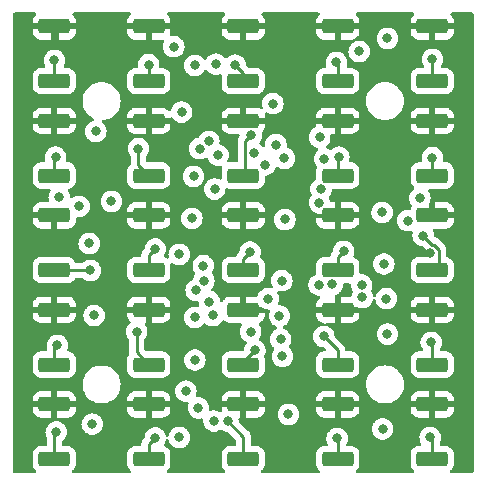
<source format=gbr>
%TF.GenerationSoftware,KiCad,Pcbnew,(6.0.1)*%
%TF.CreationDate,2022-11-17T20:37:07-05:00*%
%TF.ProjectId,ThermixelGrid,54686572-6d69-4786-956c-477269642e6b,rev?*%
%TF.SameCoordinates,Original*%
%TF.FileFunction,Copper,L1,Top*%
%TF.FilePolarity,Positive*%
%FSLAX46Y46*%
G04 Gerber Fmt 4.6, Leading zero omitted, Abs format (unit mm)*
G04 Created by KiCad (PCBNEW (6.0.1)) date 2022-11-17 20:37:07*
%MOMM*%
%LPD*%
G01*
G04 APERTURE LIST*
G04 Aperture macros list*
%AMRoundRect*
0 Rectangle with rounded corners*
0 $1 Rounding radius*
0 $2 $3 $4 $5 $6 $7 $8 $9 X,Y pos of 4 corners*
0 Add a 4 corners polygon primitive as box body*
4,1,4,$2,$3,$4,$5,$6,$7,$8,$9,$2,$3,0*
0 Add four circle primitives for the rounded corners*
1,1,$1+$1,$2,$3*
1,1,$1+$1,$4,$5*
1,1,$1+$1,$6,$7*
1,1,$1+$1,$8,$9*
0 Add four rect primitives between the rounded corners*
20,1,$1+$1,$2,$3,$4,$5,0*
20,1,$1+$1,$4,$5,$6,$7,0*
20,1,$1+$1,$6,$7,$8,$9,0*
20,1,$1+$1,$8,$9,$2,$3,0*%
G04 Aperture macros list end*
%TA.AperFunction,SMDPad,CuDef*%
%ADD10RoundRect,0.250000X-1.075000X0.362500X-1.075000X-0.362500X1.075000X-0.362500X1.075000X0.362500X0*%
%TD*%
%TA.AperFunction,ViaPad*%
%ADD11C,0.800000*%
%TD*%
%TA.AperFunction,Conductor*%
%ADD12C,0.250000*%
%TD*%
G04 APERTURE END LIST*
D10*
%TO.P,R1,1*%
%TO.N,+5V*%
X4000000Y-1687500D03*
%TO.P,R1,2*%
%TO.N,Net-(R1-Pad2)*%
X4000000Y-6312500D03*
%TD*%
%TO.P,R2,1*%
%TO.N,+5V*%
X12000000Y-1687500D03*
%TO.P,R2,2*%
%TO.N,Net-(R2-Pad2)*%
X12000000Y-6312500D03*
%TD*%
%TO.P,R3,1*%
%TO.N,+5V*%
X20000000Y-1687500D03*
%TO.P,R3,2*%
%TO.N,Net-(R3-Pad2)*%
X20000000Y-6312500D03*
%TD*%
%TO.P,R4,1*%
%TO.N,+5V*%
X28000000Y-1687500D03*
%TO.P,R4,2*%
%TO.N,Net-(R4-Pad2)*%
X28000000Y-6312500D03*
%TD*%
%TO.P,R5,1*%
%TO.N,+5V*%
X36000000Y-1687500D03*
%TO.P,R5,2*%
%TO.N,Net-(R5-Pad2)*%
X36000000Y-6312500D03*
%TD*%
%TO.P,R6,1*%
%TO.N,+5V*%
X4000000Y-9687500D03*
%TO.P,R6,2*%
%TO.N,Net-(R6-Pad2)*%
X4000000Y-14312500D03*
%TD*%
%TO.P,R7,1*%
%TO.N,+5V*%
X12000000Y-9687500D03*
%TO.P,R7,2*%
%TO.N,Net-(R7-Pad2)*%
X12000000Y-14312500D03*
%TD*%
%TO.P,R8,1*%
%TO.N,+5V*%
X20000000Y-9687500D03*
%TO.P,R8,2*%
%TO.N,Net-(R8-Pad2)*%
X20000000Y-14312500D03*
%TD*%
%TO.P,R9,1*%
%TO.N,+5V*%
X28000000Y-9687500D03*
%TO.P,R9,2*%
%TO.N,Net-(R9-Pad2)*%
X28000000Y-14312500D03*
%TD*%
%TO.P,R10,1*%
%TO.N,+5V*%
X36000000Y-9687500D03*
%TO.P,R10,2*%
%TO.N,Net-(R10-Pad2)*%
X36000000Y-14312500D03*
%TD*%
%TO.P,R11,1*%
%TO.N,+5V*%
X4000000Y-17687500D03*
%TO.P,R11,2*%
%TO.N,Net-(R11-Pad2)*%
X4000000Y-22312500D03*
%TD*%
%TO.P,R12,1*%
%TO.N,+5V*%
X12000000Y-17687500D03*
%TO.P,R12,2*%
%TO.N,Net-(R12-Pad2)*%
X12000000Y-22312500D03*
%TD*%
%TO.P,R13,1*%
%TO.N,+5V*%
X20000000Y-17687500D03*
%TO.P,R13,2*%
%TO.N,Net-(R13-Pad2)*%
X20000000Y-22312500D03*
%TD*%
%TO.P,R14,1*%
%TO.N,+5V*%
X28000000Y-17687500D03*
%TO.P,R14,2*%
%TO.N,Net-(R14-Pad2)*%
X28000000Y-22312500D03*
%TD*%
%TO.P,R15,1*%
%TO.N,+5V*%
X36000000Y-17687500D03*
%TO.P,R15,2*%
%TO.N,Net-(R15-Pad2)*%
X36000000Y-22312500D03*
%TD*%
%TO.P,R16,1*%
%TO.N,+5V*%
X4000000Y-25687500D03*
%TO.P,R16,2*%
%TO.N,Net-(R16-Pad2)*%
X4000000Y-30312500D03*
%TD*%
%TO.P,R17,1*%
%TO.N,+5V*%
X12000000Y-25687500D03*
%TO.P,R17,2*%
%TO.N,Net-(R17-Pad2)*%
X12000000Y-30312500D03*
%TD*%
%TO.P,R18,1*%
%TO.N,+5V*%
X20000000Y-25687500D03*
%TO.P,R18,2*%
%TO.N,Net-(R18-Pad2)*%
X20000000Y-30312500D03*
%TD*%
%TO.P,R19,1*%
%TO.N,+5V*%
X28000000Y-25687500D03*
%TO.P,R19,2*%
%TO.N,Net-(R19-Pad2)*%
X28000000Y-30312500D03*
%TD*%
%TO.P,R20,1*%
%TO.N,+5V*%
X36000000Y-25687500D03*
%TO.P,R20,2*%
%TO.N,Net-(R20-Pad2)*%
X36000000Y-30312500D03*
%TD*%
%TO.P,R21,1*%
%TO.N,+5V*%
X4000000Y-33687500D03*
%TO.P,R21,2*%
%TO.N,Net-(R21-Pad2)*%
X4000000Y-38312500D03*
%TD*%
%TO.P,R22,1*%
%TO.N,+5V*%
X12000000Y-33687500D03*
%TO.P,R22,2*%
%TO.N,Net-(R22-Pad2)*%
X12000000Y-38312500D03*
%TD*%
%TO.P,R23,1*%
%TO.N,+5V*%
X20000000Y-33687500D03*
%TO.P,R23,2*%
%TO.N,Net-(R23-Pad2)*%
X20000000Y-38312500D03*
%TD*%
%TO.P,R24,1*%
%TO.N,+5V*%
X28000000Y-33687500D03*
%TO.P,R24,2*%
%TO.N,Net-(R24-Pad2)*%
X28000000Y-38312500D03*
%TD*%
%TO.P,R25,1*%
%TO.N,+5V*%
X36000000Y-33687500D03*
%TO.P,R25,2*%
%TO.N,Net-(R25-Pad2)*%
X36000000Y-38312500D03*
%TD*%
D11*
%TO.N,GND*%
X15646400Y-17932400D03*
X7213600Y-35356800D03*
X31902400Y-21793200D03*
X8839200Y-16510000D03*
X31800800Y-35763200D03*
X15785500Y-14376400D03*
X23825200Y-34544000D03*
X32207200Y-27736800D03*
X15900400Y-26314400D03*
X14782800Y-8940800D03*
X23520400Y-18034000D03*
X7518400Y-10566400D03*
X32207200Y-2692400D03*
X29819600Y-3810000D03*
X15900400Y-29921200D03*
X14579600Y-20980400D03*
X14122400Y-3403600D03*
X7366000Y-26162000D03*
%TO.N,+5V*%
X20828000Y-4470400D03*
X4267200Y-3200400D03*
X20472400Y-35560000D03*
X35814000Y-20878800D03*
X4572000Y-20269200D03*
%TO.N,SCL*%
X33934400Y-18135600D03*
X17678400Y-4876800D03*
X26582446Y-15452372D03*
X15138400Y-32562800D03*
X17526000Y-35102800D03*
X6096000Y-16916400D03*
X23167109Y-28167389D03*
X32105600Y-24739600D03*
%TO.N,SDA*%
X14579600Y-36474400D03*
X31750000Y-17424400D03*
X6959600Y-20066000D03*
X34950400Y-16205200D03*
X15900400Y-4978400D03*
X23317200Y-29616400D03*
X16205200Y-33985200D03*
X26441829Y-16626289D03*
X4419600Y-16154400D03*
%TO.N,Net-(R1-Pad2)*%
X4013200Y-4572000D03*
X17576800Y-15456500D03*
%TO.N,Net-(R2-Pad2)*%
X11988800Y-4927600D03*
X16306800Y-12039600D03*
%TO.N,Net-(R3-Pad2)*%
X17087280Y-11415216D03*
X19305230Y-4959862D03*
%TO.N,Net-(R4-Pad2)*%
X27889200Y-4724400D03*
X17859869Y-12582631D03*
%TO.N,Net-(R5-Pad2)*%
X36017200Y-4470400D03*
X21844000Y-13411200D03*
%TO.N,Net-(R6-Pad2)*%
X4114800Y-12750800D03*
X20878800Y-12395200D03*
%TO.N,Net-(R7-Pad2)*%
X11125200Y-12026300D03*
X22504400Y-8229600D03*
%TO.N,Net-(R8-Pad2)*%
X20675600Y-10906500D03*
%TO.N,Net-(R9-Pad2)*%
X28092400Y-12750800D03*
%TO.N,Net-(R10-Pad2)*%
X36017200Y-12801600D03*
X26466800Y-11074400D03*
%TO.N,Net-(R11-Pad2)*%
X22762699Y-11688299D03*
X7061200Y-22352000D03*
%TO.N,Net-(R12-Pad2)*%
X23487199Y-12852400D03*
X12547600Y-20523200D03*
%TO.N,Net-(R13-Pad2)*%
X20574000Y-20777200D03*
X26873200Y-12903200D03*
%TO.N,Net-(R14-Pad2)*%
X20624800Y-27533600D03*
X28498800Y-20726400D03*
%TO.N,Net-(R15-Pad2)*%
X35229139Y-19390062D03*
X22098000Y-24739600D03*
%TO.N,Net-(R16-Pad2)*%
X4267200Y-28702000D03*
X17424400Y-26162000D03*
%TO.N,Net-(R17-Pad2)*%
X10972800Y-27533600D03*
X17119600Y-24993600D03*
%TO.N,Net-(R18-Pad2)*%
X16002000Y-24028400D03*
X20980400Y-29108400D03*
%TO.N,Net-(R19-Pad2)*%
X23063200Y-26212800D03*
X26822400Y-27940000D03*
%TO.N,Net-(R20-Pad2)*%
X16662400Y-23215600D03*
X35915600Y-28448000D03*
%TO.N,Net-(R21-Pad2)*%
X4165600Y-36017200D03*
X16611600Y-21945600D03*
%TO.N,Net-(R22-Pad2)*%
X12547600Y-36525200D03*
X27533600Y-23524500D03*
%TO.N,Net-(R23-Pad2)*%
X23266400Y-23215600D03*
X18694400Y-35102800D03*
%TO.N,Net-(R24-Pad2)*%
X27940000Y-36576000D03*
X30073600Y-24638000D03*
X26416000Y-23571200D03*
%TO.N,Net-(R25-Pad2)*%
X35814000Y-36474400D03*
X30022800Y-23571200D03*
%TD*%
D12*
%TO.N,+5V*%
X4267200Y-3200400D02*
X4267200Y-1954700D01*
X4267200Y-1954700D02*
X4000000Y-1687500D01*
%TO.N,Net-(R1-Pad2)*%
X4000000Y-6312500D02*
X4000000Y-4585200D01*
X4000000Y-4585200D02*
X4013200Y-4572000D01*
%TO.N,Net-(R2-Pad2)*%
X12000000Y-4938800D02*
X11988800Y-4927600D01*
X12000000Y-6312500D02*
X12000000Y-4938800D01*
%TO.N,Net-(R3-Pad2)*%
X20000000Y-5654632D02*
X19305230Y-4959862D01*
X20000000Y-6312500D02*
X20000000Y-5654632D01*
%TO.N,Net-(R4-Pad2)*%
X28000000Y-6312500D02*
X28000000Y-4835200D01*
X28000000Y-4835200D02*
X27889200Y-4724400D01*
%TO.N,Net-(R5-Pad2)*%
X36000000Y-6312500D02*
X36000000Y-4487600D01*
X36000000Y-4487600D02*
X36017200Y-4470400D01*
%TO.N,Net-(R6-Pad2)*%
X4000000Y-12865600D02*
X4114800Y-12750800D01*
X4000000Y-14312500D02*
X4000000Y-12865600D01*
%TO.N,Net-(R7-Pad2)*%
X12000000Y-14312500D02*
X11125200Y-13437700D01*
X11125200Y-13437700D02*
X11125200Y-12026300D01*
%TO.N,Net-(R8-Pad2)*%
X20154289Y-14158211D02*
X20154289Y-11427811D01*
X20000000Y-14312500D02*
X20154289Y-14158211D01*
X20154289Y-11427811D02*
X20675600Y-10906500D01*
%TO.N,Net-(R9-Pad2)*%
X28000000Y-14312500D02*
X28000000Y-12843200D01*
X28000000Y-12843200D02*
X28092400Y-12750800D01*
%TO.N,Net-(R10-Pad2)*%
X36000000Y-12818800D02*
X36017200Y-12801600D01*
X36000000Y-14312500D02*
X36000000Y-12818800D01*
%TO.N,Net-(R11-Pad2)*%
X4039500Y-22352000D02*
X7061200Y-22352000D01*
X4000000Y-22312500D02*
X4039500Y-22352000D01*
%TO.N,Net-(R12-Pad2)*%
X12000000Y-21070800D02*
X12547600Y-20523200D01*
X12000000Y-22312500D02*
X12000000Y-21070800D01*
%TO.N,Net-(R13-Pad2)*%
X20000000Y-22312500D02*
X20000000Y-21351200D01*
X20000000Y-21351200D02*
X20574000Y-20777200D01*
%TO.N,Net-(R14-Pad2)*%
X28000000Y-22312500D02*
X28000000Y-21225200D01*
X28000000Y-21225200D02*
X28498800Y-20726400D01*
%TO.N,Net-(R15-Pad2)*%
X36114103Y-20154289D02*
X36538511Y-20578697D01*
X35229139Y-19390062D02*
X35993366Y-20154289D01*
X36538511Y-20578697D02*
X36538511Y-21773989D01*
X35993366Y-20154289D02*
X36114103Y-20154289D01*
X36538511Y-21773989D02*
X36000000Y-22312500D01*
%TO.N,Net-(R16-Pad2)*%
X4000000Y-30312500D02*
X4000000Y-28969200D01*
X4000000Y-28969200D02*
X4267200Y-28702000D01*
%TO.N,Net-(R17-Pad2)*%
X12000000Y-30312500D02*
X10972800Y-29285300D01*
X10972800Y-29285300D02*
X10972800Y-27533600D01*
%TO.N,Net-(R18-Pad2)*%
X20000000Y-30088800D02*
X20980400Y-29108400D01*
X20000000Y-30312500D02*
X20000000Y-30088800D01*
%TO.N,Net-(R19-Pad2)*%
X28000000Y-30312500D02*
X28000000Y-29117600D01*
X28000000Y-29117600D02*
X26822400Y-27940000D01*
%TO.N,Net-(R20-Pad2)*%
X36000000Y-30312500D02*
X36000000Y-28532400D01*
X36000000Y-28532400D02*
X35915600Y-28448000D01*
%TO.N,Net-(R21-Pad2)*%
X4000000Y-38312500D02*
X4000000Y-36182800D01*
X4000000Y-36182800D02*
X4165600Y-36017200D01*
%TO.N,Net-(R22-Pad2)*%
X12000000Y-37072800D02*
X12547600Y-36525200D01*
X12000000Y-38312500D02*
X12000000Y-37072800D01*
%TO.N,Net-(R23-Pad2)*%
X18694400Y-35102800D02*
X20000000Y-36408400D01*
X20000000Y-36408400D02*
X20000000Y-38312500D01*
%TO.N,Net-(R24-Pad2)*%
X28000000Y-36636000D02*
X27940000Y-36576000D01*
X28000000Y-38312500D02*
X28000000Y-36636000D01*
%TO.N,Net-(R25-Pad2)*%
X36000000Y-36660400D02*
X35814000Y-36474400D01*
X36000000Y-38312500D02*
X36000000Y-36660400D01*
%TD*%
%TA.AperFunction,Conductor*%
%TO.N,+5V*%
G36*
X2434832Y-528002D02*
G01*
X2481325Y-581658D01*
X2491429Y-651932D01*
X2461935Y-716512D01*
X2448809Y-729077D01*
X2331261Y-846829D01*
X2322249Y-858240D01*
X2237184Y-996243D01*
X2231037Y-1009424D01*
X2179862Y-1163710D01*
X2176995Y-1177086D01*
X2167328Y-1271438D01*
X2167000Y-1277855D01*
X2167000Y-1415385D01*
X2171475Y-1430624D01*
X2172865Y-1431829D01*
X2180548Y-1433500D01*
X5814884Y-1433500D01*
X5830123Y-1429025D01*
X5831328Y-1427635D01*
X5832999Y-1419952D01*
X5832999Y-1277905D01*
X5832662Y-1271386D01*
X5822743Y-1175794D01*
X5819851Y-1162400D01*
X5768412Y-1008216D01*
X5762239Y-995038D01*
X5676937Y-857193D01*
X5667901Y-845792D01*
X5547991Y-726090D01*
X5549405Y-724673D01*
X5514163Y-674972D01*
X5510927Y-604049D01*
X5546548Y-542635D01*
X5609717Y-510229D01*
X5633315Y-508000D01*
X10366711Y-508000D01*
X10434832Y-528002D01*
X10481325Y-581658D01*
X10491429Y-651932D01*
X10461935Y-716512D01*
X10448809Y-729077D01*
X10331261Y-846829D01*
X10322249Y-858240D01*
X10237184Y-996243D01*
X10231037Y-1009424D01*
X10179862Y-1163710D01*
X10176995Y-1177086D01*
X10167328Y-1271438D01*
X10167000Y-1277855D01*
X10167000Y-1415385D01*
X10171475Y-1430624D01*
X10172865Y-1431829D01*
X10180548Y-1433500D01*
X13814884Y-1433500D01*
X13830123Y-1429025D01*
X13831328Y-1427635D01*
X13832999Y-1419952D01*
X13832999Y-1277905D01*
X13832662Y-1271386D01*
X13822743Y-1175794D01*
X13819851Y-1162400D01*
X13768412Y-1008216D01*
X13762239Y-995038D01*
X13676937Y-857193D01*
X13667901Y-845792D01*
X13547991Y-726090D01*
X13549405Y-724673D01*
X13514163Y-674972D01*
X13510927Y-604049D01*
X13546548Y-542635D01*
X13609717Y-510229D01*
X13633315Y-508000D01*
X18366711Y-508000D01*
X18434832Y-528002D01*
X18481325Y-581658D01*
X18491429Y-651932D01*
X18461935Y-716512D01*
X18448809Y-729077D01*
X18331261Y-846829D01*
X18322249Y-858240D01*
X18237184Y-996243D01*
X18231037Y-1009424D01*
X18179862Y-1163710D01*
X18176995Y-1177086D01*
X18167328Y-1271438D01*
X18167000Y-1277855D01*
X18167000Y-1415385D01*
X18171475Y-1430624D01*
X18172865Y-1431829D01*
X18180548Y-1433500D01*
X21814884Y-1433500D01*
X21830123Y-1429025D01*
X21831328Y-1427635D01*
X21832999Y-1419952D01*
X21832999Y-1277905D01*
X21832662Y-1271386D01*
X21822743Y-1175794D01*
X21819851Y-1162400D01*
X21768412Y-1008216D01*
X21762239Y-995038D01*
X21676937Y-857193D01*
X21667901Y-845792D01*
X21547991Y-726090D01*
X21549405Y-724673D01*
X21514163Y-674972D01*
X21510927Y-604049D01*
X21546548Y-542635D01*
X21609717Y-510229D01*
X21633315Y-508000D01*
X26366711Y-508000D01*
X26434832Y-528002D01*
X26481325Y-581658D01*
X26491429Y-651932D01*
X26461935Y-716512D01*
X26448809Y-729077D01*
X26331261Y-846829D01*
X26322249Y-858240D01*
X26237184Y-996243D01*
X26231037Y-1009424D01*
X26179862Y-1163710D01*
X26176995Y-1177086D01*
X26167328Y-1271438D01*
X26167000Y-1277855D01*
X26167000Y-1415385D01*
X26171475Y-1430624D01*
X26172865Y-1431829D01*
X26180548Y-1433500D01*
X29814884Y-1433500D01*
X29830123Y-1429025D01*
X29831328Y-1427635D01*
X29832999Y-1419952D01*
X29832999Y-1277905D01*
X29832662Y-1271386D01*
X29822743Y-1175794D01*
X29819851Y-1162400D01*
X29768412Y-1008216D01*
X29762239Y-995038D01*
X29676937Y-857193D01*
X29667901Y-845792D01*
X29547991Y-726090D01*
X29549405Y-724673D01*
X29514163Y-674972D01*
X29510927Y-604049D01*
X29546548Y-542635D01*
X29609717Y-510229D01*
X29633315Y-508000D01*
X34366711Y-508000D01*
X34434832Y-528002D01*
X34481325Y-581658D01*
X34491429Y-651932D01*
X34461935Y-716512D01*
X34448809Y-729077D01*
X34331261Y-846829D01*
X34322249Y-858240D01*
X34237184Y-996243D01*
X34231037Y-1009424D01*
X34179862Y-1163710D01*
X34176995Y-1177086D01*
X34167328Y-1271438D01*
X34167000Y-1277855D01*
X34167000Y-1415385D01*
X34171475Y-1430624D01*
X34172865Y-1431829D01*
X34180548Y-1433500D01*
X37814884Y-1433500D01*
X37830123Y-1429025D01*
X37831328Y-1427635D01*
X37832999Y-1419952D01*
X37832999Y-1277905D01*
X37832662Y-1271386D01*
X37822743Y-1175794D01*
X37819851Y-1162400D01*
X37768412Y-1008216D01*
X37762239Y-995038D01*
X37676937Y-857193D01*
X37667901Y-845792D01*
X37547991Y-726090D01*
X37549405Y-724673D01*
X37514163Y-674972D01*
X37510927Y-604049D01*
X37546548Y-542635D01*
X37609717Y-510229D01*
X37633315Y-508000D01*
X39366000Y-508000D01*
X39434121Y-528002D01*
X39480614Y-581658D01*
X39492000Y-634000D01*
X39492000Y-39366000D01*
X39471998Y-39434121D01*
X39418342Y-39480614D01*
X39366000Y-39492000D01*
X37634100Y-39492000D01*
X37565979Y-39471998D01*
X37519486Y-39418342D01*
X37509382Y-39348068D01*
X37538876Y-39283488D01*
X37549306Y-39273504D01*
X37549348Y-39273478D01*
X37674305Y-39148303D01*
X37767115Y-38997738D01*
X37822797Y-38829861D01*
X37833500Y-38725400D01*
X37833500Y-37899600D01*
X37822526Y-37793834D01*
X37766550Y-37626054D01*
X37673478Y-37475652D01*
X37548303Y-37350695D01*
X37536134Y-37343194D01*
X37403968Y-37261725D01*
X37403966Y-37261724D01*
X37397738Y-37257885D01*
X37237254Y-37204655D01*
X37236389Y-37204368D01*
X37236387Y-37204368D01*
X37229861Y-37202203D01*
X37223025Y-37201503D01*
X37223022Y-37201502D01*
X37179969Y-37197091D01*
X37125400Y-37191500D01*
X36759500Y-37191500D01*
X36691379Y-37171498D01*
X36644886Y-37117842D01*
X36633500Y-37065500D01*
X36633500Y-36904793D01*
X36644392Y-36853547D01*
X36645227Y-36851672D01*
X36648527Y-36845956D01*
X36707542Y-36664328D01*
X36708730Y-36653030D01*
X36726814Y-36480965D01*
X36727504Y-36474400D01*
X36718503Y-36388756D01*
X36708232Y-36291035D01*
X36708232Y-36291033D01*
X36707542Y-36284472D01*
X36648527Y-36102844D01*
X36643634Y-36094368D01*
X36598986Y-36017037D01*
X36553040Y-35937456D01*
X36478914Y-35855130D01*
X36429675Y-35800445D01*
X36429674Y-35800444D01*
X36425253Y-35795534D01*
X36307376Y-35709891D01*
X36276094Y-35687163D01*
X36276093Y-35687162D01*
X36270752Y-35683282D01*
X36264724Y-35680598D01*
X36264722Y-35680597D01*
X36102319Y-35608291D01*
X36102318Y-35608291D01*
X36096288Y-35605606D01*
X35975046Y-35579835D01*
X35915944Y-35567272D01*
X35915939Y-35567272D01*
X35909487Y-35565900D01*
X35718513Y-35565900D01*
X35712061Y-35567272D01*
X35712056Y-35567272D01*
X35652954Y-35579835D01*
X35531712Y-35605606D01*
X35525682Y-35608291D01*
X35525681Y-35608291D01*
X35363278Y-35680597D01*
X35363276Y-35680598D01*
X35357248Y-35683282D01*
X35351907Y-35687162D01*
X35351906Y-35687163D01*
X35320624Y-35709891D01*
X35202747Y-35795534D01*
X35198326Y-35800444D01*
X35198325Y-35800445D01*
X35149087Y-35855130D01*
X35074960Y-35937456D01*
X35029014Y-36017037D01*
X34984367Y-36094368D01*
X34979473Y-36102844D01*
X34920458Y-36284472D01*
X34919768Y-36291033D01*
X34919768Y-36291035D01*
X34909497Y-36388756D01*
X34900496Y-36474400D01*
X34901186Y-36480965D01*
X34919271Y-36653030D01*
X34920458Y-36664328D01*
X34979473Y-36845956D01*
X34982776Y-36851678D01*
X34982777Y-36851679D01*
X35069854Y-37002500D01*
X35086592Y-37071495D01*
X35063372Y-37138587D01*
X35007565Y-37182474D01*
X34960735Y-37191500D01*
X34874600Y-37191500D01*
X34871354Y-37191837D01*
X34871350Y-37191837D01*
X34775692Y-37201762D01*
X34775688Y-37201763D01*
X34768834Y-37202474D01*
X34762298Y-37204655D01*
X34762296Y-37204655D01*
X34643826Y-37244180D01*
X34601054Y-37258450D01*
X34450652Y-37351522D01*
X34325695Y-37476697D01*
X34232885Y-37627262D01*
X34177203Y-37795139D01*
X34166500Y-37899600D01*
X34166500Y-38725400D01*
X34177474Y-38831166D01*
X34233450Y-38998946D01*
X34326522Y-39149348D01*
X34331704Y-39154521D01*
X34451697Y-39274305D01*
X34450156Y-39275849D01*
X34485029Y-39325042D01*
X34488257Y-39395966D01*
X34452628Y-39457375D01*
X34389455Y-39489773D01*
X34365872Y-39492000D01*
X29634100Y-39492000D01*
X29565979Y-39471998D01*
X29519486Y-39418342D01*
X29509382Y-39348068D01*
X29538876Y-39283488D01*
X29549306Y-39273504D01*
X29549348Y-39273478D01*
X29674305Y-39148303D01*
X29767115Y-38997738D01*
X29822797Y-38829861D01*
X29833500Y-38725400D01*
X29833500Y-37899600D01*
X29822526Y-37793834D01*
X29766550Y-37626054D01*
X29673478Y-37475652D01*
X29548303Y-37350695D01*
X29536134Y-37343194D01*
X29403968Y-37261725D01*
X29403966Y-37261724D01*
X29397738Y-37257885D01*
X29237254Y-37204655D01*
X29236389Y-37204368D01*
X29236387Y-37204368D01*
X29229861Y-37202203D01*
X29223025Y-37201503D01*
X29223022Y-37201502D01*
X29179969Y-37197091D01*
X29125400Y-37191500D01*
X28851924Y-37191500D01*
X28783803Y-37171498D01*
X28737310Y-37117842D01*
X28727206Y-37047568D01*
X28742805Y-37002500D01*
X28771223Y-36953279D01*
X28771224Y-36953278D01*
X28774527Y-36947556D01*
X28833542Y-36765928D01*
X28837958Y-36723917D01*
X28852814Y-36582565D01*
X28853504Y-36576000D01*
X28848165Y-36525200D01*
X28834232Y-36392635D01*
X28834232Y-36392633D01*
X28833542Y-36386072D01*
X28774527Y-36204444D01*
X28679040Y-36039056D01*
X28654167Y-36011431D01*
X28555675Y-35902045D01*
X28555674Y-35902044D01*
X28551253Y-35897134D01*
X28396752Y-35784882D01*
X28390724Y-35782198D01*
X28390722Y-35782197D01*
X28348054Y-35763200D01*
X30887296Y-35763200D01*
X30887986Y-35769765D01*
X30905808Y-35939328D01*
X30907258Y-35953128D01*
X30966273Y-36134756D01*
X30969576Y-36140478D01*
X30969577Y-36140479D01*
X31002366Y-36197270D01*
X31061760Y-36300144D01*
X31066178Y-36305051D01*
X31066179Y-36305052D01*
X31170468Y-36420877D01*
X31189547Y-36442066D01*
X31344048Y-36554318D01*
X31350076Y-36557002D01*
X31350078Y-36557003D01*
X31500184Y-36623834D01*
X31518512Y-36631994D01*
X31611913Y-36651847D01*
X31698856Y-36670328D01*
X31698861Y-36670328D01*
X31705313Y-36671700D01*
X31896287Y-36671700D01*
X31902739Y-36670328D01*
X31902744Y-36670328D01*
X31989687Y-36651847D01*
X32083088Y-36631994D01*
X32101416Y-36623834D01*
X32251522Y-36557003D01*
X32251524Y-36557002D01*
X32257552Y-36554318D01*
X32412053Y-36442066D01*
X32431132Y-36420877D01*
X32535421Y-36305052D01*
X32535422Y-36305051D01*
X32539840Y-36300144D01*
X32599234Y-36197270D01*
X32632023Y-36140479D01*
X32632024Y-36140478D01*
X32635327Y-36134756D01*
X32694342Y-35953128D01*
X32695793Y-35939328D01*
X32713614Y-35769765D01*
X32714304Y-35763200D01*
X32703080Y-35656406D01*
X32695032Y-35579835D01*
X32695032Y-35579833D01*
X32694342Y-35573272D01*
X32635327Y-35391644D01*
X32611420Y-35350235D01*
X32578218Y-35292728D01*
X32539840Y-35226256D01*
X32486371Y-35166872D01*
X32416475Y-35089245D01*
X32416474Y-35089244D01*
X32412053Y-35084334D01*
X32287176Y-34993605D01*
X32262894Y-34975963D01*
X32262893Y-34975962D01*
X32257552Y-34972082D01*
X32251524Y-34969398D01*
X32251522Y-34969397D01*
X32089119Y-34897091D01*
X32089118Y-34897091D01*
X32083088Y-34894406D01*
X31989688Y-34874553D01*
X31902744Y-34856072D01*
X31902739Y-34856072D01*
X31896287Y-34854700D01*
X31705313Y-34854700D01*
X31698861Y-34856072D01*
X31698856Y-34856072D01*
X31611912Y-34874553D01*
X31518512Y-34894406D01*
X31512482Y-34897091D01*
X31512481Y-34897091D01*
X31350078Y-34969397D01*
X31350076Y-34969398D01*
X31344048Y-34972082D01*
X31338707Y-34975962D01*
X31338706Y-34975963D01*
X31314424Y-34993605D01*
X31189547Y-35084334D01*
X31185126Y-35089244D01*
X31185125Y-35089245D01*
X31115230Y-35166872D01*
X31061760Y-35226256D01*
X31023382Y-35292728D01*
X30990181Y-35350235D01*
X30966273Y-35391644D01*
X30907258Y-35573272D01*
X30906568Y-35579833D01*
X30906568Y-35579835D01*
X30898520Y-35656406D01*
X30887296Y-35763200D01*
X28348054Y-35763200D01*
X28228319Y-35709891D01*
X28228318Y-35709891D01*
X28222288Y-35707206D01*
X28127994Y-35687163D01*
X28041944Y-35668872D01*
X28041939Y-35668872D01*
X28035487Y-35667500D01*
X27844513Y-35667500D01*
X27838061Y-35668872D01*
X27838056Y-35668872D01*
X27752006Y-35687163D01*
X27657712Y-35707206D01*
X27651682Y-35709891D01*
X27651681Y-35709891D01*
X27489278Y-35782197D01*
X27489276Y-35782198D01*
X27483248Y-35784882D01*
X27328747Y-35897134D01*
X27324326Y-35902044D01*
X27324325Y-35902045D01*
X27225834Y-36011431D01*
X27200960Y-36039056D01*
X27105473Y-36204444D01*
X27046458Y-36386072D01*
X27045768Y-36392633D01*
X27045768Y-36392635D01*
X27031835Y-36525200D01*
X27026496Y-36576000D01*
X27027186Y-36582565D01*
X27042043Y-36723917D01*
X27046458Y-36765928D01*
X27105473Y-36947556D01*
X27108776Y-36953278D01*
X27108777Y-36953279D01*
X27137195Y-37002500D01*
X27153933Y-37071495D01*
X27130713Y-37138587D01*
X27074906Y-37182474D01*
X27028076Y-37191500D01*
X26874600Y-37191500D01*
X26871354Y-37191837D01*
X26871350Y-37191837D01*
X26775692Y-37201762D01*
X26775688Y-37201763D01*
X26768834Y-37202474D01*
X26762298Y-37204655D01*
X26762296Y-37204655D01*
X26643826Y-37244180D01*
X26601054Y-37258450D01*
X26450652Y-37351522D01*
X26325695Y-37476697D01*
X26232885Y-37627262D01*
X26177203Y-37795139D01*
X26166500Y-37899600D01*
X26166500Y-38725400D01*
X26177474Y-38831166D01*
X26233450Y-38998946D01*
X26326522Y-39149348D01*
X26331704Y-39154521D01*
X26451697Y-39274305D01*
X26450156Y-39275849D01*
X26485029Y-39325042D01*
X26488257Y-39395966D01*
X26452628Y-39457375D01*
X26389455Y-39489773D01*
X26365872Y-39492000D01*
X21634100Y-39492000D01*
X21565979Y-39471998D01*
X21519486Y-39418342D01*
X21509382Y-39348068D01*
X21538876Y-39283488D01*
X21549306Y-39273504D01*
X21549348Y-39273478D01*
X21674305Y-39148303D01*
X21767115Y-38997738D01*
X21822797Y-38829861D01*
X21833500Y-38725400D01*
X21833500Y-37899600D01*
X21822526Y-37793834D01*
X21766550Y-37626054D01*
X21673478Y-37475652D01*
X21548303Y-37350695D01*
X21536134Y-37343194D01*
X21403968Y-37261725D01*
X21403966Y-37261724D01*
X21397738Y-37257885D01*
X21237254Y-37204655D01*
X21236389Y-37204368D01*
X21236387Y-37204368D01*
X21229861Y-37202203D01*
X21223025Y-37201503D01*
X21223022Y-37201502D01*
X21179969Y-37197091D01*
X21125400Y-37191500D01*
X20759500Y-37191500D01*
X20691379Y-37171498D01*
X20644886Y-37117842D01*
X20633500Y-37065500D01*
X20633500Y-36487167D01*
X20634027Y-36475984D01*
X20635702Y-36468491D01*
X20635125Y-36450117D01*
X20633562Y-36400414D01*
X20633500Y-36396455D01*
X20633500Y-36368544D01*
X20632995Y-36364544D01*
X20632062Y-36352701D01*
X20631721Y-36341835D01*
X20630673Y-36308510D01*
X20625022Y-36289058D01*
X20621014Y-36269706D01*
X20619467Y-36257463D01*
X20618474Y-36249603D01*
X20609512Y-36226966D01*
X20602200Y-36208497D01*
X20598355Y-36197270D01*
X20597721Y-36195087D01*
X20586018Y-36154807D01*
X20581984Y-36147985D01*
X20581981Y-36147979D01*
X20575706Y-36137368D01*
X20567010Y-36119618D01*
X20562472Y-36108156D01*
X20562469Y-36108151D01*
X20559552Y-36100783D01*
X20533573Y-36065025D01*
X20527057Y-36055107D01*
X20508575Y-36023857D01*
X20504542Y-36017037D01*
X20490218Y-36002713D01*
X20477376Y-35987678D01*
X20474230Y-35983348D01*
X20465472Y-35971293D01*
X20431406Y-35943111D01*
X20422627Y-35935122D01*
X19641522Y-35154017D01*
X19607496Y-35091705D01*
X19605307Y-35078092D01*
X19591547Y-34947170D01*
X19604319Y-34877332D01*
X19652821Y-34825485D01*
X19716857Y-34808000D01*
X19727885Y-34808000D01*
X19743124Y-34803525D01*
X19744329Y-34802135D01*
X19746000Y-34794452D01*
X19746000Y-34789884D01*
X20254000Y-34789884D01*
X20258475Y-34805123D01*
X20259865Y-34806328D01*
X20267548Y-34807999D01*
X21122095Y-34807999D01*
X21128614Y-34807662D01*
X21224206Y-34797743D01*
X21237600Y-34794851D01*
X21391784Y-34743412D01*
X21404962Y-34737239D01*
X21542807Y-34651937D01*
X21554208Y-34642901D01*
X21652937Y-34544000D01*
X22911696Y-34544000D01*
X22912386Y-34550565D01*
X22923041Y-34651937D01*
X22931658Y-34733928D01*
X22990673Y-34915556D01*
X23086160Y-35080944D01*
X23090578Y-35085851D01*
X23090579Y-35085852D01*
X23151955Y-35154017D01*
X23213947Y-35222866D01*
X23368448Y-35335118D01*
X23374476Y-35337802D01*
X23374478Y-35337803D01*
X23536881Y-35410109D01*
X23542912Y-35412794D01*
X23636312Y-35432647D01*
X23723256Y-35451128D01*
X23723261Y-35451128D01*
X23729713Y-35452500D01*
X23920687Y-35452500D01*
X23927139Y-35451128D01*
X23927144Y-35451128D01*
X24014088Y-35432647D01*
X24107488Y-35412794D01*
X24113519Y-35410109D01*
X24275922Y-35337803D01*
X24275924Y-35337802D01*
X24281952Y-35335118D01*
X24436453Y-35222866D01*
X24498445Y-35154017D01*
X24559821Y-35085852D01*
X24559822Y-35085851D01*
X24564240Y-35080944D01*
X24659727Y-34915556D01*
X24718742Y-34733928D01*
X24727360Y-34651937D01*
X24738014Y-34550565D01*
X24738704Y-34544000D01*
X24721463Y-34379962D01*
X24719432Y-34360635D01*
X24719432Y-34360633D01*
X24718742Y-34354072D01*
X24659727Y-34172444D01*
X24616224Y-34097095D01*
X26167001Y-34097095D01*
X26167338Y-34103614D01*
X26177257Y-34199206D01*
X26180149Y-34212600D01*
X26231588Y-34366784D01*
X26237761Y-34379962D01*
X26323063Y-34517807D01*
X26332099Y-34529208D01*
X26446829Y-34643739D01*
X26458240Y-34652751D01*
X26596243Y-34737816D01*
X26609424Y-34743963D01*
X26763710Y-34795138D01*
X26777086Y-34798005D01*
X26871438Y-34807672D01*
X26877854Y-34808000D01*
X27727885Y-34808000D01*
X27743124Y-34803525D01*
X27744329Y-34802135D01*
X27746000Y-34794452D01*
X27746000Y-34789884D01*
X28254000Y-34789884D01*
X28258475Y-34805123D01*
X28259865Y-34806328D01*
X28267548Y-34807999D01*
X29122095Y-34807999D01*
X29128614Y-34807662D01*
X29224206Y-34797743D01*
X29237600Y-34794851D01*
X29391784Y-34743412D01*
X29404962Y-34737239D01*
X29542807Y-34651937D01*
X29554208Y-34642901D01*
X29668739Y-34528171D01*
X29677751Y-34516760D01*
X29762816Y-34378757D01*
X29768963Y-34365576D01*
X29820138Y-34211290D01*
X29823005Y-34197914D01*
X29832672Y-34103562D01*
X29833000Y-34097146D01*
X29833000Y-34097095D01*
X34167001Y-34097095D01*
X34167338Y-34103614D01*
X34177257Y-34199206D01*
X34180149Y-34212600D01*
X34231588Y-34366784D01*
X34237761Y-34379962D01*
X34323063Y-34517807D01*
X34332099Y-34529208D01*
X34446829Y-34643739D01*
X34458240Y-34652751D01*
X34596243Y-34737816D01*
X34609424Y-34743963D01*
X34763710Y-34795138D01*
X34777086Y-34798005D01*
X34871438Y-34807672D01*
X34877854Y-34808000D01*
X35727885Y-34808000D01*
X35743124Y-34803525D01*
X35744329Y-34802135D01*
X35746000Y-34794452D01*
X35746000Y-34789884D01*
X36254000Y-34789884D01*
X36258475Y-34805123D01*
X36259865Y-34806328D01*
X36267548Y-34807999D01*
X37122095Y-34807999D01*
X37128614Y-34807662D01*
X37224206Y-34797743D01*
X37237600Y-34794851D01*
X37391784Y-34743412D01*
X37404962Y-34737239D01*
X37542807Y-34651937D01*
X37554208Y-34642901D01*
X37668739Y-34528171D01*
X37677751Y-34516760D01*
X37762816Y-34378757D01*
X37768963Y-34365576D01*
X37820138Y-34211290D01*
X37823005Y-34197914D01*
X37832672Y-34103562D01*
X37833000Y-34097146D01*
X37833000Y-33959615D01*
X37828525Y-33944376D01*
X37827135Y-33943171D01*
X37819452Y-33941500D01*
X36272115Y-33941500D01*
X36256876Y-33945975D01*
X36255671Y-33947365D01*
X36254000Y-33955048D01*
X36254000Y-34789884D01*
X35746000Y-34789884D01*
X35746000Y-33959615D01*
X35741525Y-33944376D01*
X35740135Y-33943171D01*
X35732452Y-33941500D01*
X34185116Y-33941500D01*
X34169877Y-33945975D01*
X34168672Y-33947365D01*
X34167001Y-33955048D01*
X34167001Y-34097095D01*
X29833000Y-34097095D01*
X29833000Y-33959615D01*
X29828525Y-33944376D01*
X29827135Y-33943171D01*
X29819452Y-33941500D01*
X28272115Y-33941500D01*
X28256876Y-33945975D01*
X28255671Y-33947365D01*
X28254000Y-33955048D01*
X28254000Y-34789884D01*
X27746000Y-34789884D01*
X27746000Y-33959615D01*
X27741525Y-33944376D01*
X27740135Y-33943171D01*
X27732452Y-33941500D01*
X26185116Y-33941500D01*
X26169877Y-33945975D01*
X26168672Y-33947365D01*
X26167001Y-33955048D01*
X26167001Y-34097095D01*
X24616224Y-34097095D01*
X24564240Y-34007056D01*
X24509243Y-33945975D01*
X24440875Y-33870045D01*
X24440874Y-33870044D01*
X24436453Y-33865134D01*
X24281952Y-33752882D01*
X24275924Y-33750198D01*
X24275922Y-33750197D01*
X24113519Y-33677891D01*
X24113518Y-33677891D01*
X24107488Y-33675206D01*
X24014087Y-33655353D01*
X23927144Y-33636872D01*
X23927139Y-33636872D01*
X23920687Y-33635500D01*
X23729713Y-33635500D01*
X23723261Y-33636872D01*
X23723256Y-33636872D01*
X23636313Y-33655353D01*
X23542912Y-33675206D01*
X23536882Y-33677891D01*
X23536881Y-33677891D01*
X23374478Y-33750197D01*
X23374476Y-33750198D01*
X23368448Y-33752882D01*
X23213947Y-33865134D01*
X23209526Y-33870044D01*
X23209525Y-33870045D01*
X23141158Y-33945975D01*
X23086160Y-34007056D01*
X22990673Y-34172444D01*
X22931658Y-34354072D01*
X22930968Y-34360633D01*
X22930968Y-34360635D01*
X22928937Y-34379962D01*
X22911696Y-34544000D01*
X21652937Y-34544000D01*
X21668739Y-34528171D01*
X21677751Y-34516760D01*
X21762816Y-34378757D01*
X21768963Y-34365576D01*
X21820138Y-34211290D01*
X21823005Y-34197914D01*
X21832672Y-34103562D01*
X21833000Y-34097146D01*
X21833000Y-33959615D01*
X21828525Y-33944376D01*
X21827135Y-33943171D01*
X21819452Y-33941500D01*
X20272115Y-33941500D01*
X20256876Y-33945975D01*
X20255671Y-33947365D01*
X20254000Y-33955048D01*
X20254000Y-34789884D01*
X19746000Y-34789884D01*
X19746000Y-33959615D01*
X19741525Y-33944376D01*
X19740135Y-33943171D01*
X19732452Y-33941500D01*
X18185116Y-33941500D01*
X18169877Y-33945975D01*
X18168672Y-33947365D01*
X18167001Y-33955048D01*
X18167001Y-34097095D01*
X18167338Y-34103612D01*
X18176674Y-34193586D01*
X18163809Y-34263407D01*
X18115239Y-34315190D01*
X18046383Y-34332492D01*
X17988346Y-34315708D01*
X17988089Y-34315560D01*
X17982752Y-34311682D01*
X17808288Y-34234006D01*
X17707581Y-34212600D01*
X17627944Y-34195672D01*
X17627939Y-34195672D01*
X17621487Y-34194300D01*
X17430513Y-34194300D01*
X17424061Y-34195672D01*
X17424056Y-34195672D01*
X17258734Y-34230813D01*
X17187943Y-34225411D01*
X17131311Y-34182594D01*
X17106817Y-34115957D01*
X17107227Y-34094395D01*
X17118014Y-33991764D01*
X17118704Y-33985200D01*
X17098742Y-33795272D01*
X17039727Y-33613644D01*
X17032457Y-33601051D01*
X16947541Y-33453974D01*
X16944240Y-33448256D01*
X16929238Y-33431594D01*
X16914643Y-33415385D01*
X18167000Y-33415385D01*
X18171475Y-33430624D01*
X18172865Y-33431829D01*
X18180548Y-33433500D01*
X19727885Y-33433500D01*
X19743124Y-33429025D01*
X19744329Y-33427635D01*
X19746000Y-33419952D01*
X19746000Y-33415385D01*
X20254000Y-33415385D01*
X20258475Y-33430624D01*
X20259865Y-33431829D01*
X20267548Y-33433500D01*
X21814884Y-33433500D01*
X21830123Y-33429025D01*
X21831328Y-33427635D01*
X21832999Y-33419952D01*
X21832999Y-33415385D01*
X26167000Y-33415385D01*
X26171475Y-33430624D01*
X26172865Y-33431829D01*
X26180548Y-33433500D01*
X27727885Y-33433500D01*
X27743124Y-33429025D01*
X27744329Y-33427635D01*
X27746000Y-33419952D01*
X27746000Y-33415385D01*
X28254000Y-33415385D01*
X28258475Y-33430624D01*
X28259865Y-33431829D01*
X28267548Y-33433500D01*
X29814884Y-33433500D01*
X29830123Y-33429025D01*
X29831328Y-33427635D01*
X29832999Y-33419952D01*
X29832999Y-33277905D01*
X29832662Y-33271386D01*
X29822743Y-33175794D01*
X29819851Y-33162400D01*
X29768412Y-33008216D01*
X29762239Y-32995038D01*
X29676937Y-32857193D01*
X29667901Y-32845792D01*
X29553171Y-32731261D01*
X29541760Y-32722249D01*
X29403757Y-32637184D01*
X29390576Y-32631037D01*
X29236290Y-32579862D01*
X29222914Y-32576995D01*
X29128562Y-32567328D01*
X29122145Y-32567000D01*
X28272115Y-32567000D01*
X28256876Y-32571475D01*
X28255671Y-32572865D01*
X28254000Y-32580548D01*
X28254000Y-33415385D01*
X27746000Y-33415385D01*
X27746000Y-32585116D01*
X27741525Y-32569877D01*
X27740135Y-32568672D01*
X27732452Y-32567001D01*
X26877905Y-32567001D01*
X26871386Y-32567338D01*
X26775794Y-32577257D01*
X26762400Y-32580149D01*
X26608216Y-32631588D01*
X26595038Y-32637761D01*
X26457193Y-32723063D01*
X26445792Y-32732099D01*
X26331261Y-32846829D01*
X26322249Y-32858240D01*
X26237184Y-32996243D01*
X26231037Y-33009424D01*
X26179862Y-33163710D01*
X26176995Y-33177086D01*
X26167328Y-33271438D01*
X26167000Y-33277855D01*
X26167000Y-33415385D01*
X21832999Y-33415385D01*
X21832999Y-33277905D01*
X21832662Y-33271386D01*
X21822743Y-33175794D01*
X21819851Y-33162400D01*
X21768412Y-33008216D01*
X21762239Y-32995038D01*
X21676937Y-32857193D01*
X21667901Y-32845792D01*
X21553171Y-32731261D01*
X21541760Y-32722249D01*
X21403757Y-32637184D01*
X21390576Y-32631037D01*
X21236290Y-32579862D01*
X21222914Y-32576995D01*
X21128562Y-32567328D01*
X21122145Y-32567000D01*
X20272115Y-32567000D01*
X20256876Y-32571475D01*
X20255671Y-32572865D01*
X20254000Y-32580548D01*
X20254000Y-33415385D01*
X19746000Y-33415385D01*
X19746000Y-32585116D01*
X19741525Y-32569877D01*
X19740135Y-32568672D01*
X19732452Y-32567001D01*
X18877905Y-32567001D01*
X18871386Y-32567338D01*
X18775794Y-32577257D01*
X18762400Y-32580149D01*
X18608216Y-32631588D01*
X18595038Y-32637761D01*
X18457193Y-32723063D01*
X18445792Y-32732099D01*
X18331261Y-32846829D01*
X18322249Y-32858240D01*
X18237184Y-32996243D01*
X18231037Y-33009424D01*
X18179862Y-33163710D01*
X18176995Y-33177086D01*
X18167328Y-33271438D01*
X18167000Y-33277855D01*
X18167000Y-33415385D01*
X16914643Y-33415385D01*
X16820875Y-33311245D01*
X16820874Y-33311244D01*
X16816453Y-33306334D01*
X16661952Y-33194082D01*
X16655924Y-33191398D01*
X16655922Y-33191397D01*
X16493519Y-33119091D01*
X16493518Y-33119091D01*
X16487488Y-33116406D01*
X16382199Y-33094026D01*
X16307144Y-33078072D01*
X16307139Y-33078072D01*
X16300687Y-33076700D01*
X16109713Y-33076700D01*
X16109713Y-33076467D01*
X16043093Y-33064284D01*
X15991247Y-33015782D01*
X15973852Y-32946949D01*
X15979928Y-32912810D01*
X16029902Y-32759006D01*
X16031942Y-32752728D01*
X16035146Y-32722249D01*
X16051214Y-32569365D01*
X16051904Y-32562800D01*
X16045636Y-32503164D01*
X16032632Y-32379435D01*
X16032632Y-32379433D01*
X16031942Y-32372872D01*
X15972927Y-32191244D01*
X15877440Y-32025856D01*
X15854159Y-32000000D01*
X30386526Y-32000000D01*
X30406391Y-32252403D01*
X30407545Y-32257210D01*
X30407546Y-32257216D01*
X30435313Y-32372872D01*
X30465495Y-32498591D01*
X30467388Y-32503162D01*
X30467389Y-32503164D01*
X30499443Y-32580548D01*
X30562384Y-32732502D01*
X30694672Y-32948376D01*
X30859102Y-33140898D01*
X31051624Y-33305328D01*
X31267498Y-33437616D01*
X31272068Y-33439509D01*
X31272072Y-33439511D01*
X31496836Y-33532611D01*
X31501409Y-33534505D01*
X31586032Y-33554821D01*
X31742784Y-33592454D01*
X31742790Y-33592455D01*
X31747597Y-33593609D01*
X31842155Y-33601051D01*
X31934345Y-33608307D01*
X31934352Y-33608307D01*
X31936801Y-33608500D01*
X32063199Y-33608500D01*
X32065648Y-33608307D01*
X32065655Y-33608307D01*
X32157845Y-33601051D01*
X32252403Y-33593609D01*
X32257210Y-33592455D01*
X32257216Y-33592454D01*
X32413968Y-33554821D01*
X32498591Y-33534505D01*
X32503164Y-33532611D01*
X32727928Y-33439511D01*
X32727932Y-33439509D01*
X32732502Y-33437616D01*
X32768780Y-33415385D01*
X34167000Y-33415385D01*
X34171475Y-33430624D01*
X34172865Y-33431829D01*
X34180548Y-33433500D01*
X35727885Y-33433500D01*
X35743124Y-33429025D01*
X35744329Y-33427635D01*
X35746000Y-33419952D01*
X35746000Y-33415385D01*
X36254000Y-33415385D01*
X36258475Y-33430624D01*
X36259865Y-33431829D01*
X36267548Y-33433500D01*
X37814884Y-33433500D01*
X37830123Y-33429025D01*
X37831328Y-33427635D01*
X37832999Y-33419952D01*
X37832999Y-33277905D01*
X37832662Y-33271386D01*
X37822743Y-33175794D01*
X37819851Y-33162400D01*
X37768412Y-33008216D01*
X37762239Y-32995038D01*
X37676937Y-32857193D01*
X37667901Y-32845792D01*
X37553171Y-32731261D01*
X37541760Y-32722249D01*
X37403757Y-32637184D01*
X37390576Y-32631037D01*
X37236290Y-32579862D01*
X37222914Y-32576995D01*
X37128562Y-32567328D01*
X37122145Y-32567000D01*
X36272115Y-32567000D01*
X36256876Y-32571475D01*
X36255671Y-32572865D01*
X36254000Y-32580548D01*
X36254000Y-33415385D01*
X35746000Y-33415385D01*
X35746000Y-32585116D01*
X35741525Y-32569877D01*
X35740135Y-32568672D01*
X35732452Y-32567001D01*
X34877905Y-32567001D01*
X34871386Y-32567338D01*
X34775794Y-32577257D01*
X34762400Y-32580149D01*
X34608216Y-32631588D01*
X34595038Y-32637761D01*
X34457193Y-32723063D01*
X34445792Y-32732099D01*
X34331261Y-32846829D01*
X34322249Y-32858240D01*
X34237184Y-32996243D01*
X34231037Y-33009424D01*
X34179862Y-33163710D01*
X34176995Y-33177086D01*
X34167328Y-33271438D01*
X34167000Y-33277855D01*
X34167000Y-33415385D01*
X32768780Y-33415385D01*
X32948376Y-33305328D01*
X33140898Y-33140898D01*
X33305328Y-32948376D01*
X33437616Y-32732502D01*
X33500558Y-32580548D01*
X33532611Y-32503164D01*
X33532612Y-32503162D01*
X33534505Y-32498591D01*
X33564687Y-32372872D01*
X33592454Y-32257216D01*
X33592455Y-32257210D01*
X33593609Y-32252403D01*
X33613474Y-32000000D01*
X33593609Y-31747597D01*
X33534505Y-31501409D01*
X33506376Y-31433500D01*
X33439511Y-31272072D01*
X33439509Y-31272068D01*
X33437616Y-31267498D01*
X33305328Y-31051624D01*
X33140898Y-30859102D01*
X32984354Y-30725400D01*
X34166500Y-30725400D01*
X34166837Y-30728646D01*
X34166837Y-30728650D01*
X34172924Y-30787309D01*
X34177474Y-30831166D01*
X34233450Y-30998946D01*
X34326522Y-31149348D01*
X34451697Y-31274305D01*
X34457927Y-31278145D01*
X34457928Y-31278146D01*
X34595090Y-31362694D01*
X34602262Y-31367115D01*
X34682005Y-31393564D01*
X34763611Y-31420632D01*
X34763613Y-31420632D01*
X34770139Y-31422797D01*
X34776975Y-31423497D01*
X34776978Y-31423498D01*
X34820031Y-31427909D01*
X34874600Y-31433500D01*
X37125400Y-31433500D01*
X37128646Y-31433163D01*
X37128650Y-31433163D01*
X37224308Y-31423238D01*
X37224312Y-31423237D01*
X37231166Y-31422526D01*
X37237702Y-31420345D01*
X37237704Y-31420345D01*
X37369806Y-31376272D01*
X37398946Y-31366550D01*
X37549348Y-31273478D01*
X37674305Y-31148303D01*
X37678146Y-31142072D01*
X37763275Y-31003968D01*
X37763276Y-31003966D01*
X37767115Y-30997738D01*
X37793564Y-30917995D01*
X37820632Y-30836389D01*
X37820632Y-30836387D01*
X37822797Y-30829861D01*
X37833500Y-30725400D01*
X37833500Y-29899600D01*
X37824474Y-29812606D01*
X37823238Y-29800692D01*
X37823237Y-29800688D01*
X37822526Y-29793834D01*
X37766550Y-29626054D01*
X37673478Y-29475652D01*
X37548303Y-29350695D01*
X37532573Y-29340999D01*
X37403968Y-29261725D01*
X37403966Y-29261724D01*
X37397738Y-29257885D01*
X37317995Y-29231436D01*
X37236389Y-29204368D01*
X37236387Y-29204368D01*
X37229861Y-29202203D01*
X37223025Y-29201503D01*
X37223022Y-29201502D01*
X37179969Y-29197091D01*
X37125400Y-29191500D01*
X36759500Y-29191500D01*
X36691379Y-29171498D01*
X36644886Y-29117842D01*
X36633500Y-29065500D01*
X36633500Y-29053806D01*
X36653274Y-28986461D01*
X36654640Y-28984944D01*
X36657943Y-28979223D01*
X36746823Y-28825279D01*
X36746824Y-28825278D01*
X36750127Y-28819556D01*
X36809142Y-28637928D01*
X36810738Y-28622749D01*
X36828414Y-28454565D01*
X36829104Y-28448000D01*
X36809142Y-28258072D01*
X36750127Y-28076444D01*
X36654640Y-27911056D01*
X36526853Y-27769134D01*
X36372352Y-27656882D01*
X36366324Y-27654198D01*
X36366322Y-27654197D01*
X36203919Y-27581891D01*
X36203918Y-27581891D01*
X36197888Y-27579206D01*
X36076646Y-27553435D01*
X36017544Y-27540872D01*
X36017539Y-27540872D01*
X36011087Y-27539500D01*
X35820113Y-27539500D01*
X35813661Y-27540872D01*
X35813656Y-27540872D01*
X35754554Y-27553435D01*
X35633312Y-27579206D01*
X35627282Y-27581891D01*
X35627281Y-27581891D01*
X35464878Y-27654197D01*
X35464876Y-27654198D01*
X35458848Y-27656882D01*
X35304347Y-27769134D01*
X35176560Y-27911056D01*
X35081073Y-28076444D01*
X35022058Y-28258072D01*
X35002096Y-28448000D01*
X35002786Y-28454565D01*
X35020463Y-28622749D01*
X35022058Y-28637928D01*
X35081073Y-28819556D01*
X35084376Y-28825278D01*
X35084377Y-28825279D01*
X35111133Y-28871622D01*
X35176560Y-28984944D01*
X35180980Y-28989853D01*
X35182133Y-28991440D01*
X35205991Y-29058308D01*
X35189910Y-29127459D01*
X35138995Y-29176939D01*
X35080196Y-29191500D01*
X34874600Y-29191500D01*
X34871354Y-29191837D01*
X34871350Y-29191837D01*
X34775692Y-29201762D01*
X34775688Y-29201763D01*
X34768834Y-29202474D01*
X34762298Y-29204655D01*
X34762296Y-29204655D01*
X34721119Y-29218393D01*
X34601054Y-29258450D01*
X34450652Y-29351522D01*
X34325695Y-29476697D01*
X34321855Y-29482927D01*
X34321854Y-29482928D01*
X34268556Y-29569394D01*
X34232885Y-29627262D01*
X34177203Y-29795139D01*
X34176503Y-29801975D01*
X34176502Y-29801978D01*
X34175413Y-29812606D01*
X34166500Y-29899600D01*
X34166500Y-30725400D01*
X32984354Y-30725400D01*
X32948376Y-30694672D01*
X32732502Y-30562384D01*
X32727932Y-30560491D01*
X32727928Y-30560489D01*
X32503164Y-30467389D01*
X32503162Y-30467388D01*
X32498591Y-30465495D01*
X32413968Y-30445179D01*
X32257216Y-30407546D01*
X32257210Y-30407545D01*
X32252403Y-30406391D01*
X32152584Y-30398535D01*
X32065655Y-30391693D01*
X32065648Y-30391693D01*
X32063199Y-30391500D01*
X31936801Y-30391500D01*
X31934352Y-30391693D01*
X31934345Y-30391693D01*
X31847416Y-30398535D01*
X31747597Y-30406391D01*
X31742790Y-30407545D01*
X31742784Y-30407546D01*
X31586032Y-30445179D01*
X31501409Y-30465495D01*
X31496838Y-30467388D01*
X31496836Y-30467389D01*
X31272072Y-30560489D01*
X31272068Y-30560491D01*
X31267498Y-30562384D01*
X31051624Y-30694672D01*
X30859102Y-30859102D01*
X30694672Y-31051624D01*
X30562384Y-31267498D01*
X30560491Y-31272068D01*
X30560489Y-31272072D01*
X30493624Y-31433500D01*
X30465495Y-31501409D01*
X30406391Y-31747597D01*
X30386526Y-32000000D01*
X15854159Y-32000000D01*
X15749653Y-31883934D01*
X15595152Y-31771682D01*
X15589124Y-31768998D01*
X15589122Y-31768997D01*
X15426719Y-31696691D01*
X15426718Y-31696691D01*
X15420688Y-31694006D01*
X15327288Y-31674153D01*
X15240344Y-31655672D01*
X15240339Y-31655672D01*
X15233887Y-31654300D01*
X15042913Y-31654300D01*
X15036461Y-31655672D01*
X15036456Y-31655672D01*
X14949512Y-31674153D01*
X14856112Y-31694006D01*
X14850082Y-31696691D01*
X14850081Y-31696691D01*
X14687678Y-31768997D01*
X14687676Y-31768998D01*
X14681648Y-31771682D01*
X14527147Y-31883934D01*
X14399360Y-32025856D01*
X14303873Y-32191244D01*
X14244858Y-32372872D01*
X14244168Y-32379433D01*
X14244168Y-32379435D01*
X14231164Y-32503164D01*
X14224896Y-32562800D01*
X14225586Y-32569365D01*
X14241655Y-32722249D01*
X14244858Y-32752728D01*
X14303873Y-32934356D01*
X14307176Y-32940078D01*
X14307177Y-32940079D01*
X14311967Y-32948376D01*
X14399360Y-33099744D01*
X14403778Y-33104651D01*
X14403779Y-33104652D01*
X14484302Y-33194082D01*
X14527147Y-33241666D01*
X14681648Y-33353918D01*
X14687676Y-33356602D01*
X14687678Y-33356603D01*
X14847220Y-33427635D01*
X14856112Y-33431594D01*
X14949513Y-33451447D01*
X15036456Y-33469928D01*
X15036461Y-33469928D01*
X15042913Y-33471300D01*
X15233887Y-33471300D01*
X15233887Y-33471533D01*
X15300507Y-33483716D01*
X15352353Y-33532218D01*
X15369748Y-33601051D01*
X15363672Y-33635190D01*
X15351116Y-33673834D01*
X15311658Y-33795272D01*
X15291696Y-33985200D01*
X15311658Y-34175128D01*
X15370673Y-34356756D01*
X15466160Y-34522144D01*
X15470578Y-34527051D01*
X15470579Y-34527052D01*
X15583026Y-34651937D01*
X15593947Y-34664066D01*
X15748448Y-34776318D01*
X15754476Y-34779002D01*
X15754478Y-34779003D01*
X15846236Y-34819856D01*
X15922912Y-34853994D01*
X16016312Y-34873847D01*
X16103256Y-34892328D01*
X16103261Y-34892328D01*
X16109713Y-34893700D01*
X16300687Y-34893700D01*
X16307139Y-34892328D01*
X16307144Y-34892328D01*
X16472466Y-34857187D01*
X16543257Y-34862589D01*
X16599889Y-34905406D01*
X16624383Y-34972043D01*
X16623973Y-34993602D01*
X16612496Y-35102800D01*
X16613186Y-35109365D01*
X16626073Y-35231974D01*
X16632458Y-35292728D01*
X16691473Y-35474356D01*
X16786960Y-35639744D01*
X16791378Y-35644651D01*
X16791379Y-35644652D01*
X16871902Y-35734082D01*
X16914747Y-35781666D01*
X17069248Y-35893918D01*
X17075276Y-35896602D01*
X17075278Y-35896603D01*
X17237681Y-35968909D01*
X17243712Y-35971594D01*
X17337112Y-35991447D01*
X17424056Y-36009928D01*
X17424061Y-36009928D01*
X17430513Y-36011300D01*
X17621487Y-36011300D01*
X17627939Y-36009928D01*
X17627944Y-36009928D01*
X17714888Y-35991447D01*
X17808288Y-35971594D01*
X17814319Y-35968909D01*
X17976722Y-35896603D01*
X17976724Y-35896602D01*
X17982752Y-35893918D01*
X18036139Y-35855130D01*
X18103007Y-35831271D01*
X18172158Y-35847352D01*
X18184261Y-35855130D01*
X18237648Y-35893918D01*
X18243676Y-35896602D01*
X18243678Y-35896603D01*
X18406081Y-35968909D01*
X18412112Y-35971594D01*
X18505512Y-35991447D01*
X18592456Y-36009928D01*
X18592461Y-36009928D01*
X18598913Y-36011300D01*
X18654806Y-36011300D01*
X18722927Y-36031302D01*
X18743901Y-36048205D01*
X19329595Y-36633899D01*
X19363621Y-36696211D01*
X19366500Y-36722994D01*
X19366500Y-37065500D01*
X19346498Y-37133621D01*
X19292842Y-37180114D01*
X19240500Y-37191500D01*
X18874600Y-37191500D01*
X18871354Y-37191837D01*
X18871350Y-37191837D01*
X18775692Y-37201762D01*
X18775688Y-37201763D01*
X18768834Y-37202474D01*
X18762298Y-37204655D01*
X18762296Y-37204655D01*
X18643826Y-37244180D01*
X18601054Y-37258450D01*
X18450652Y-37351522D01*
X18325695Y-37476697D01*
X18232885Y-37627262D01*
X18177203Y-37795139D01*
X18166500Y-37899600D01*
X18166500Y-38725400D01*
X18177474Y-38831166D01*
X18233450Y-38998946D01*
X18326522Y-39149348D01*
X18331704Y-39154521D01*
X18451697Y-39274305D01*
X18450156Y-39275849D01*
X18485029Y-39325042D01*
X18488257Y-39395966D01*
X18452628Y-39457375D01*
X18389455Y-39489773D01*
X18365872Y-39492000D01*
X13634100Y-39492000D01*
X13565979Y-39471998D01*
X13519486Y-39418342D01*
X13509382Y-39348068D01*
X13538876Y-39283488D01*
X13549306Y-39273504D01*
X13549348Y-39273478D01*
X13674305Y-39148303D01*
X13767115Y-38997738D01*
X13822797Y-38829861D01*
X13833500Y-38725400D01*
X13833500Y-37899600D01*
X13822526Y-37793834D01*
X13766550Y-37626054D01*
X13673478Y-37475652D01*
X13548303Y-37350695D01*
X13536134Y-37343194D01*
X13403968Y-37261725D01*
X13403966Y-37261724D01*
X13397738Y-37257885D01*
X13356412Y-37244178D01*
X13298055Y-37203750D01*
X13270817Y-37138186D01*
X13283350Y-37068304D01*
X13286962Y-37061586D01*
X13315000Y-37013024D01*
X13352798Y-36947556D01*
X13378823Y-36902479D01*
X13378824Y-36902478D01*
X13382127Y-36896756D01*
X13441142Y-36715128D01*
X13443075Y-36696737D01*
X13470090Y-36631081D01*
X13528312Y-36590452D01*
X13599257Y-36587751D01*
X13660401Y-36623834D01*
X13688217Y-36670972D01*
X13745073Y-36845956D01*
X13748376Y-36851678D01*
X13748377Y-36851679D01*
X13751658Y-36857362D01*
X13840560Y-37011344D01*
X13844978Y-37016251D01*
X13844979Y-37016252D01*
X13954769Y-37138186D01*
X13968347Y-37153266D01*
X14021423Y-37191828D01*
X14109174Y-37255583D01*
X14122848Y-37265518D01*
X14128876Y-37268202D01*
X14128878Y-37268203D01*
X14291281Y-37340509D01*
X14297312Y-37343194D01*
X14390713Y-37363047D01*
X14477656Y-37381528D01*
X14477661Y-37381528D01*
X14484113Y-37382900D01*
X14675087Y-37382900D01*
X14681539Y-37381528D01*
X14681544Y-37381528D01*
X14768487Y-37363047D01*
X14861888Y-37343194D01*
X14867919Y-37340509D01*
X15030322Y-37268203D01*
X15030324Y-37268202D01*
X15036352Y-37265518D01*
X15050027Y-37255583D01*
X15137777Y-37191828D01*
X15190853Y-37153266D01*
X15204431Y-37138186D01*
X15314221Y-37016252D01*
X15314222Y-37016251D01*
X15318640Y-37011344D01*
X15407542Y-36857362D01*
X15410823Y-36851679D01*
X15410824Y-36851678D01*
X15414127Y-36845956D01*
X15473142Y-36664328D01*
X15474330Y-36653030D01*
X15492414Y-36480965D01*
X15493104Y-36474400D01*
X15484103Y-36388756D01*
X15473832Y-36291035D01*
X15473832Y-36291033D01*
X15473142Y-36284472D01*
X15414127Y-36102844D01*
X15409234Y-36094368D01*
X15364586Y-36017037D01*
X15318640Y-35937456D01*
X15244514Y-35855130D01*
X15195275Y-35800445D01*
X15195274Y-35800444D01*
X15190853Y-35795534D01*
X15072976Y-35709891D01*
X15041694Y-35687163D01*
X15041693Y-35687162D01*
X15036352Y-35683282D01*
X15030324Y-35680598D01*
X15030322Y-35680597D01*
X14867919Y-35608291D01*
X14867918Y-35608291D01*
X14861888Y-35605606D01*
X14740646Y-35579835D01*
X14681544Y-35567272D01*
X14681539Y-35567272D01*
X14675087Y-35565900D01*
X14484113Y-35565900D01*
X14477661Y-35567272D01*
X14477656Y-35567272D01*
X14418554Y-35579835D01*
X14297312Y-35605606D01*
X14291282Y-35608291D01*
X14291281Y-35608291D01*
X14128878Y-35680597D01*
X14128876Y-35680598D01*
X14122848Y-35683282D01*
X14117507Y-35687162D01*
X14117506Y-35687163D01*
X14086224Y-35709891D01*
X13968347Y-35795534D01*
X13963926Y-35800444D01*
X13963925Y-35800445D01*
X13914687Y-35855130D01*
X13840560Y-35937456D01*
X13794614Y-36017037D01*
X13749967Y-36094368D01*
X13745073Y-36102844D01*
X13686058Y-36284472D01*
X13685012Y-36294426D01*
X13684125Y-36302863D01*
X13657110Y-36368519D01*
X13598888Y-36409148D01*
X13527943Y-36411849D01*
X13466799Y-36375766D01*
X13438983Y-36328628D01*
X13382127Y-36153644D01*
X13376581Y-36144037D01*
X13328183Y-36060211D01*
X13286640Y-35988256D01*
X13271638Y-35971594D01*
X13163275Y-35851245D01*
X13163274Y-35851244D01*
X13158853Y-35846334D01*
X13044429Y-35763200D01*
X13009694Y-35737963D01*
X13009693Y-35737962D01*
X13004352Y-35734082D01*
X12998324Y-35731398D01*
X12998322Y-35731397D01*
X12835919Y-35659091D01*
X12835918Y-35659091D01*
X12829888Y-35656406D01*
X12724599Y-35634026D01*
X12649544Y-35618072D01*
X12649539Y-35618072D01*
X12643087Y-35616700D01*
X12452113Y-35616700D01*
X12445661Y-35618072D01*
X12445656Y-35618072D01*
X12370601Y-35634026D01*
X12265312Y-35656406D01*
X12259282Y-35659091D01*
X12259281Y-35659091D01*
X12096878Y-35731397D01*
X12096876Y-35731398D01*
X12090848Y-35734082D01*
X12085507Y-35737962D01*
X12085506Y-35737963D01*
X12050771Y-35763200D01*
X11936347Y-35846334D01*
X11931926Y-35851244D01*
X11931925Y-35851245D01*
X11823563Y-35971594D01*
X11808560Y-35988256D01*
X11767017Y-36060211D01*
X11718620Y-36144037D01*
X11713073Y-36153644D01*
X11654058Y-36335272D01*
X11653368Y-36341833D01*
X11653368Y-36341835D01*
X11636837Y-36499118D01*
X11609824Y-36564774D01*
X11595804Y-36579009D01*
X11592982Y-36580800D01*
X11587559Y-36586575D01*
X11546357Y-36630451D01*
X11543602Y-36633293D01*
X11523865Y-36653030D01*
X11521385Y-36656227D01*
X11513682Y-36665247D01*
X11483414Y-36697479D01*
X11479595Y-36704425D01*
X11479593Y-36704428D01*
X11473652Y-36715234D01*
X11462801Y-36731753D01*
X11450386Y-36747759D01*
X11447241Y-36755028D01*
X11447238Y-36755032D01*
X11432826Y-36788337D01*
X11427609Y-36798987D01*
X11406305Y-36837740D01*
X11404334Y-36845415D01*
X11404334Y-36845416D01*
X11401267Y-36857362D01*
X11394863Y-36876066D01*
X11386819Y-36894655D01*
X11385580Y-36902478D01*
X11385577Y-36902488D01*
X11379901Y-36938324D01*
X11377495Y-36949944D01*
X11366500Y-36992770D01*
X11366500Y-37013024D01*
X11364949Y-37032734D01*
X11361780Y-37052743D01*
X11362526Y-37060635D01*
X11362277Y-37068558D01*
X11358995Y-37068455D01*
X11348363Y-37123341D01*
X11299322Y-37174678D01*
X11236424Y-37191500D01*
X10874600Y-37191500D01*
X10871354Y-37191837D01*
X10871350Y-37191837D01*
X10775692Y-37201762D01*
X10775688Y-37201763D01*
X10768834Y-37202474D01*
X10762298Y-37204655D01*
X10762296Y-37204655D01*
X10643826Y-37244180D01*
X10601054Y-37258450D01*
X10450652Y-37351522D01*
X10325695Y-37476697D01*
X10232885Y-37627262D01*
X10177203Y-37795139D01*
X10166500Y-37899600D01*
X10166500Y-38725400D01*
X10177474Y-38831166D01*
X10233450Y-38998946D01*
X10326522Y-39149348D01*
X10331704Y-39154521D01*
X10451697Y-39274305D01*
X10450156Y-39275849D01*
X10485029Y-39325042D01*
X10488257Y-39395966D01*
X10452628Y-39457375D01*
X10389455Y-39489773D01*
X10365872Y-39492000D01*
X5634100Y-39492000D01*
X5565979Y-39471998D01*
X5519486Y-39418342D01*
X5509382Y-39348068D01*
X5538876Y-39283488D01*
X5549306Y-39273504D01*
X5549348Y-39273478D01*
X5674305Y-39148303D01*
X5767115Y-38997738D01*
X5822797Y-38829861D01*
X5833500Y-38725400D01*
X5833500Y-37899600D01*
X5822526Y-37793834D01*
X5766550Y-37626054D01*
X5673478Y-37475652D01*
X5548303Y-37350695D01*
X5536134Y-37343194D01*
X5403968Y-37261725D01*
X5403966Y-37261724D01*
X5397738Y-37257885D01*
X5237254Y-37204655D01*
X5236389Y-37204368D01*
X5236387Y-37204368D01*
X5229861Y-37202203D01*
X5223025Y-37201503D01*
X5223022Y-37201502D01*
X5179969Y-37197091D01*
X5125400Y-37191500D01*
X4759500Y-37191500D01*
X4691379Y-37171498D01*
X4644886Y-37117842D01*
X4633500Y-37065500D01*
X4633500Y-36864418D01*
X4653502Y-36796297D01*
X4685439Y-36762482D01*
X4771509Y-36699949D01*
X4771511Y-36699947D01*
X4776853Y-36696066D01*
X4815603Y-36653030D01*
X4900221Y-36559052D01*
X4900222Y-36559051D01*
X4904640Y-36554144D01*
X5000127Y-36388756D01*
X5059142Y-36207128D01*
X5063842Y-36162416D01*
X5078414Y-36023765D01*
X5079104Y-36017200D01*
X5074279Y-35971293D01*
X5059832Y-35833835D01*
X5059832Y-35833833D01*
X5059142Y-35827272D01*
X5000127Y-35645644D01*
X4904640Y-35480256D01*
X4879649Y-35452500D01*
X4793480Y-35356800D01*
X6300096Y-35356800D01*
X6300786Y-35363365D01*
X6313673Y-35485974D01*
X6320058Y-35546728D01*
X6379073Y-35728356D01*
X6382376Y-35734078D01*
X6382377Y-35734079D01*
X6407016Y-35776755D01*
X6474560Y-35893744D01*
X6478978Y-35898651D01*
X6478979Y-35898652D01*
X6572676Y-36002713D01*
X6602347Y-36035666D01*
X6694809Y-36102844D01*
X6730082Y-36128471D01*
X6756848Y-36147918D01*
X6762876Y-36150602D01*
X6762878Y-36150603D01*
X6903937Y-36213406D01*
X6931312Y-36225594D01*
X7024713Y-36245447D01*
X7111656Y-36263928D01*
X7111661Y-36263928D01*
X7118113Y-36265300D01*
X7309087Y-36265300D01*
X7315539Y-36263928D01*
X7315544Y-36263928D01*
X7402487Y-36245447D01*
X7495888Y-36225594D01*
X7523263Y-36213406D01*
X7664322Y-36150603D01*
X7664324Y-36150602D01*
X7670352Y-36147918D01*
X7697119Y-36128471D01*
X7732391Y-36102844D01*
X7824853Y-36035666D01*
X7854524Y-36002713D01*
X7948221Y-35898652D01*
X7948222Y-35898651D01*
X7952640Y-35893744D01*
X8020184Y-35776755D01*
X8044823Y-35734079D01*
X8044824Y-35734078D01*
X8048127Y-35728356D01*
X8107142Y-35546728D01*
X8113528Y-35485974D01*
X8126414Y-35363365D01*
X8127104Y-35356800D01*
X8119680Y-35286165D01*
X8107832Y-35173435D01*
X8107832Y-35173433D01*
X8107142Y-35166872D01*
X8048127Y-34985244D01*
X8040506Y-34972043D01*
X7997232Y-34897091D01*
X7952640Y-34819856D01*
X7941670Y-34807672D01*
X7829275Y-34682845D01*
X7829274Y-34682844D01*
X7824853Y-34677934D01*
X7670352Y-34565682D01*
X7664324Y-34562998D01*
X7664322Y-34562997D01*
X7501919Y-34490691D01*
X7501918Y-34490691D01*
X7495888Y-34488006D01*
X7402488Y-34468153D01*
X7315544Y-34449672D01*
X7315539Y-34449672D01*
X7309087Y-34448300D01*
X7118113Y-34448300D01*
X7111661Y-34449672D01*
X7111656Y-34449672D01*
X7024712Y-34468153D01*
X6931312Y-34488006D01*
X6925282Y-34490691D01*
X6925281Y-34490691D01*
X6762878Y-34562997D01*
X6762876Y-34562998D01*
X6756848Y-34565682D01*
X6602347Y-34677934D01*
X6597926Y-34682844D01*
X6597925Y-34682845D01*
X6485531Y-34807672D01*
X6474560Y-34819856D01*
X6429968Y-34897091D01*
X6386695Y-34972043D01*
X6379073Y-34985244D01*
X6320058Y-35166872D01*
X6319368Y-35173433D01*
X6319368Y-35173435D01*
X6307520Y-35286165D01*
X6300096Y-35356800D01*
X4793480Y-35356800D01*
X4781275Y-35343245D01*
X4781274Y-35343244D01*
X4776853Y-35338334D01*
X4622352Y-35226082D01*
X4616324Y-35223398D01*
X4616322Y-35223397D01*
X4453919Y-35151091D01*
X4453918Y-35151091D01*
X4447888Y-35148406D01*
X4354488Y-35128553D01*
X4267544Y-35110072D01*
X4267539Y-35110072D01*
X4261087Y-35108700D01*
X4070113Y-35108700D01*
X4063661Y-35110072D01*
X4063656Y-35110072D01*
X3976712Y-35128553D01*
X3883312Y-35148406D01*
X3877282Y-35151091D01*
X3877281Y-35151091D01*
X3714878Y-35223397D01*
X3714876Y-35223398D01*
X3708848Y-35226082D01*
X3554347Y-35338334D01*
X3549926Y-35343244D01*
X3549925Y-35343245D01*
X3451552Y-35452500D01*
X3426560Y-35480256D01*
X3331073Y-35645644D01*
X3272058Y-35827272D01*
X3271368Y-35833833D01*
X3271368Y-35833835D01*
X3256921Y-35971293D01*
X3252096Y-36017200D01*
X3252786Y-36023765D01*
X3267359Y-36162416D01*
X3272058Y-36207128D01*
X3331073Y-36388756D01*
X3349620Y-36420880D01*
X3366500Y-36483878D01*
X3366500Y-37065500D01*
X3346498Y-37133621D01*
X3292842Y-37180114D01*
X3240500Y-37191500D01*
X2874600Y-37191500D01*
X2871354Y-37191837D01*
X2871350Y-37191837D01*
X2775692Y-37201762D01*
X2775688Y-37201763D01*
X2768834Y-37202474D01*
X2762298Y-37204655D01*
X2762296Y-37204655D01*
X2643826Y-37244180D01*
X2601054Y-37258450D01*
X2450652Y-37351522D01*
X2325695Y-37476697D01*
X2232885Y-37627262D01*
X2177203Y-37795139D01*
X2166500Y-37899600D01*
X2166500Y-38725400D01*
X2177474Y-38831166D01*
X2233450Y-38998946D01*
X2326522Y-39149348D01*
X2331704Y-39154521D01*
X2451697Y-39274305D01*
X2450156Y-39275849D01*
X2485029Y-39325042D01*
X2488257Y-39395966D01*
X2452628Y-39457375D01*
X2389455Y-39489773D01*
X2365872Y-39492000D01*
X634000Y-39492000D01*
X565879Y-39471998D01*
X519386Y-39418342D01*
X508000Y-39366000D01*
X508000Y-34097095D01*
X2167001Y-34097095D01*
X2167338Y-34103614D01*
X2177257Y-34199206D01*
X2180149Y-34212600D01*
X2231588Y-34366784D01*
X2237761Y-34379962D01*
X2323063Y-34517807D01*
X2332099Y-34529208D01*
X2446829Y-34643739D01*
X2458240Y-34652751D01*
X2596243Y-34737816D01*
X2609424Y-34743963D01*
X2763710Y-34795138D01*
X2777086Y-34798005D01*
X2871438Y-34807672D01*
X2877854Y-34808000D01*
X3727885Y-34808000D01*
X3743124Y-34803525D01*
X3744329Y-34802135D01*
X3746000Y-34794452D01*
X3746000Y-34789884D01*
X4254000Y-34789884D01*
X4258475Y-34805123D01*
X4259865Y-34806328D01*
X4267548Y-34807999D01*
X5122095Y-34807999D01*
X5128614Y-34807662D01*
X5224206Y-34797743D01*
X5237600Y-34794851D01*
X5391784Y-34743412D01*
X5404962Y-34737239D01*
X5542807Y-34651937D01*
X5554208Y-34642901D01*
X5668739Y-34528171D01*
X5677751Y-34516760D01*
X5762816Y-34378757D01*
X5768963Y-34365576D01*
X5820138Y-34211290D01*
X5823005Y-34197914D01*
X5832672Y-34103562D01*
X5833000Y-34097146D01*
X5833000Y-34097095D01*
X10167001Y-34097095D01*
X10167338Y-34103614D01*
X10177257Y-34199206D01*
X10180149Y-34212600D01*
X10231588Y-34366784D01*
X10237761Y-34379962D01*
X10323063Y-34517807D01*
X10332099Y-34529208D01*
X10446829Y-34643739D01*
X10458240Y-34652751D01*
X10596243Y-34737816D01*
X10609424Y-34743963D01*
X10763710Y-34795138D01*
X10777086Y-34798005D01*
X10871438Y-34807672D01*
X10877854Y-34808000D01*
X11727885Y-34808000D01*
X11743124Y-34803525D01*
X11744329Y-34802135D01*
X11746000Y-34794452D01*
X11746000Y-34789884D01*
X12254000Y-34789884D01*
X12258475Y-34805123D01*
X12259865Y-34806328D01*
X12267548Y-34807999D01*
X13122095Y-34807999D01*
X13128614Y-34807662D01*
X13224206Y-34797743D01*
X13237600Y-34794851D01*
X13391784Y-34743412D01*
X13404962Y-34737239D01*
X13542807Y-34651937D01*
X13554208Y-34642901D01*
X13668739Y-34528171D01*
X13677751Y-34516760D01*
X13762816Y-34378757D01*
X13768963Y-34365576D01*
X13820138Y-34211290D01*
X13823005Y-34197914D01*
X13832672Y-34103562D01*
X13833000Y-34097146D01*
X13833000Y-33959615D01*
X13828525Y-33944376D01*
X13827135Y-33943171D01*
X13819452Y-33941500D01*
X12272115Y-33941500D01*
X12256876Y-33945975D01*
X12255671Y-33947365D01*
X12254000Y-33955048D01*
X12254000Y-34789884D01*
X11746000Y-34789884D01*
X11746000Y-33959615D01*
X11741525Y-33944376D01*
X11740135Y-33943171D01*
X11732452Y-33941500D01*
X10185116Y-33941500D01*
X10169877Y-33945975D01*
X10168672Y-33947365D01*
X10167001Y-33955048D01*
X10167001Y-34097095D01*
X5833000Y-34097095D01*
X5833000Y-33959615D01*
X5828525Y-33944376D01*
X5827135Y-33943171D01*
X5819452Y-33941500D01*
X4272115Y-33941500D01*
X4256876Y-33945975D01*
X4255671Y-33947365D01*
X4254000Y-33955048D01*
X4254000Y-34789884D01*
X3746000Y-34789884D01*
X3746000Y-33959615D01*
X3741525Y-33944376D01*
X3740135Y-33943171D01*
X3732452Y-33941500D01*
X2185116Y-33941500D01*
X2169877Y-33945975D01*
X2168672Y-33947365D01*
X2167001Y-33955048D01*
X2167001Y-34097095D01*
X508000Y-34097095D01*
X508000Y-33415385D01*
X2167000Y-33415385D01*
X2171475Y-33430624D01*
X2172865Y-33431829D01*
X2180548Y-33433500D01*
X3727885Y-33433500D01*
X3743124Y-33429025D01*
X3744329Y-33427635D01*
X3746000Y-33419952D01*
X3746000Y-33415385D01*
X4254000Y-33415385D01*
X4258475Y-33430624D01*
X4259865Y-33431829D01*
X4267548Y-33433500D01*
X5814884Y-33433500D01*
X5830123Y-33429025D01*
X5831328Y-33427635D01*
X5832999Y-33419952D01*
X5832999Y-33277905D01*
X5832662Y-33271386D01*
X5822743Y-33175794D01*
X5819851Y-33162400D01*
X5768412Y-33008216D01*
X5762239Y-32995038D01*
X5676937Y-32857193D01*
X5667901Y-32845792D01*
X5553171Y-32731261D01*
X5541760Y-32722249D01*
X5403757Y-32637184D01*
X5390576Y-32631037D01*
X5236290Y-32579862D01*
X5222914Y-32576995D01*
X5128562Y-32567328D01*
X5122145Y-32567000D01*
X4272115Y-32567000D01*
X4256876Y-32571475D01*
X4255671Y-32572865D01*
X4254000Y-32580548D01*
X4254000Y-33415385D01*
X3746000Y-33415385D01*
X3746000Y-32585116D01*
X3741525Y-32569877D01*
X3740135Y-32568672D01*
X3732452Y-32567001D01*
X2877905Y-32567001D01*
X2871386Y-32567338D01*
X2775794Y-32577257D01*
X2762400Y-32580149D01*
X2608216Y-32631588D01*
X2595038Y-32637761D01*
X2457193Y-32723063D01*
X2445792Y-32732099D01*
X2331261Y-32846829D01*
X2322249Y-32858240D01*
X2237184Y-32996243D01*
X2231037Y-33009424D01*
X2179862Y-33163710D01*
X2176995Y-33177086D01*
X2167328Y-33271438D01*
X2167000Y-33277855D01*
X2167000Y-33415385D01*
X508000Y-33415385D01*
X508000Y-32000000D01*
X6386526Y-32000000D01*
X6406391Y-32252403D01*
X6407545Y-32257210D01*
X6407546Y-32257216D01*
X6435313Y-32372872D01*
X6465495Y-32498591D01*
X6467388Y-32503162D01*
X6467389Y-32503164D01*
X6499443Y-32580548D01*
X6562384Y-32732502D01*
X6694672Y-32948376D01*
X6859102Y-33140898D01*
X7051624Y-33305328D01*
X7267498Y-33437616D01*
X7272068Y-33439509D01*
X7272072Y-33439511D01*
X7496836Y-33532611D01*
X7501409Y-33534505D01*
X7586032Y-33554821D01*
X7742784Y-33592454D01*
X7742790Y-33592455D01*
X7747597Y-33593609D01*
X7842155Y-33601051D01*
X7934345Y-33608307D01*
X7934352Y-33608307D01*
X7936801Y-33608500D01*
X8063199Y-33608500D01*
X8065648Y-33608307D01*
X8065655Y-33608307D01*
X8157845Y-33601051D01*
X8252403Y-33593609D01*
X8257210Y-33592455D01*
X8257216Y-33592454D01*
X8413968Y-33554821D01*
X8498591Y-33534505D01*
X8503164Y-33532611D01*
X8727928Y-33439511D01*
X8727932Y-33439509D01*
X8732502Y-33437616D01*
X8768780Y-33415385D01*
X10167000Y-33415385D01*
X10171475Y-33430624D01*
X10172865Y-33431829D01*
X10180548Y-33433500D01*
X11727885Y-33433500D01*
X11743124Y-33429025D01*
X11744329Y-33427635D01*
X11746000Y-33419952D01*
X11746000Y-33415385D01*
X12254000Y-33415385D01*
X12258475Y-33430624D01*
X12259865Y-33431829D01*
X12267548Y-33433500D01*
X13814884Y-33433500D01*
X13830123Y-33429025D01*
X13831328Y-33427635D01*
X13832999Y-33419952D01*
X13832999Y-33277905D01*
X13832662Y-33271386D01*
X13822743Y-33175794D01*
X13819851Y-33162400D01*
X13768412Y-33008216D01*
X13762239Y-32995038D01*
X13676937Y-32857193D01*
X13667901Y-32845792D01*
X13553171Y-32731261D01*
X13541760Y-32722249D01*
X13403757Y-32637184D01*
X13390576Y-32631037D01*
X13236290Y-32579862D01*
X13222914Y-32576995D01*
X13128562Y-32567328D01*
X13122145Y-32567000D01*
X12272115Y-32567000D01*
X12256876Y-32571475D01*
X12255671Y-32572865D01*
X12254000Y-32580548D01*
X12254000Y-33415385D01*
X11746000Y-33415385D01*
X11746000Y-32585116D01*
X11741525Y-32569877D01*
X11740135Y-32568672D01*
X11732452Y-32567001D01*
X10877905Y-32567001D01*
X10871386Y-32567338D01*
X10775794Y-32577257D01*
X10762400Y-32580149D01*
X10608216Y-32631588D01*
X10595038Y-32637761D01*
X10457193Y-32723063D01*
X10445792Y-32732099D01*
X10331261Y-32846829D01*
X10322249Y-32858240D01*
X10237184Y-32996243D01*
X10231037Y-33009424D01*
X10179862Y-33163710D01*
X10176995Y-33177086D01*
X10167328Y-33271438D01*
X10167000Y-33277855D01*
X10167000Y-33415385D01*
X8768780Y-33415385D01*
X8948376Y-33305328D01*
X9140898Y-33140898D01*
X9305328Y-32948376D01*
X9437616Y-32732502D01*
X9500558Y-32580548D01*
X9532611Y-32503164D01*
X9532612Y-32503162D01*
X9534505Y-32498591D01*
X9564687Y-32372872D01*
X9592454Y-32257216D01*
X9592455Y-32257210D01*
X9593609Y-32252403D01*
X9613474Y-32000000D01*
X9593609Y-31747597D01*
X9534505Y-31501409D01*
X9506376Y-31433500D01*
X9439511Y-31272072D01*
X9439509Y-31272068D01*
X9437616Y-31267498D01*
X9305328Y-31051624D01*
X9140898Y-30859102D01*
X8948376Y-30694672D01*
X8732502Y-30562384D01*
X8727932Y-30560491D01*
X8727928Y-30560489D01*
X8503164Y-30467389D01*
X8503162Y-30467388D01*
X8498591Y-30465495D01*
X8413968Y-30445179D01*
X8257216Y-30407546D01*
X8257210Y-30407545D01*
X8252403Y-30406391D01*
X8152584Y-30398535D01*
X8065655Y-30391693D01*
X8065648Y-30391693D01*
X8063199Y-30391500D01*
X7936801Y-30391500D01*
X7934352Y-30391693D01*
X7934345Y-30391693D01*
X7847416Y-30398535D01*
X7747597Y-30406391D01*
X7742790Y-30407545D01*
X7742784Y-30407546D01*
X7586032Y-30445179D01*
X7501409Y-30465495D01*
X7496838Y-30467388D01*
X7496836Y-30467389D01*
X7272072Y-30560489D01*
X7272068Y-30560491D01*
X7267498Y-30562384D01*
X7051624Y-30694672D01*
X6859102Y-30859102D01*
X6694672Y-31051624D01*
X6562384Y-31267498D01*
X6560491Y-31272068D01*
X6560489Y-31272072D01*
X6493624Y-31433500D01*
X6465495Y-31501409D01*
X6406391Y-31747597D01*
X6386526Y-32000000D01*
X508000Y-32000000D01*
X508000Y-30725400D01*
X2166500Y-30725400D01*
X2166837Y-30728646D01*
X2166837Y-30728650D01*
X2172924Y-30787309D01*
X2177474Y-30831166D01*
X2233450Y-30998946D01*
X2326522Y-31149348D01*
X2451697Y-31274305D01*
X2457927Y-31278145D01*
X2457928Y-31278146D01*
X2595090Y-31362694D01*
X2602262Y-31367115D01*
X2682005Y-31393564D01*
X2763611Y-31420632D01*
X2763613Y-31420632D01*
X2770139Y-31422797D01*
X2776975Y-31423497D01*
X2776978Y-31423498D01*
X2820031Y-31427909D01*
X2874600Y-31433500D01*
X5125400Y-31433500D01*
X5128646Y-31433163D01*
X5128650Y-31433163D01*
X5224308Y-31423238D01*
X5224312Y-31423237D01*
X5231166Y-31422526D01*
X5237702Y-31420345D01*
X5237704Y-31420345D01*
X5369806Y-31376272D01*
X5398946Y-31366550D01*
X5549348Y-31273478D01*
X5674305Y-31148303D01*
X5678146Y-31142072D01*
X5763275Y-31003968D01*
X5763276Y-31003966D01*
X5767115Y-30997738D01*
X5793564Y-30917995D01*
X5820632Y-30836389D01*
X5820632Y-30836387D01*
X5822797Y-30829861D01*
X5833500Y-30725400D01*
X5833500Y-29899600D01*
X5824474Y-29812606D01*
X5823238Y-29800692D01*
X5823237Y-29800688D01*
X5822526Y-29793834D01*
X5766550Y-29626054D01*
X5673478Y-29475652D01*
X5548303Y-29350695D01*
X5532573Y-29340999D01*
X5403968Y-29261725D01*
X5403966Y-29261724D01*
X5397738Y-29257885D01*
X5317995Y-29231436D01*
X5236389Y-29204368D01*
X5236387Y-29204368D01*
X5229861Y-29202203D01*
X5223018Y-29201502D01*
X5223014Y-29201501D01*
X5220598Y-29201253D01*
X5219204Y-29200684D01*
X5216290Y-29200059D01*
X5216401Y-29199539D01*
X5154872Y-29174409D01*
X5114092Y-29116292D01*
X5111207Y-29045354D01*
X5113608Y-29036990D01*
X5160742Y-28891928D01*
X5165307Y-28848500D01*
X5180014Y-28708565D01*
X5180704Y-28702000D01*
X5174630Y-28644206D01*
X5161432Y-28518635D01*
X5161432Y-28518633D01*
X5160742Y-28512072D01*
X5101727Y-28330444D01*
X5096181Y-28320837D01*
X5054089Y-28247932D01*
X5006240Y-28165056D01*
X4980264Y-28136206D01*
X4882875Y-28028045D01*
X4882874Y-28028044D01*
X4878453Y-28023134D01*
X4764029Y-27940000D01*
X4729294Y-27914763D01*
X4729293Y-27914762D01*
X4723952Y-27910882D01*
X4717924Y-27908198D01*
X4717922Y-27908197D01*
X4555519Y-27835891D01*
X4555518Y-27835891D01*
X4549488Y-27833206D01*
X4456087Y-27813353D01*
X4369144Y-27794872D01*
X4369139Y-27794872D01*
X4362687Y-27793500D01*
X4171713Y-27793500D01*
X4165261Y-27794872D01*
X4165256Y-27794872D01*
X4078313Y-27813353D01*
X3984912Y-27833206D01*
X3978882Y-27835891D01*
X3978881Y-27835891D01*
X3816478Y-27908197D01*
X3816476Y-27908198D01*
X3810448Y-27910882D01*
X3805107Y-27914762D01*
X3805106Y-27914763D01*
X3770371Y-27940000D01*
X3655947Y-28023134D01*
X3651526Y-28028044D01*
X3651525Y-28028045D01*
X3554137Y-28136206D01*
X3528160Y-28165056D01*
X3480311Y-28247932D01*
X3438220Y-28320837D01*
X3432673Y-28330444D01*
X3373658Y-28512072D01*
X3372968Y-28518633D01*
X3372968Y-28518635D01*
X3359770Y-28644206D01*
X3353696Y-28702000D01*
X3369094Y-28848500D01*
X3369180Y-28849323D01*
X3368877Y-28878285D01*
X3368472Y-28881488D01*
X3366500Y-28889170D01*
X3366500Y-28909424D01*
X3364949Y-28929134D01*
X3361780Y-28949143D01*
X3365523Y-28988734D01*
X3365941Y-28993161D01*
X3366500Y-29005019D01*
X3366500Y-29065500D01*
X3346498Y-29133621D01*
X3292842Y-29180114D01*
X3240500Y-29191500D01*
X2874600Y-29191500D01*
X2871354Y-29191837D01*
X2871350Y-29191837D01*
X2775692Y-29201762D01*
X2775688Y-29201763D01*
X2768834Y-29202474D01*
X2762298Y-29204655D01*
X2762296Y-29204655D01*
X2721119Y-29218393D01*
X2601054Y-29258450D01*
X2450652Y-29351522D01*
X2325695Y-29476697D01*
X2321855Y-29482927D01*
X2321854Y-29482928D01*
X2268556Y-29569394D01*
X2232885Y-29627262D01*
X2177203Y-29795139D01*
X2176503Y-29801975D01*
X2176502Y-29801978D01*
X2175413Y-29812606D01*
X2166500Y-29899600D01*
X2166500Y-30725400D01*
X508000Y-30725400D01*
X508000Y-27533600D01*
X10059296Y-27533600D01*
X10059986Y-27540165D01*
X10064372Y-27581891D01*
X10079258Y-27723528D01*
X10138273Y-27905156D01*
X10141576Y-27910878D01*
X10141577Y-27910879D01*
X10167585Y-27955926D01*
X10233760Y-28070544D01*
X10306937Y-28151815D01*
X10337653Y-28215821D01*
X10339300Y-28236124D01*
X10339300Y-29206533D01*
X10338773Y-29217716D01*
X10337098Y-29225209D01*
X10337347Y-29233135D01*
X10337347Y-29233136D01*
X10339238Y-29293286D01*
X10339300Y-29297245D01*
X10339300Y-29325156D01*
X10339797Y-29329090D01*
X10339797Y-29329091D01*
X10339805Y-29329156D01*
X10340738Y-29340993D01*
X10342127Y-29385189D01*
X10343712Y-29390645D01*
X10334742Y-29460068D01*
X10325003Y-29476270D01*
X10325695Y-29476697D01*
X10268556Y-29569394D01*
X10232885Y-29627262D01*
X10177203Y-29795139D01*
X10176503Y-29801975D01*
X10176502Y-29801978D01*
X10175413Y-29812606D01*
X10166500Y-29899600D01*
X10166500Y-30725400D01*
X10166837Y-30728646D01*
X10166837Y-30728650D01*
X10172924Y-30787309D01*
X10177474Y-30831166D01*
X10233450Y-30998946D01*
X10326522Y-31149348D01*
X10451697Y-31274305D01*
X10457927Y-31278145D01*
X10457928Y-31278146D01*
X10595090Y-31362694D01*
X10602262Y-31367115D01*
X10682005Y-31393564D01*
X10763611Y-31420632D01*
X10763613Y-31420632D01*
X10770139Y-31422797D01*
X10776975Y-31423497D01*
X10776978Y-31423498D01*
X10820031Y-31427909D01*
X10874600Y-31433500D01*
X13125400Y-31433500D01*
X13128646Y-31433163D01*
X13128650Y-31433163D01*
X13224308Y-31423238D01*
X13224312Y-31423237D01*
X13231166Y-31422526D01*
X13237702Y-31420345D01*
X13237704Y-31420345D01*
X13369806Y-31376272D01*
X13398946Y-31366550D01*
X13549348Y-31273478D01*
X13674305Y-31148303D01*
X13678146Y-31142072D01*
X13763275Y-31003968D01*
X13763276Y-31003966D01*
X13767115Y-30997738D01*
X13793564Y-30917995D01*
X13820632Y-30836389D01*
X13820632Y-30836387D01*
X13822797Y-30829861D01*
X13833500Y-30725400D01*
X13833500Y-29921200D01*
X14986896Y-29921200D01*
X15006858Y-30111128D01*
X15065873Y-30292756D01*
X15161360Y-30458144D01*
X15289147Y-30600066D01*
X15443648Y-30712318D01*
X15449676Y-30715002D01*
X15449678Y-30715003D01*
X15480330Y-30728650D01*
X15618112Y-30789994D01*
X15711512Y-30809847D01*
X15798456Y-30828328D01*
X15798461Y-30828328D01*
X15804913Y-30829700D01*
X15995887Y-30829700D01*
X16002339Y-30828328D01*
X16002344Y-30828328D01*
X16089288Y-30809847D01*
X16182688Y-30789994D01*
X16320470Y-30728650D01*
X16351122Y-30715003D01*
X16351124Y-30715002D01*
X16357152Y-30712318D01*
X16511653Y-30600066D01*
X16639440Y-30458144D01*
X16734927Y-30292756D01*
X16793942Y-30111128D01*
X16813904Y-29921200D01*
X16811292Y-29896350D01*
X16794632Y-29737835D01*
X16794632Y-29737833D01*
X16793942Y-29731272D01*
X16734927Y-29549644D01*
X16639440Y-29384256D01*
X16511653Y-29242334D01*
X16390891Y-29154595D01*
X16362494Y-29133963D01*
X16362493Y-29133962D01*
X16357152Y-29130082D01*
X16351124Y-29127398D01*
X16351122Y-29127397D01*
X16188719Y-29055091D01*
X16188718Y-29055091D01*
X16182688Y-29052406D01*
X16089287Y-29032553D01*
X16002344Y-29014072D01*
X16002339Y-29014072D01*
X15995887Y-29012700D01*
X15804913Y-29012700D01*
X15798461Y-29014072D01*
X15798456Y-29014072D01*
X15711513Y-29032553D01*
X15618112Y-29052406D01*
X15612082Y-29055091D01*
X15612081Y-29055091D01*
X15449678Y-29127397D01*
X15449676Y-29127398D01*
X15443648Y-29130082D01*
X15438307Y-29133962D01*
X15438306Y-29133963D01*
X15409909Y-29154595D01*
X15289147Y-29242334D01*
X15161360Y-29384256D01*
X15065873Y-29549644D01*
X15006858Y-29731272D01*
X15006168Y-29737833D01*
X15006168Y-29737835D01*
X14989508Y-29896350D01*
X14986896Y-29921200D01*
X13833500Y-29921200D01*
X13833500Y-29899600D01*
X13824474Y-29812606D01*
X13823238Y-29800692D01*
X13823237Y-29800688D01*
X13822526Y-29793834D01*
X13766550Y-29626054D01*
X13673478Y-29475652D01*
X13548303Y-29350695D01*
X13532573Y-29340999D01*
X13403968Y-29261725D01*
X13403966Y-29261724D01*
X13397738Y-29257885D01*
X13317995Y-29231436D01*
X13236389Y-29204368D01*
X13236387Y-29204368D01*
X13229861Y-29202203D01*
X13223025Y-29201503D01*
X13223022Y-29201502D01*
X13179969Y-29197091D01*
X13125400Y-29191500D01*
X11827095Y-29191500D01*
X11758974Y-29171498D01*
X11738000Y-29154595D01*
X11643205Y-29059800D01*
X11609179Y-28997488D01*
X11606300Y-28970705D01*
X11606300Y-28236124D01*
X11626302Y-28168003D01*
X11638658Y-28151821D01*
X11711840Y-28070544D01*
X11778015Y-27955926D01*
X11804023Y-27910879D01*
X11804024Y-27910878D01*
X11807327Y-27905156D01*
X11866342Y-27723528D01*
X11881229Y-27581891D01*
X11885614Y-27540165D01*
X11886304Y-27533600D01*
X11881158Y-27484640D01*
X11867032Y-27350235D01*
X11867032Y-27350233D01*
X11866342Y-27343672D01*
X11807327Y-27162044D01*
X11787345Y-27127434D01*
X11715144Y-27002378D01*
X11715141Y-27002374D01*
X11711840Y-26996656D01*
X11707416Y-26991743D01*
X11706051Y-26989864D01*
X11682191Y-26922997D01*
X11698269Y-26853845D01*
X11720153Y-26832575D01*
X11718896Y-26831486D01*
X11744329Y-26802135D01*
X11746000Y-26794452D01*
X11746000Y-26789884D01*
X12254000Y-26789884D01*
X12258475Y-26805123D01*
X12259865Y-26806328D01*
X12267548Y-26807999D01*
X13122095Y-26807999D01*
X13128614Y-26807662D01*
X13224206Y-26797743D01*
X13237600Y-26794851D01*
X13391784Y-26743412D01*
X13404962Y-26737239D01*
X13542807Y-26651937D01*
X13554208Y-26642901D01*
X13668739Y-26528171D01*
X13677751Y-26516760D01*
X13762816Y-26378757D01*
X13768963Y-26365576D01*
X13785938Y-26314400D01*
X14986896Y-26314400D01*
X14987586Y-26320965D01*
X14996180Y-26402728D01*
X15006858Y-26504328D01*
X15065873Y-26685956D01*
X15069176Y-26691678D01*
X15069177Y-26691679D01*
X15076205Y-26703852D01*
X15161360Y-26851344D01*
X15165778Y-26856251D01*
X15165779Y-26856252D01*
X15255415Y-26955803D01*
X15289147Y-26993266D01*
X15342688Y-27032166D01*
X15416838Y-27086039D01*
X15443648Y-27105518D01*
X15449676Y-27108202D01*
X15449678Y-27108203D01*
X15612081Y-27180509D01*
X15618112Y-27183194D01*
X15711513Y-27203047D01*
X15798456Y-27221528D01*
X15798461Y-27221528D01*
X15804913Y-27222900D01*
X15995887Y-27222900D01*
X16002339Y-27221528D01*
X16002344Y-27221528D01*
X16089287Y-27203047D01*
X16182688Y-27183194D01*
X16188719Y-27180509D01*
X16351122Y-27108203D01*
X16351124Y-27108202D01*
X16357152Y-27105518D01*
X16383963Y-27086039D01*
X16458112Y-27032166D01*
X16511653Y-26993266D01*
X16638577Y-26852302D01*
X16699022Y-26815063D01*
X16770005Y-26816415D01*
X16813053Y-26840995D01*
X16813147Y-26840866D01*
X16818489Y-26844747D01*
X16818491Y-26844749D01*
X16957413Y-26945682D01*
X16967648Y-26953118D01*
X16973676Y-26955802D01*
X16973678Y-26955803D01*
X17109434Y-27016245D01*
X17142112Y-27030794D01*
X17235513Y-27050647D01*
X17322456Y-27069128D01*
X17322461Y-27069128D01*
X17328913Y-27070500D01*
X17519887Y-27070500D01*
X17526339Y-27069128D01*
X17526344Y-27069128D01*
X17613287Y-27050647D01*
X17706688Y-27030794D01*
X17739366Y-27016245D01*
X17875122Y-26955803D01*
X17875124Y-26955802D01*
X17881152Y-26953118D01*
X17895083Y-26942997D01*
X17936557Y-26912864D01*
X18035653Y-26840866D01*
X18046528Y-26828788D01*
X18159021Y-26703852D01*
X18159022Y-26703851D01*
X18163440Y-26698944D01*
X18205243Y-26626539D01*
X18256625Y-26577546D01*
X18326339Y-26564110D01*
X18392250Y-26590496D01*
X18403379Y-26600366D01*
X18446824Y-26643735D01*
X18458240Y-26652751D01*
X18596243Y-26737816D01*
X18609424Y-26743963D01*
X18763710Y-26795138D01*
X18777086Y-26798005D01*
X18871438Y-26807672D01*
X18877854Y-26808000D01*
X19776443Y-26807999D01*
X19844564Y-26828001D01*
X19891057Y-26881657D01*
X19901161Y-26951931D01*
X19885562Y-26996999D01*
X19813797Y-27121300D01*
X19790273Y-27162044D01*
X19731258Y-27343672D01*
X19730568Y-27350233D01*
X19730568Y-27350235D01*
X19716442Y-27484640D01*
X19711296Y-27533600D01*
X19711986Y-27540165D01*
X19716372Y-27581891D01*
X19731258Y-27723528D01*
X19790273Y-27905156D01*
X19793576Y-27910878D01*
X19793577Y-27910879D01*
X19819585Y-27955926D01*
X19885760Y-28070544D01*
X19890175Y-28075447D01*
X19890179Y-28075452D01*
X19973512Y-28168003D01*
X20013547Y-28212466D01*
X20097889Y-28273744D01*
X20154118Y-28314597D01*
X20168048Y-28324718D01*
X20174076Y-28327402D01*
X20174078Y-28327403D01*
X20220538Y-28348088D01*
X20274634Y-28394068D01*
X20295283Y-28461995D01*
X20275931Y-28530303D01*
X20262926Y-28547504D01*
X20241360Y-28571456D01*
X20183086Y-28672390D01*
X20151420Y-28727237D01*
X20145873Y-28736844D01*
X20086858Y-28918472D01*
X20086168Y-28925033D01*
X20086168Y-28925035D01*
X20083634Y-28949143D01*
X20070454Y-29074554D01*
X20070021Y-29078670D01*
X20043008Y-29144327D01*
X19984787Y-29184957D01*
X19944711Y-29191500D01*
X18874600Y-29191500D01*
X18871354Y-29191837D01*
X18871350Y-29191837D01*
X18775692Y-29201762D01*
X18775688Y-29201763D01*
X18768834Y-29202474D01*
X18762298Y-29204655D01*
X18762296Y-29204655D01*
X18721119Y-29218393D01*
X18601054Y-29258450D01*
X18450652Y-29351522D01*
X18325695Y-29476697D01*
X18321855Y-29482927D01*
X18321854Y-29482928D01*
X18268556Y-29569394D01*
X18232885Y-29627262D01*
X18177203Y-29795139D01*
X18176503Y-29801975D01*
X18176502Y-29801978D01*
X18175413Y-29812606D01*
X18166500Y-29899600D01*
X18166500Y-30725400D01*
X18166837Y-30728646D01*
X18166837Y-30728650D01*
X18172924Y-30787309D01*
X18177474Y-30831166D01*
X18233450Y-30998946D01*
X18326522Y-31149348D01*
X18451697Y-31274305D01*
X18457927Y-31278145D01*
X18457928Y-31278146D01*
X18595090Y-31362694D01*
X18602262Y-31367115D01*
X18682005Y-31393564D01*
X18763611Y-31420632D01*
X18763613Y-31420632D01*
X18770139Y-31422797D01*
X18776975Y-31423497D01*
X18776978Y-31423498D01*
X18820031Y-31427909D01*
X18874600Y-31433500D01*
X21125400Y-31433500D01*
X21128646Y-31433163D01*
X21128650Y-31433163D01*
X21224308Y-31423238D01*
X21224312Y-31423237D01*
X21231166Y-31422526D01*
X21237702Y-31420345D01*
X21237704Y-31420345D01*
X21369806Y-31376272D01*
X21398946Y-31366550D01*
X21549348Y-31273478D01*
X21674305Y-31148303D01*
X21678146Y-31142072D01*
X21763275Y-31003968D01*
X21763276Y-31003966D01*
X21767115Y-30997738D01*
X21793564Y-30917995D01*
X21820632Y-30836389D01*
X21820632Y-30836387D01*
X21822797Y-30829861D01*
X21833500Y-30725400D01*
X21833500Y-29899600D01*
X21824474Y-29812606D01*
X21823238Y-29800692D01*
X21823237Y-29800688D01*
X21822526Y-29793834D01*
X21820345Y-29787296D01*
X21771318Y-29640344D01*
X21768734Y-29569394D01*
X21781722Y-29537469D01*
X21786776Y-29528716D01*
X21814927Y-29479956D01*
X21873942Y-29298328D01*
X21882344Y-29218393D01*
X21893214Y-29114965D01*
X21893904Y-29108400D01*
X21888019Y-29052406D01*
X21874632Y-28925035D01*
X21874632Y-28925033D01*
X21873942Y-28918472D01*
X21814927Y-28736844D01*
X21809381Y-28727237D01*
X21777714Y-28672390D01*
X21719440Y-28571456D01*
X21665971Y-28512072D01*
X21596075Y-28434445D01*
X21596074Y-28434444D01*
X21591653Y-28429534D01*
X21479553Y-28348088D01*
X21442494Y-28321163D01*
X21442493Y-28321162D01*
X21437152Y-28317282D01*
X21431124Y-28314598D01*
X21431122Y-28314597D01*
X21384662Y-28293912D01*
X21330566Y-28247932D01*
X21309917Y-28180005D01*
X21329269Y-28111697D01*
X21342274Y-28094496D01*
X21359421Y-28075452D01*
X21359425Y-28075447D01*
X21363840Y-28070544D01*
X21430015Y-27955926D01*
X21456023Y-27910879D01*
X21456024Y-27910878D01*
X21459327Y-27905156D01*
X21518342Y-27723528D01*
X21533229Y-27581891D01*
X21537614Y-27540165D01*
X21538304Y-27533600D01*
X21533158Y-27484640D01*
X21519032Y-27350235D01*
X21519032Y-27350233D01*
X21518342Y-27343672D01*
X21459327Y-27162044D01*
X21363840Y-26996656D01*
X21357725Y-26989864D01*
X21323665Y-26952037D01*
X21292947Y-26888030D01*
X21301712Y-26817576D01*
X21347175Y-26763045D01*
X21377423Y-26748204D01*
X21391781Y-26743414D01*
X21404962Y-26737239D01*
X21542807Y-26651937D01*
X21554208Y-26642901D01*
X21668739Y-26528171D01*
X21677751Y-26516760D01*
X21762816Y-26378757D01*
X21768963Y-26365576D01*
X21820138Y-26211290D01*
X21823005Y-26197914D01*
X21832672Y-26103562D01*
X21833000Y-26097146D01*
X21833000Y-25959615D01*
X21828525Y-25944376D01*
X21827135Y-25943171D01*
X21819452Y-25941500D01*
X19872000Y-25941500D01*
X19803879Y-25921498D01*
X19757386Y-25867842D01*
X19746000Y-25815500D01*
X19746000Y-25415385D01*
X20254000Y-25415385D01*
X20258475Y-25430624D01*
X20259865Y-25431829D01*
X20267548Y-25433500D01*
X21466499Y-25433500D01*
X21540560Y-25457564D01*
X21631013Y-25523282D01*
X21641248Y-25530718D01*
X21647276Y-25533402D01*
X21647278Y-25533403D01*
X21808008Y-25604964D01*
X21815712Y-25608394D01*
X21909113Y-25628247D01*
X21996056Y-25646728D01*
X21996061Y-25646728D01*
X22002513Y-25648100D01*
X22121947Y-25648100D01*
X22190068Y-25668102D01*
X22236561Y-25721758D01*
X22246665Y-25792032D01*
X22233826Y-25829121D01*
X22234661Y-25829493D01*
X22231977Y-25835521D01*
X22228673Y-25841244D01*
X22169658Y-26022872D01*
X22168968Y-26029433D01*
X22168968Y-26029435D01*
X22158290Y-26131035D01*
X22149696Y-26212800D01*
X22150386Y-26219365D01*
X22167139Y-26378757D01*
X22169658Y-26402728D01*
X22228673Y-26584356D01*
X22324160Y-26749744D01*
X22328578Y-26754651D01*
X22328579Y-26754652D01*
X22409703Y-26844749D01*
X22451947Y-26891666D01*
X22522598Y-26942997D01*
X22596453Y-26996656D01*
X22606448Y-27003918D01*
X22612476Y-27006602D01*
X22612478Y-27006603D01*
X22774881Y-27078909D01*
X22780912Y-27081594D01*
X22787367Y-27082966D01*
X22787370Y-27082967D01*
X22801824Y-27086039D01*
X22864298Y-27119767D01*
X22898619Y-27181916D01*
X22893892Y-27252755D01*
X22851617Y-27309793D01*
X22826877Y-27324393D01*
X22716387Y-27373586D01*
X22716385Y-27373587D01*
X22710357Y-27376271D01*
X22555856Y-27488523D01*
X22551435Y-27493433D01*
X22551434Y-27493434D01*
X22515269Y-27533600D01*
X22428069Y-27630445D01*
X22424768Y-27636163D01*
X22350239Y-27765251D01*
X22332582Y-27795833D01*
X22273567Y-27977461D01*
X22272877Y-27984022D01*
X22272877Y-27984024D01*
X22259458Y-28111697D01*
X22253605Y-28167389D01*
X22254295Y-28173954D01*
X22270743Y-28330444D01*
X22273567Y-28357317D01*
X22332582Y-28538945D01*
X22335885Y-28544667D01*
X22335886Y-28544668D01*
X22369512Y-28602909D01*
X22428069Y-28704333D01*
X22432487Y-28709240D01*
X22432488Y-28709241D01*
X22523361Y-28810166D01*
X22555856Y-28846255D01*
X22583066Y-28866024D01*
X22626418Y-28922246D01*
X22632493Y-28992982D01*
X22602641Y-29052267D01*
X22578160Y-29079456D01*
X22548931Y-29130082D01*
X22489433Y-29233136D01*
X22482673Y-29244844D01*
X22423658Y-29426472D01*
X22422968Y-29433033D01*
X22422968Y-29433035D01*
X22418697Y-29473671D01*
X22403696Y-29616400D01*
X22404386Y-29622965D01*
X22421658Y-29787296D01*
X22423658Y-29806328D01*
X22482673Y-29987956D01*
X22578160Y-30153344D01*
X22705947Y-30295266D01*
X22860448Y-30407518D01*
X22866476Y-30410202D01*
X22866478Y-30410203D01*
X22990667Y-30465495D01*
X23034912Y-30485194D01*
X23128312Y-30505047D01*
X23215256Y-30523528D01*
X23215261Y-30523528D01*
X23221713Y-30524900D01*
X23412687Y-30524900D01*
X23419139Y-30523528D01*
X23419144Y-30523528D01*
X23506088Y-30505047D01*
X23599488Y-30485194D01*
X23643733Y-30465495D01*
X23767922Y-30410203D01*
X23767924Y-30410202D01*
X23773952Y-30407518D01*
X23928453Y-30295266D01*
X24056240Y-30153344D01*
X24151727Y-29987956D01*
X24210742Y-29806328D01*
X24212743Y-29787296D01*
X24230014Y-29622965D01*
X24230704Y-29616400D01*
X24215703Y-29473671D01*
X24211432Y-29433035D01*
X24211432Y-29433033D01*
X24210742Y-29426472D01*
X24151727Y-29244844D01*
X24144968Y-29233136D01*
X24085469Y-29130082D01*
X24056240Y-29079456D01*
X24040443Y-29061911D01*
X23932875Y-28942445D01*
X23932874Y-28942444D01*
X23928453Y-28937534D01*
X23901243Y-28917765D01*
X23857891Y-28861543D01*
X23851816Y-28790807D01*
X23881668Y-28731522D01*
X23906149Y-28704333D01*
X23964706Y-28602909D01*
X23998332Y-28544668D01*
X23998333Y-28544667D01*
X24001636Y-28538945D01*
X24060651Y-28357317D01*
X24063476Y-28330444D01*
X24079923Y-28173954D01*
X24080613Y-28167389D01*
X24074760Y-28111697D01*
X24061341Y-27984024D01*
X24061341Y-27984022D01*
X24060651Y-27977461D01*
X24048479Y-27940000D01*
X25908896Y-27940000D01*
X25909586Y-27946565D01*
X25922617Y-28070544D01*
X25928858Y-28129928D01*
X25987873Y-28311556D01*
X25991176Y-28317278D01*
X25991177Y-28317279D01*
X25995472Y-28324718D01*
X26083360Y-28476944D01*
X26087778Y-28481851D01*
X26087779Y-28481852D01*
X26131675Y-28530603D01*
X26211147Y-28618866D01*
X26257168Y-28652302D01*
X26334607Y-28708565D01*
X26365648Y-28731118D01*
X26371676Y-28733802D01*
X26371678Y-28733803D01*
X26534081Y-28806109D01*
X26540112Y-28808794D01*
X26633513Y-28828647D01*
X26720456Y-28847128D01*
X26720461Y-28847128D01*
X26726913Y-28848500D01*
X26782805Y-28848500D01*
X26850926Y-28868502D01*
X26871900Y-28885405D01*
X26962939Y-28976444D01*
X26996965Y-29038756D01*
X26991900Y-29109571D01*
X26949353Y-29166407D01*
X26880357Y-29191371D01*
X26877864Y-29191500D01*
X26874600Y-29191500D01*
X26871354Y-29191837D01*
X26871350Y-29191837D01*
X26775692Y-29201762D01*
X26775688Y-29201763D01*
X26768834Y-29202474D01*
X26762298Y-29204655D01*
X26762296Y-29204655D01*
X26721119Y-29218393D01*
X26601054Y-29258450D01*
X26450652Y-29351522D01*
X26325695Y-29476697D01*
X26321855Y-29482927D01*
X26321854Y-29482928D01*
X26268556Y-29569394D01*
X26232885Y-29627262D01*
X26177203Y-29795139D01*
X26176503Y-29801975D01*
X26176502Y-29801978D01*
X26175413Y-29812606D01*
X26166500Y-29899600D01*
X26166500Y-30725400D01*
X26166837Y-30728646D01*
X26166837Y-30728650D01*
X26172924Y-30787309D01*
X26177474Y-30831166D01*
X26233450Y-30998946D01*
X26326522Y-31149348D01*
X26451697Y-31274305D01*
X26457927Y-31278145D01*
X26457928Y-31278146D01*
X26595090Y-31362694D01*
X26602262Y-31367115D01*
X26682005Y-31393564D01*
X26763611Y-31420632D01*
X26763613Y-31420632D01*
X26770139Y-31422797D01*
X26776975Y-31423497D01*
X26776978Y-31423498D01*
X26820031Y-31427909D01*
X26874600Y-31433500D01*
X29125400Y-31433500D01*
X29128646Y-31433163D01*
X29128650Y-31433163D01*
X29224308Y-31423238D01*
X29224312Y-31423237D01*
X29231166Y-31422526D01*
X29237702Y-31420345D01*
X29237704Y-31420345D01*
X29369806Y-31376272D01*
X29398946Y-31366550D01*
X29549348Y-31273478D01*
X29674305Y-31148303D01*
X29678146Y-31142072D01*
X29763275Y-31003968D01*
X29763276Y-31003966D01*
X29767115Y-30997738D01*
X29793564Y-30917995D01*
X29820632Y-30836389D01*
X29820632Y-30836387D01*
X29822797Y-30829861D01*
X29833500Y-30725400D01*
X29833500Y-29899600D01*
X29824474Y-29812606D01*
X29823238Y-29800692D01*
X29823237Y-29800688D01*
X29822526Y-29793834D01*
X29766550Y-29626054D01*
X29673478Y-29475652D01*
X29548303Y-29350695D01*
X29532573Y-29340999D01*
X29403968Y-29261725D01*
X29403966Y-29261724D01*
X29397738Y-29257885D01*
X29317995Y-29231436D01*
X29236389Y-29204368D01*
X29236387Y-29204368D01*
X29229861Y-29202203D01*
X29223025Y-29201503D01*
X29223022Y-29201502D01*
X29179969Y-29197091D01*
X29125400Y-29191500D01*
X28758730Y-29191500D01*
X28690609Y-29171498D01*
X28644116Y-29117842D01*
X28634051Y-29077688D01*
X28633502Y-29077757D01*
X28632996Y-29073754D01*
X28632063Y-29061911D01*
X28631809Y-29053806D01*
X28630674Y-29017711D01*
X28628462Y-29010097D01*
X28628461Y-29010092D01*
X28625023Y-28998259D01*
X28621012Y-28978895D01*
X28619978Y-28970705D01*
X28618474Y-28958803D01*
X28615557Y-28951436D01*
X28615556Y-28951431D01*
X28602198Y-28917692D01*
X28598354Y-28906465D01*
X28588230Y-28871622D01*
X28586018Y-28864007D01*
X28581697Y-28856700D01*
X28575707Y-28846572D01*
X28567012Y-28828824D01*
X28559552Y-28809983D01*
X28533564Y-28774213D01*
X28527048Y-28764293D01*
X28508580Y-28733065D01*
X28508578Y-28733062D01*
X28504542Y-28726238D01*
X28490221Y-28711917D01*
X28477380Y-28696883D01*
X28470131Y-28686906D01*
X28465472Y-28680493D01*
X28431395Y-28652302D01*
X28422616Y-28644312D01*
X27769522Y-27991218D01*
X27735496Y-27928906D01*
X27733307Y-27915293D01*
X27733252Y-27914763D01*
X27720651Y-27794872D01*
X27716632Y-27756635D01*
X27716632Y-27756633D01*
X27715942Y-27750072D01*
X27711630Y-27736800D01*
X31293696Y-27736800D01*
X31294386Y-27743365D01*
X31311993Y-27910882D01*
X31313658Y-27926728D01*
X31372673Y-28108356D01*
X31375976Y-28114078D01*
X31375977Y-28114079D01*
X31388752Y-28136206D01*
X31468160Y-28273744D01*
X31472578Y-28278651D01*
X31472579Y-28278652D01*
X31537500Y-28350754D01*
X31595947Y-28415666D01*
X31750448Y-28527918D01*
X31756476Y-28530602D01*
X31756478Y-28530603D01*
X31848236Y-28571456D01*
X31924912Y-28605594D01*
X32018313Y-28625447D01*
X32105256Y-28643928D01*
X32105261Y-28643928D01*
X32111713Y-28645300D01*
X32302687Y-28645300D01*
X32309139Y-28643928D01*
X32309144Y-28643928D01*
X32396087Y-28625447D01*
X32489488Y-28605594D01*
X32566164Y-28571456D01*
X32657922Y-28530603D01*
X32657924Y-28530602D01*
X32663952Y-28527918D01*
X32818453Y-28415666D01*
X32876900Y-28350754D01*
X32941821Y-28278652D01*
X32941822Y-28278651D01*
X32946240Y-28273744D01*
X33025648Y-28136206D01*
X33038423Y-28114079D01*
X33038424Y-28114078D01*
X33041727Y-28108356D01*
X33100742Y-27926728D01*
X33102408Y-27910882D01*
X33120014Y-27743365D01*
X33120704Y-27736800D01*
X33104423Y-27581891D01*
X33101432Y-27553435D01*
X33101432Y-27553433D01*
X33100742Y-27546872D01*
X33041727Y-27365244D01*
X33029273Y-27343672D01*
X32949541Y-27205574D01*
X32946240Y-27199856D01*
X32931238Y-27183194D01*
X32822875Y-27062845D01*
X32822874Y-27062844D01*
X32818453Y-27057934D01*
X32685543Y-26961369D01*
X32669294Y-26949563D01*
X32669293Y-26949562D01*
X32663952Y-26945682D01*
X32657924Y-26942998D01*
X32657922Y-26942997D01*
X32495519Y-26870691D01*
X32495518Y-26870691D01*
X32489488Y-26868006D01*
X32380073Y-26844749D01*
X32309144Y-26829672D01*
X32309139Y-26829672D01*
X32302687Y-26828300D01*
X32111713Y-26828300D01*
X32105261Y-26829672D01*
X32105256Y-26829672D01*
X32034327Y-26844749D01*
X31924912Y-26868006D01*
X31918882Y-26870691D01*
X31918881Y-26870691D01*
X31756478Y-26942997D01*
X31756476Y-26942998D01*
X31750448Y-26945682D01*
X31745107Y-26949562D01*
X31745106Y-26949563D01*
X31728857Y-26961369D01*
X31595947Y-27057934D01*
X31591526Y-27062844D01*
X31591525Y-27062845D01*
X31483163Y-27183194D01*
X31468160Y-27199856D01*
X31464859Y-27205574D01*
X31385128Y-27343672D01*
X31372673Y-27365244D01*
X31313658Y-27546872D01*
X31312968Y-27553433D01*
X31312968Y-27553435D01*
X31309977Y-27581891D01*
X31293696Y-27736800D01*
X27711630Y-27736800D01*
X27656927Y-27568444D01*
X27644473Y-27546872D01*
X27564741Y-27408774D01*
X27561440Y-27403056D01*
X27507971Y-27343672D01*
X27438075Y-27266045D01*
X27438074Y-27266044D01*
X27433653Y-27261134D01*
X27322683Y-27180509D01*
X27284494Y-27152763D01*
X27284493Y-27152762D01*
X27279152Y-27148882D01*
X27273124Y-27146198D01*
X27273122Y-27146197D01*
X27110719Y-27073891D01*
X27110718Y-27073891D01*
X27104688Y-27071206D01*
X27039016Y-27057247D01*
X26976543Y-27023519D01*
X26942221Y-26961369D01*
X26946949Y-26890530D01*
X26989225Y-26833492D01*
X27055626Y-26808365D01*
X27065213Y-26808000D01*
X27727885Y-26808000D01*
X27743124Y-26803525D01*
X27744329Y-26802135D01*
X27746000Y-26794452D01*
X27746000Y-26789884D01*
X28254000Y-26789884D01*
X28258475Y-26805123D01*
X28259865Y-26806328D01*
X28267548Y-26807999D01*
X29122095Y-26807999D01*
X29128614Y-26807662D01*
X29224206Y-26797743D01*
X29237600Y-26794851D01*
X29391784Y-26743412D01*
X29404962Y-26737239D01*
X29542807Y-26651937D01*
X29554208Y-26642901D01*
X29668739Y-26528171D01*
X29677751Y-26516760D01*
X29762816Y-26378757D01*
X29768963Y-26365576D01*
X29820138Y-26211290D01*
X29823005Y-26197914D01*
X29832672Y-26103562D01*
X29833000Y-26097146D01*
X29833000Y-26097095D01*
X34167001Y-26097095D01*
X34167338Y-26103614D01*
X34177257Y-26199206D01*
X34180149Y-26212600D01*
X34231588Y-26366784D01*
X34237761Y-26379962D01*
X34323063Y-26517807D01*
X34332099Y-26529208D01*
X34446829Y-26643739D01*
X34458240Y-26652751D01*
X34596243Y-26737816D01*
X34609424Y-26743963D01*
X34763710Y-26795138D01*
X34777086Y-26798005D01*
X34871438Y-26807672D01*
X34877854Y-26808000D01*
X35727885Y-26808000D01*
X35743124Y-26803525D01*
X35744329Y-26802135D01*
X35746000Y-26794452D01*
X35746000Y-26789884D01*
X36254000Y-26789884D01*
X36258475Y-26805123D01*
X36259865Y-26806328D01*
X36267548Y-26807999D01*
X37122095Y-26807999D01*
X37128614Y-26807662D01*
X37224206Y-26797743D01*
X37237600Y-26794851D01*
X37391784Y-26743412D01*
X37404962Y-26737239D01*
X37542807Y-26651937D01*
X37554208Y-26642901D01*
X37668739Y-26528171D01*
X37677751Y-26516760D01*
X37762816Y-26378757D01*
X37768963Y-26365576D01*
X37820138Y-26211290D01*
X37823005Y-26197914D01*
X37832672Y-26103562D01*
X37833000Y-26097146D01*
X37833000Y-25959615D01*
X37828525Y-25944376D01*
X37827135Y-25943171D01*
X37819452Y-25941500D01*
X36272115Y-25941500D01*
X36256876Y-25945975D01*
X36255671Y-25947365D01*
X36254000Y-25955048D01*
X36254000Y-26789884D01*
X35746000Y-26789884D01*
X35746000Y-25959615D01*
X35741525Y-25944376D01*
X35740135Y-25943171D01*
X35732452Y-25941500D01*
X34185116Y-25941500D01*
X34169877Y-25945975D01*
X34168672Y-25947365D01*
X34167001Y-25955048D01*
X34167001Y-26097095D01*
X29833000Y-26097095D01*
X29833000Y-25959615D01*
X29828525Y-25944376D01*
X29827135Y-25943171D01*
X29819452Y-25941500D01*
X28272115Y-25941500D01*
X28256876Y-25945975D01*
X28255671Y-25947365D01*
X28254000Y-25955048D01*
X28254000Y-26789884D01*
X27746000Y-26789884D01*
X27746000Y-25959615D01*
X27741525Y-25944376D01*
X27740135Y-25943171D01*
X27732452Y-25941500D01*
X26185116Y-25941500D01*
X26169877Y-25945975D01*
X26168672Y-25947365D01*
X26167001Y-25955048D01*
X26167001Y-26097095D01*
X26167338Y-26103614D01*
X26177257Y-26199206D01*
X26180149Y-26212600D01*
X26231588Y-26366784D01*
X26237761Y-26379962D01*
X26323063Y-26517807D01*
X26332099Y-26529208D01*
X26446829Y-26643739D01*
X26458240Y-26652751D01*
X26596243Y-26737816D01*
X26609424Y-26743963D01*
X26743267Y-26788357D01*
X26801626Y-26828788D01*
X26828863Y-26894352D01*
X26816329Y-26964234D01*
X26768005Y-27016245D01*
X26726594Y-27029997D01*
X26726913Y-27031500D01*
X26540112Y-27071206D01*
X26534082Y-27073891D01*
X26534081Y-27073891D01*
X26371678Y-27146197D01*
X26371676Y-27146198D01*
X26365648Y-27148882D01*
X26360307Y-27152762D01*
X26360306Y-27152763D01*
X26322117Y-27180509D01*
X26211147Y-27261134D01*
X26206726Y-27266044D01*
X26206725Y-27266045D01*
X26136830Y-27343672D01*
X26083360Y-27403056D01*
X26080059Y-27408774D01*
X26000328Y-27546872D01*
X25987873Y-27568444D01*
X25928858Y-27750072D01*
X25928168Y-27756633D01*
X25928168Y-27756635D01*
X25920120Y-27833206D01*
X25908896Y-27940000D01*
X24048479Y-27940000D01*
X24001636Y-27795833D01*
X23983980Y-27765251D01*
X23909450Y-27636163D01*
X23906149Y-27630445D01*
X23818950Y-27533600D01*
X23782784Y-27493434D01*
X23782783Y-27493433D01*
X23778362Y-27488523D01*
X23623861Y-27376271D01*
X23617833Y-27373587D01*
X23617831Y-27373586D01*
X23455428Y-27301280D01*
X23455427Y-27301280D01*
X23449397Y-27298595D01*
X23442942Y-27297223D01*
X23442939Y-27297222D01*
X23428485Y-27294150D01*
X23366011Y-27260422D01*
X23331690Y-27198273D01*
X23336417Y-27127434D01*
X23378692Y-27070396D01*
X23403432Y-27055796D01*
X23513922Y-27006603D01*
X23513924Y-27006602D01*
X23519952Y-27003918D01*
X23529948Y-26996656D01*
X23603802Y-26942997D01*
X23674453Y-26891666D01*
X23716697Y-26844749D01*
X23797821Y-26754652D01*
X23797822Y-26754651D01*
X23802240Y-26749744D01*
X23897727Y-26584356D01*
X23956742Y-26402728D01*
X23959262Y-26378757D01*
X23976014Y-26219365D01*
X23976704Y-26212800D01*
X23968110Y-26131035D01*
X23957432Y-26029435D01*
X23957432Y-26029433D01*
X23956742Y-26022872D01*
X23897727Y-25841244D01*
X23802240Y-25675856D01*
X23777249Y-25648100D01*
X23678875Y-25538845D01*
X23678874Y-25538844D01*
X23674453Y-25533934D01*
X23556576Y-25448291D01*
X23525294Y-25425563D01*
X23525293Y-25425562D01*
X23519952Y-25421682D01*
X23513924Y-25418998D01*
X23513922Y-25418997D01*
X23351519Y-25346691D01*
X23351518Y-25346691D01*
X23345488Y-25344006D01*
X23236073Y-25320749D01*
X23165144Y-25305672D01*
X23165139Y-25305672D01*
X23158687Y-25304300D01*
X23039253Y-25304300D01*
X22971132Y-25284298D01*
X22924639Y-25230642D01*
X22914535Y-25160368D01*
X22927374Y-25123279D01*
X22926539Y-25122907D01*
X22929223Y-25116879D01*
X22932527Y-25111156D01*
X22991542Y-24929528D01*
X22994941Y-24897194D01*
X23010814Y-24746165D01*
X23011504Y-24739600D01*
X23000826Y-24638000D01*
X22992232Y-24556235D01*
X22992232Y-24556233D01*
X22991542Y-24549672D01*
X22932527Y-24368044D01*
X22880136Y-24277301D01*
X22863399Y-24208308D01*
X22886619Y-24141216D01*
X22942426Y-24097329D01*
X23015453Y-24091056D01*
X23164456Y-24122728D01*
X23164461Y-24122728D01*
X23170913Y-24124100D01*
X23361887Y-24124100D01*
X23368339Y-24122728D01*
X23368344Y-24122728D01*
X23455287Y-24104247D01*
X23548688Y-24084394D01*
X23566933Y-24076271D01*
X23717122Y-24009403D01*
X23717124Y-24009402D01*
X23723152Y-24006718D01*
X23877653Y-23894466D01*
X24005440Y-23752544D01*
X24100927Y-23587156D01*
X24106111Y-23571200D01*
X25502496Y-23571200D01*
X25503186Y-23577765D01*
X25518210Y-23720706D01*
X25522458Y-23761128D01*
X25581473Y-23942756D01*
X25584776Y-23948478D01*
X25584777Y-23948479D01*
X25613140Y-23997605D01*
X25676960Y-24108144D01*
X25681378Y-24113051D01*
X25681379Y-24113052D01*
X25770261Y-24211765D01*
X25804747Y-24250066D01*
X25959248Y-24362318D01*
X25965276Y-24365002D01*
X25965278Y-24365003D01*
X26118003Y-24433000D01*
X26133712Y-24439994D01*
X26227112Y-24459847D01*
X26314056Y-24478328D01*
X26314061Y-24478328D01*
X26320513Y-24479700D01*
X26407404Y-24479700D01*
X26475525Y-24499702D01*
X26522018Y-24553358D01*
X26532122Y-24623632D01*
X26502628Y-24688212D01*
X26473706Y-24712845D01*
X26457191Y-24723065D01*
X26445792Y-24732099D01*
X26331261Y-24846829D01*
X26322249Y-24858240D01*
X26237184Y-24996243D01*
X26231037Y-25009424D01*
X26179862Y-25163710D01*
X26176995Y-25177086D01*
X26167328Y-25271438D01*
X26167000Y-25277855D01*
X26167000Y-25415385D01*
X26171475Y-25430624D01*
X26172865Y-25431829D01*
X26180548Y-25433500D01*
X27727885Y-25433500D01*
X27743124Y-25429025D01*
X27744329Y-25427635D01*
X27746000Y-25419952D01*
X27746000Y-24585115D01*
X27734973Y-24547559D01*
X27734973Y-24476563D01*
X27773357Y-24416837D01*
X27814540Y-24393581D01*
X27815888Y-24393294D01*
X27967272Y-24325894D01*
X27984322Y-24318303D01*
X27984324Y-24318302D01*
X27990352Y-24315618D01*
X27996560Y-24311108D01*
X28080576Y-24250066D01*
X28144853Y-24203366D01*
X28149275Y-24198455D01*
X28268221Y-24066352D01*
X28268222Y-24066351D01*
X28272640Y-24061444D01*
X28368127Y-23896056D01*
X28427142Y-23714428D01*
X28440519Y-23587156D01*
X28444810Y-23546329D01*
X28471823Y-23480673D01*
X28530045Y-23440043D01*
X28570120Y-23433500D01*
X28983986Y-23433500D01*
X29052107Y-23453502D01*
X29098600Y-23507158D01*
X29109986Y-23559500D01*
X29109986Y-23564635D01*
X29109296Y-23571200D01*
X29109986Y-23577765D01*
X29125010Y-23720706D01*
X29129258Y-23761128D01*
X29188273Y-23942756D01*
X29191576Y-23948478D01*
X29191577Y-23948479D01*
X29219940Y-23997605D01*
X29261420Y-24069449D01*
X29270741Y-24085594D01*
X29287479Y-24154589D01*
X29270742Y-24211591D01*
X29239073Y-24266444D01*
X29180058Y-24448072D01*
X29179368Y-24454635D01*
X29177994Y-24461100D01*
X29176681Y-24460821D01*
X29152403Y-24519829D01*
X29094181Y-24560458D01*
X29054107Y-24567000D01*
X28272115Y-24567000D01*
X28256876Y-24571475D01*
X28255671Y-24572865D01*
X28254000Y-24580548D01*
X28254000Y-25415385D01*
X28258475Y-25430624D01*
X28259865Y-25431829D01*
X28267548Y-25433500D01*
X29599907Y-25433500D01*
X29651155Y-25444393D01*
X29785277Y-25504108D01*
X29785285Y-25504111D01*
X29791312Y-25506794D01*
X29856250Y-25520597D01*
X29971656Y-25545128D01*
X29971661Y-25545128D01*
X29978113Y-25546500D01*
X30169087Y-25546500D01*
X30175539Y-25545128D01*
X30175544Y-25545128D01*
X30290950Y-25520597D01*
X30355888Y-25506794D01*
X30361921Y-25504108D01*
X30524322Y-25431803D01*
X30524324Y-25431802D01*
X30530352Y-25429118D01*
X30544283Y-25418997D01*
X30642777Y-25347436D01*
X30684853Y-25316866D01*
X30694932Y-25305672D01*
X30808221Y-25179852D01*
X30808222Y-25179851D01*
X30812640Y-25174944D01*
X30908127Y-25009556D01*
X30960948Y-24846991D01*
X31001022Y-24788385D01*
X31066418Y-24760748D01*
X31136375Y-24772855D01*
X31188681Y-24820861D01*
X31206091Y-24872756D01*
X31208660Y-24897194D01*
X31212058Y-24929528D01*
X31271073Y-25111156D01*
X31366560Y-25276544D01*
X31370978Y-25281451D01*
X31370979Y-25281452D01*
X31484268Y-25407272D01*
X31494347Y-25418466D01*
X31548161Y-25457564D01*
X31634918Y-25520597D01*
X31648848Y-25530718D01*
X31654876Y-25533402D01*
X31654878Y-25533403D01*
X31815608Y-25604964D01*
X31823312Y-25608394D01*
X31916713Y-25628247D01*
X32003656Y-25646728D01*
X32003661Y-25646728D01*
X32010113Y-25648100D01*
X32201087Y-25648100D01*
X32207539Y-25646728D01*
X32207544Y-25646728D01*
X32294487Y-25628247D01*
X32387888Y-25608394D01*
X32395592Y-25604964D01*
X32556322Y-25533403D01*
X32556324Y-25533402D01*
X32562352Y-25530718D01*
X32576283Y-25520597D01*
X32663039Y-25457564D01*
X32716853Y-25418466D01*
X32719627Y-25415385D01*
X34167000Y-25415385D01*
X34171475Y-25430624D01*
X34172865Y-25431829D01*
X34180548Y-25433500D01*
X35727885Y-25433500D01*
X35743124Y-25429025D01*
X35744329Y-25427635D01*
X35746000Y-25419952D01*
X35746000Y-25415385D01*
X36254000Y-25415385D01*
X36258475Y-25430624D01*
X36259865Y-25431829D01*
X36267548Y-25433500D01*
X37814884Y-25433500D01*
X37830123Y-25429025D01*
X37831328Y-25427635D01*
X37832999Y-25419952D01*
X37832999Y-25277905D01*
X37832662Y-25271386D01*
X37822743Y-25175794D01*
X37819851Y-25162400D01*
X37768412Y-25008216D01*
X37762239Y-24995038D01*
X37676937Y-24857193D01*
X37667901Y-24845792D01*
X37553171Y-24731261D01*
X37541760Y-24722249D01*
X37403757Y-24637184D01*
X37390576Y-24631037D01*
X37236290Y-24579862D01*
X37222914Y-24576995D01*
X37128562Y-24567328D01*
X37122145Y-24567000D01*
X36272115Y-24567000D01*
X36256876Y-24571475D01*
X36255671Y-24572865D01*
X36254000Y-24580548D01*
X36254000Y-25415385D01*
X35746000Y-25415385D01*
X35746000Y-24585116D01*
X35741525Y-24569877D01*
X35740135Y-24568672D01*
X35732452Y-24567001D01*
X34877905Y-24567001D01*
X34871386Y-24567338D01*
X34775794Y-24577257D01*
X34762400Y-24580149D01*
X34608216Y-24631588D01*
X34595038Y-24637761D01*
X34457193Y-24723063D01*
X34445792Y-24732099D01*
X34331261Y-24846829D01*
X34322249Y-24858240D01*
X34237184Y-24996243D01*
X34231037Y-25009424D01*
X34179862Y-25163710D01*
X34176995Y-25177086D01*
X34167328Y-25271438D01*
X34167000Y-25277855D01*
X34167000Y-25415385D01*
X32719627Y-25415385D01*
X32726932Y-25407272D01*
X32840221Y-25281452D01*
X32840222Y-25281451D01*
X32844640Y-25276544D01*
X32940127Y-25111156D01*
X32999142Y-24929528D01*
X33002541Y-24897194D01*
X33018414Y-24746165D01*
X33019104Y-24739600D01*
X33008426Y-24638000D01*
X32999832Y-24556235D01*
X32999832Y-24556233D01*
X32999142Y-24549672D01*
X32940127Y-24368044D01*
X32934611Y-24358489D01*
X32847941Y-24208374D01*
X32844640Y-24202656D01*
X32721912Y-24066352D01*
X32721275Y-24065645D01*
X32721274Y-24065644D01*
X32716853Y-24060734D01*
X32562352Y-23948482D01*
X32556324Y-23945798D01*
X32556322Y-23945797D01*
X32393919Y-23873491D01*
X32393918Y-23873491D01*
X32387888Y-23870806D01*
X32266646Y-23845035D01*
X32207544Y-23832472D01*
X32207539Y-23832472D01*
X32201087Y-23831100D01*
X32010113Y-23831100D01*
X32003661Y-23832472D01*
X32003656Y-23832472D01*
X31944554Y-23845035D01*
X31823312Y-23870806D01*
X31817282Y-23873491D01*
X31817281Y-23873491D01*
X31654878Y-23945797D01*
X31654876Y-23945798D01*
X31648848Y-23948482D01*
X31494347Y-24060734D01*
X31489926Y-24065644D01*
X31489925Y-24065645D01*
X31489289Y-24066352D01*
X31366560Y-24202656D01*
X31363259Y-24208374D01*
X31276590Y-24358489D01*
X31271073Y-24368044D01*
X31234717Y-24479936D01*
X31218252Y-24530609D01*
X31178178Y-24589215D01*
X31112782Y-24616852D01*
X31042825Y-24604745D01*
X30990519Y-24556739D01*
X30973109Y-24504844D01*
X30967832Y-24454635D01*
X30967832Y-24454633D01*
X30967142Y-24448072D01*
X30908127Y-24266444D01*
X30825659Y-24123605D01*
X30808921Y-24054611D01*
X30825658Y-23997609D01*
X30857327Y-23942756D01*
X30916342Y-23761128D01*
X30920591Y-23720706D01*
X30935614Y-23577765D01*
X30936304Y-23571200D01*
X30920753Y-23423238D01*
X30917032Y-23387835D01*
X30917032Y-23387833D01*
X30916342Y-23381272D01*
X30857327Y-23199644D01*
X30761840Y-23034256D01*
X30750391Y-23021540D01*
X30638475Y-22897245D01*
X30638474Y-22897244D01*
X30634053Y-22892334D01*
X30479552Y-22780082D01*
X30473524Y-22777398D01*
X30473522Y-22777397D01*
X30311119Y-22705091D01*
X30311118Y-22705091D01*
X30305088Y-22702406D01*
X30193269Y-22678638D01*
X30124744Y-22664072D01*
X30124739Y-22664072D01*
X30118287Y-22662700D01*
X29959500Y-22662700D01*
X29891379Y-22642698D01*
X29844886Y-22589042D01*
X29833500Y-22536700D01*
X29833500Y-21899600D01*
X29832390Y-21888900D01*
X29823238Y-21800692D01*
X29823237Y-21800688D01*
X29822526Y-21793834D01*
X29822314Y-21793200D01*
X30988896Y-21793200D01*
X31008858Y-21983128D01*
X31067873Y-22164756D01*
X31163360Y-22330144D01*
X31167778Y-22335051D01*
X31167779Y-22335052D01*
X31248302Y-22424482D01*
X31291147Y-22472066D01*
X31445648Y-22584318D01*
X31451676Y-22587002D01*
X31451678Y-22587003D01*
X31494306Y-22605982D01*
X31620112Y-22661994D01*
X31713513Y-22681847D01*
X31800456Y-22700328D01*
X31800461Y-22700328D01*
X31806913Y-22701700D01*
X31997887Y-22701700D01*
X32004339Y-22700328D01*
X32004344Y-22700328D01*
X32091287Y-22681847D01*
X32184688Y-22661994D01*
X32310494Y-22605982D01*
X32353122Y-22587003D01*
X32353124Y-22587002D01*
X32359152Y-22584318D01*
X32513653Y-22472066D01*
X32556498Y-22424482D01*
X32637021Y-22335052D01*
X32637022Y-22335051D01*
X32641440Y-22330144D01*
X32736927Y-22164756D01*
X32795942Y-21983128D01*
X32815904Y-21793200D01*
X32813217Y-21767637D01*
X32796632Y-21609835D01*
X32796632Y-21609833D01*
X32795942Y-21603272D01*
X32736927Y-21421644D01*
X32729429Y-21408656D01*
X32684542Y-21330910D01*
X32641440Y-21256256D01*
X32629819Y-21243349D01*
X32518075Y-21119245D01*
X32518074Y-21119244D01*
X32513653Y-21114334D01*
X32392291Y-21026159D01*
X32364494Y-21005963D01*
X32364493Y-21005962D01*
X32359152Y-21002082D01*
X32353124Y-20999398D01*
X32353122Y-20999397D01*
X32190719Y-20927091D01*
X32190718Y-20927091D01*
X32184688Y-20924406D01*
X32091288Y-20904553D01*
X32004344Y-20886072D01*
X32004339Y-20886072D01*
X31997887Y-20884700D01*
X31806913Y-20884700D01*
X31800461Y-20886072D01*
X31800456Y-20886072D01*
X31713512Y-20904553D01*
X31620112Y-20924406D01*
X31614082Y-20927091D01*
X31614081Y-20927091D01*
X31451678Y-20999397D01*
X31451676Y-20999398D01*
X31445648Y-21002082D01*
X31440307Y-21005962D01*
X31440306Y-21005963D01*
X31412509Y-21026159D01*
X31291147Y-21114334D01*
X31286726Y-21119244D01*
X31286725Y-21119245D01*
X31174982Y-21243349D01*
X31163360Y-21256256D01*
X31120258Y-21330910D01*
X31075372Y-21408656D01*
X31067873Y-21421644D01*
X31008858Y-21603272D01*
X31008168Y-21609833D01*
X31008168Y-21609835D01*
X30991583Y-21767637D01*
X30988896Y-21793200D01*
X29822314Y-21793200D01*
X29766550Y-21626054D01*
X29673478Y-21475652D01*
X29548303Y-21350695D01*
X29478506Y-21307671D01*
X29403966Y-21261724D01*
X29397738Y-21257885D01*
X29395242Y-21257057D01*
X29343402Y-21211416D01*
X29323939Y-21143139D01*
X29333704Y-21098079D01*
X29333327Y-21097956D01*
X29334539Y-21094226D01*
X29347321Y-21054889D01*
X29390302Y-20922606D01*
X29392342Y-20916328D01*
X29394042Y-20900159D01*
X29411614Y-20732965D01*
X29412304Y-20726400D01*
X29402859Y-20636538D01*
X29393032Y-20543035D01*
X29393032Y-20543033D01*
X29392342Y-20536472D01*
X29333327Y-20354844D01*
X29320873Y-20333272D01*
X29276218Y-20255928D01*
X29237840Y-20189456D01*
X29190193Y-20136538D01*
X29114475Y-20052445D01*
X29114474Y-20052444D01*
X29110053Y-20047534D01*
X28955552Y-19935282D01*
X28949524Y-19932598D01*
X28949522Y-19932597D01*
X28787119Y-19860291D01*
X28787118Y-19860291D01*
X28781088Y-19857606D01*
X28687687Y-19837753D01*
X28600744Y-19819272D01*
X28600739Y-19819272D01*
X28594287Y-19817900D01*
X28403313Y-19817900D01*
X28396861Y-19819272D01*
X28396856Y-19819272D01*
X28309913Y-19837753D01*
X28216512Y-19857606D01*
X28210482Y-19860291D01*
X28210481Y-19860291D01*
X28048078Y-19932597D01*
X28048076Y-19932598D01*
X28042048Y-19935282D01*
X27887547Y-20047534D01*
X27883126Y-20052444D01*
X27883125Y-20052445D01*
X27807408Y-20136538D01*
X27759760Y-20189456D01*
X27721382Y-20255928D01*
X27676728Y-20333272D01*
X27664273Y-20354844D01*
X27605258Y-20536472D01*
X27604568Y-20543033D01*
X27604568Y-20543035D01*
X27598272Y-20602944D01*
X27588172Y-20699042D01*
X27587955Y-20701102D01*
X27560942Y-20766759D01*
X27554498Y-20774182D01*
X27548687Y-20780370D01*
X27546354Y-20782854D01*
X27543600Y-20785695D01*
X27523865Y-20805430D01*
X27521385Y-20808627D01*
X27513682Y-20817647D01*
X27483414Y-20849879D01*
X27479595Y-20856825D01*
X27479593Y-20856828D01*
X27473652Y-20867634D01*
X27462801Y-20884153D01*
X27450386Y-20900159D01*
X27447241Y-20907428D01*
X27447238Y-20907432D01*
X27432826Y-20940737D01*
X27427609Y-20951387D01*
X27406305Y-20990140D01*
X27404334Y-20997815D01*
X27404334Y-20997816D01*
X27401267Y-21009762D01*
X27394863Y-21028466D01*
X27386819Y-21047055D01*
X27385579Y-21054880D01*
X27385577Y-21054889D01*
X27380774Y-21085212D01*
X27350361Y-21149365D01*
X27290093Y-21186891D01*
X27256326Y-21191500D01*
X26874600Y-21191500D01*
X26871354Y-21191837D01*
X26871350Y-21191837D01*
X26775692Y-21201762D01*
X26775688Y-21201763D01*
X26768834Y-21202474D01*
X26762298Y-21204655D01*
X26762296Y-21204655D01*
X26635757Y-21246872D01*
X26601054Y-21258450D01*
X26450652Y-21351522D01*
X26445479Y-21356704D01*
X26387909Y-21414374D01*
X26325695Y-21476697D01*
X26321855Y-21482927D01*
X26321854Y-21482928D01*
X26247673Y-21603272D01*
X26232885Y-21627262D01*
X26230581Y-21634209D01*
X26180024Y-21786635D01*
X26177203Y-21795139D01*
X26166500Y-21899600D01*
X26166500Y-22605982D01*
X26146498Y-22674103D01*
X26091749Y-22721089D01*
X25965278Y-22777397D01*
X25965276Y-22777398D01*
X25959248Y-22780082D01*
X25804747Y-22892334D01*
X25800326Y-22897244D01*
X25800325Y-22897245D01*
X25688410Y-23021540D01*
X25676960Y-23034256D01*
X25581473Y-23199644D01*
X25522458Y-23381272D01*
X25521768Y-23387833D01*
X25521768Y-23387835D01*
X25518047Y-23423238D01*
X25502496Y-23571200D01*
X24106111Y-23571200D01*
X24159942Y-23405528D01*
X24162492Y-23381272D01*
X24179214Y-23222165D01*
X24179904Y-23215600D01*
X24173375Y-23153483D01*
X24160632Y-23032235D01*
X24160632Y-23032233D01*
X24159942Y-23025672D01*
X24100927Y-22844044D01*
X24096508Y-22836389D01*
X24017952Y-22700328D01*
X24005440Y-22678656D01*
X23990438Y-22661994D01*
X23882075Y-22541645D01*
X23882074Y-22541644D01*
X23877653Y-22536734D01*
X23723152Y-22424482D01*
X23717124Y-22421798D01*
X23717122Y-22421797D01*
X23554719Y-22349491D01*
X23554718Y-22349491D01*
X23548688Y-22346806D01*
X23436121Y-22322879D01*
X23368344Y-22308472D01*
X23368339Y-22308472D01*
X23361887Y-22307100D01*
X23170913Y-22307100D01*
X23164461Y-22308472D01*
X23164456Y-22308472D01*
X23096679Y-22322879D01*
X22984112Y-22346806D01*
X22978082Y-22349491D01*
X22978081Y-22349491D01*
X22815678Y-22421797D01*
X22815676Y-22421798D01*
X22809648Y-22424482D01*
X22655147Y-22536734D01*
X22650726Y-22541644D01*
X22650725Y-22541645D01*
X22542363Y-22661994D01*
X22527360Y-22678656D01*
X22514848Y-22700328D01*
X22436293Y-22836389D01*
X22431873Y-22844044D01*
X22372858Y-23025672D01*
X22372168Y-23032233D01*
X22372168Y-23032235D01*
X22359425Y-23153483D01*
X22352896Y-23215600D01*
X22353586Y-23222165D01*
X22370309Y-23381272D01*
X22372858Y-23405528D01*
X22431873Y-23587156D01*
X22484264Y-23677899D01*
X22501001Y-23746892D01*
X22477781Y-23813984D01*
X22421974Y-23857871D01*
X22348947Y-23864144D01*
X22199944Y-23832472D01*
X22199939Y-23832472D01*
X22193487Y-23831100D01*
X22002513Y-23831100D01*
X21996061Y-23832472D01*
X21996056Y-23832472D01*
X21936954Y-23845035D01*
X21815712Y-23870806D01*
X21809682Y-23873491D01*
X21809681Y-23873491D01*
X21647278Y-23945797D01*
X21647276Y-23945798D01*
X21641248Y-23948482D01*
X21486747Y-24060734D01*
X21482326Y-24065644D01*
X21482325Y-24065645D01*
X21481689Y-24066352D01*
X21358960Y-24202656D01*
X21355659Y-24208374D01*
X21268990Y-24358489D01*
X21263473Y-24368044D01*
X21227194Y-24479700D01*
X21227117Y-24479936D01*
X21187044Y-24538542D01*
X21121647Y-24566179D01*
X21107284Y-24567000D01*
X20272115Y-24567000D01*
X20256876Y-24571475D01*
X20255671Y-24572865D01*
X20254000Y-24580548D01*
X20254000Y-25415385D01*
X19746000Y-25415385D01*
X19746000Y-24585116D01*
X19741525Y-24569877D01*
X19740135Y-24568672D01*
X19732452Y-24567001D01*
X18877905Y-24567001D01*
X18871386Y-24567338D01*
X18775794Y-24577257D01*
X18762400Y-24580149D01*
X18608216Y-24631588D01*
X18595038Y-24637761D01*
X18457193Y-24723063D01*
X18445792Y-24732099D01*
X18331261Y-24846829D01*
X18322249Y-24858240D01*
X18257007Y-24964083D01*
X18204235Y-25011576D01*
X18134164Y-25023000D01*
X18069040Y-24994726D01*
X18029540Y-24935732D01*
X18024437Y-24911138D01*
X18013832Y-24810234D01*
X18013831Y-24810231D01*
X18013142Y-24803672D01*
X17954127Y-24622044D01*
X17944140Y-24604745D01*
X17886461Y-24504844D01*
X17858640Y-24456656D01*
X17843638Y-24439994D01*
X17735275Y-24319645D01*
X17735274Y-24319644D01*
X17730853Y-24314734D01*
X17576352Y-24202482D01*
X17570324Y-24199798D01*
X17570322Y-24199797D01*
X17407919Y-24127491D01*
X17407918Y-24127491D01*
X17401888Y-24124806D01*
X17395433Y-24123434D01*
X17395424Y-24123431D01*
X17332232Y-24109999D01*
X17269759Y-24076271D01*
X17235438Y-24014121D01*
X17240166Y-23943282D01*
X17272773Y-23895105D01*
X17273653Y-23894466D01*
X17401440Y-23752544D01*
X17496927Y-23587156D01*
X17555942Y-23405528D01*
X17558492Y-23381272D01*
X17575214Y-23222165D01*
X17575904Y-23215600D01*
X17569375Y-23153483D01*
X17556632Y-23032235D01*
X17556632Y-23032233D01*
X17555942Y-23025672D01*
X17496927Y-22844044D01*
X17492508Y-22836389D01*
X17428428Y-22725400D01*
X18166500Y-22725400D01*
X18166837Y-22728646D01*
X18166837Y-22728650D01*
X18172174Y-22780082D01*
X18177474Y-22831166D01*
X18179655Y-22837702D01*
X18179655Y-22837704D01*
X18196586Y-22888451D01*
X18233450Y-22998946D01*
X18326522Y-23149348D01*
X18451697Y-23274305D01*
X18457927Y-23278145D01*
X18457928Y-23278146D01*
X18595090Y-23362694D01*
X18602262Y-23367115D01*
X18664731Y-23387835D01*
X18763611Y-23420632D01*
X18763613Y-23420632D01*
X18770139Y-23422797D01*
X18776975Y-23423497D01*
X18776978Y-23423498D01*
X18820031Y-23427909D01*
X18874600Y-23433500D01*
X21125400Y-23433500D01*
X21128646Y-23433163D01*
X21128650Y-23433163D01*
X21224308Y-23423238D01*
X21224312Y-23423237D01*
X21231166Y-23422526D01*
X21237702Y-23420345D01*
X21237704Y-23420345D01*
X21373636Y-23374994D01*
X21398946Y-23366550D01*
X21549348Y-23273478D01*
X21674305Y-23148303D01*
X21678146Y-23142072D01*
X21763275Y-23003968D01*
X21763276Y-23003966D01*
X21767115Y-22997738D01*
X21822797Y-22829861D01*
X21833500Y-22725400D01*
X21833500Y-21899600D01*
X21832390Y-21888900D01*
X21823238Y-21800692D01*
X21823237Y-21800688D01*
X21822526Y-21793834D01*
X21766550Y-21626054D01*
X21673478Y-21475652D01*
X21548303Y-21350695D01*
X21461301Y-21297066D01*
X21413809Y-21244295D01*
X21402385Y-21174223D01*
X21409396Y-21149038D01*
X21408527Y-21148756D01*
X21419125Y-21116140D01*
X21467542Y-20967128D01*
X21470941Y-20934794D01*
X21486814Y-20783765D01*
X21487504Y-20777200D01*
X21482165Y-20726400D01*
X21468232Y-20593835D01*
X21468232Y-20593833D01*
X21467542Y-20587272D01*
X21408527Y-20405644D01*
X21313040Y-20240256D01*
X21262881Y-20184548D01*
X21189675Y-20103245D01*
X21189674Y-20103244D01*
X21185253Y-20098334D01*
X21030752Y-19986082D01*
X21024724Y-19983398D01*
X21024722Y-19983397D01*
X20862319Y-19911091D01*
X20862318Y-19911091D01*
X20856288Y-19908406D01*
X20735046Y-19882635D01*
X20675944Y-19870072D01*
X20675939Y-19870072D01*
X20669487Y-19868700D01*
X20478513Y-19868700D01*
X20472061Y-19870072D01*
X20472056Y-19870072D01*
X20412954Y-19882635D01*
X20291712Y-19908406D01*
X20285682Y-19911091D01*
X20285681Y-19911091D01*
X20123278Y-19983397D01*
X20123276Y-19983398D01*
X20117248Y-19986082D01*
X19962747Y-20098334D01*
X19958326Y-20103244D01*
X19958325Y-20103245D01*
X19885120Y-20184548D01*
X19834960Y-20240256D01*
X19739473Y-20405644D01*
X19680458Y-20587272D01*
X19679768Y-20593833D01*
X19679768Y-20593835D01*
X19669505Y-20691488D01*
X19664459Y-20739499D01*
X19663093Y-20752492D01*
X19636080Y-20818149D01*
X19626878Y-20828417D01*
X19607747Y-20847548D01*
X19599461Y-20855088D01*
X19592982Y-20859200D01*
X19547690Y-20907432D01*
X19546357Y-20908851D01*
X19543602Y-20911693D01*
X19523865Y-20931430D01*
X19521385Y-20934627D01*
X19513682Y-20943647D01*
X19483414Y-20975879D01*
X19479595Y-20982825D01*
X19479593Y-20982828D01*
X19473652Y-20993634D01*
X19462801Y-21010153D01*
X19450386Y-21026159D01*
X19447241Y-21033428D01*
X19447238Y-21033432D01*
X19432826Y-21066737D01*
X19427609Y-21077387D01*
X19406305Y-21116140D01*
X19406305Y-21116141D01*
X19405907Y-21115922D01*
X19365385Y-21167857D01*
X19291907Y-21191500D01*
X18874600Y-21191500D01*
X18871354Y-21191837D01*
X18871350Y-21191837D01*
X18775692Y-21201762D01*
X18775688Y-21201763D01*
X18768834Y-21202474D01*
X18762298Y-21204655D01*
X18762296Y-21204655D01*
X18635757Y-21246872D01*
X18601054Y-21258450D01*
X18450652Y-21351522D01*
X18445479Y-21356704D01*
X18387909Y-21414374D01*
X18325695Y-21476697D01*
X18321855Y-21482927D01*
X18321854Y-21482928D01*
X18247673Y-21603272D01*
X18232885Y-21627262D01*
X18230581Y-21634209D01*
X18180024Y-21786635D01*
X18177203Y-21795139D01*
X18166500Y-21899600D01*
X18166500Y-22725400D01*
X17428428Y-22725400D01*
X17413952Y-22700328D01*
X17401440Y-22678656D01*
X17362270Y-22635153D01*
X17331554Y-22571147D01*
X17340319Y-22500694D01*
X17350672Y-22482562D01*
X17350640Y-22482544D01*
X17442823Y-22322879D01*
X17442824Y-22322878D01*
X17446127Y-22317156D01*
X17505142Y-22135528D01*
X17521850Y-21976565D01*
X17524414Y-21952165D01*
X17525104Y-21945600D01*
X17519928Y-21896350D01*
X17505832Y-21762235D01*
X17505832Y-21762233D01*
X17505142Y-21755672D01*
X17446127Y-21574044D01*
X17350640Y-21408656D01*
X17299197Y-21351522D01*
X17227275Y-21271645D01*
X17227274Y-21271644D01*
X17222853Y-21266734D01*
X17095523Y-21174223D01*
X17073694Y-21158363D01*
X17073693Y-21158362D01*
X17068352Y-21154482D01*
X17062324Y-21151798D01*
X17062322Y-21151797D01*
X16899919Y-21079491D01*
X16899918Y-21079491D01*
X16893888Y-21076806D01*
X16790777Y-21054889D01*
X16713544Y-21038472D01*
X16713539Y-21038472D01*
X16707087Y-21037100D01*
X16516113Y-21037100D01*
X16509661Y-21038472D01*
X16509656Y-21038472D01*
X16432423Y-21054889D01*
X16329312Y-21076806D01*
X16323282Y-21079491D01*
X16323281Y-21079491D01*
X16160878Y-21151797D01*
X16160876Y-21151798D01*
X16154848Y-21154482D01*
X16149507Y-21158362D01*
X16149506Y-21158363D01*
X16127677Y-21174223D01*
X16000347Y-21266734D01*
X15995926Y-21271644D01*
X15995925Y-21271645D01*
X15924004Y-21351522D01*
X15872560Y-21408656D01*
X15777073Y-21574044D01*
X15718058Y-21755672D01*
X15717368Y-21762233D01*
X15717368Y-21762235D01*
X15703272Y-21896350D01*
X15698096Y-21945600D01*
X15698786Y-21952165D01*
X15701351Y-21976565D01*
X15718058Y-22135528D01*
X15777073Y-22317156D01*
X15780376Y-22322878D01*
X15780377Y-22322879D01*
X15814286Y-22381610D01*
X15872560Y-22482544D01*
X15911730Y-22526047D01*
X15942446Y-22590053D01*
X15933681Y-22660506D01*
X15923328Y-22678638D01*
X15923360Y-22678656D01*
X15832293Y-22836389D01*
X15827873Y-22844044D01*
X15811689Y-22893852D01*
X15775518Y-23005176D01*
X15768858Y-23025672D01*
X15768168Y-23032235D01*
X15768168Y-23032236D01*
X15764106Y-23070879D01*
X15737092Y-23136536D01*
X15690045Y-23172814D01*
X15551278Y-23234597D01*
X15551276Y-23234598D01*
X15545248Y-23237282D01*
X15390747Y-23349534D01*
X15386326Y-23354444D01*
X15386325Y-23354445D01*
X15324150Y-23423498D01*
X15262960Y-23491456D01*
X15167473Y-23656844D01*
X15108458Y-23838472D01*
X15107768Y-23845033D01*
X15107768Y-23845035D01*
X15102573Y-23894466D01*
X15088496Y-24028400D01*
X15089186Y-24034965D01*
X15107294Y-24207249D01*
X15108458Y-24218328D01*
X15167473Y-24399956D01*
X15262960Y-24565344D01*
X15267378Y-24570251D01*
X15267379Y-24570252D01*
X15298437Y-24604745D01*
X15390747Y-24707266D01*
X15481022Y-24772855D01*
X15532470Y-24810234D01*
X15545248Y-24819518D01*
X15551276Y-24822202D01*
X15551278Y-24822203D01*
X15632219Y-24858240D01*
X15719712Y-24897194D01*
X15813112Y-24917047D01*
X15900056Y-24935528D01*
X15900061Y-24935528D01*
X15906513Y-24936900D01*
X16086685Y-24936900D01*
X16154806Y-24956902D01*
X16201299Y-25010558D01*
X16211995Y-25049729D01*
X16223624Y-25160368D01*
X16226058Y-25183528D01*
X16249240Y-25254872D01*
X16253308Y-25267393D01*
X16255336Y-25338361D01*
X16218673Y-25399159D01*
X16154961Y-25430485D01*
X16107278Y-25429577D01*
X16002344Y-25407272D01*
X16002339Y-25407272D01*
X15995887Y-25405900D01*
X15804913Y-25405900D01*
X15798461Y-25407272D01*
X15798456Y-25407272D01*
X15727527Y-25422349D01*
X15618112Y-25445606D01*
X15612082Y-25448291D01*
X15612081Y-25448291D01*
X15449678Y-25520597D01*
X15449676Y-25520598D01*
X15443648Y-25523282D01*
X15438307Y-25527162D01*
X15438306Y-25527163D01*
X15428987Y-25533934D01*
X15289147Y-25635534D01*
X15284726Y-25640444D01*
X15284725Y-25640445D01*
X15211511Y-25721758D01*
X15161360Y-25777456D01*
X15065873Y-25942844D01*
X15006858Y-26124472D01*
X14986896Y-26314400D01*
X13785938Y-26314400D01*
X13820138Y-26211290D01*
X13823005Y-26197914D01*
X13832672Y-26103562D01*
X13833000Y-26097146D01*
X13833000Y-25959615D01*
X13828525Y-25944376D01*
X13827135Y-25943171D01*
X13819452Y-25941500D01*
X12272115Y-25941500D01*
X12256876Y-25945975D01*
X12255671Y-25947365D01*
X12254000Y-25955048D01*
X12254000Y-26789884D01*
X11746000Y-26789884D01*
X11746000Y-25959615D01*
X11741525Y-25944376D01*
X11740135Y-25943171D01*
X11732452Y-25941500D01*
X10185116Y-25941500D01*
X10169877Y-25945975D01*
X10168672Y-25947365D01*
X10167001Y-25955048D01*
X10167001Y-26097095D01*
X10167338Y-26103614D01*
X10177257Y-26199206D01*
X10180149Y-26212600D01*
X10231588Y-26366784D01*
X10237761Y-26379962D01*
X10323063Y-26517807D01*
X10332103Y-26529213D01*
X10428735Y-26625678D01*
X10462814Y-26687960D01*
X10457811Y-26758780D01*
X10413778Y-26816786D01*
X10398342Y-26828001D01*
X10379465Y-26841716D01*
X10361547Y-26854734D01*
X10357126Y-26859644D01*
X10357125Y-26859645D01*
X10239876Y-26989864D01*
X10233760Y-26996656D01*
X10138273Y-27162044D01*
X10079258Y-27343672D01*
X10078568Y-27350233D01*
X10078568Y-27350235D01*
X10064442Y-27484640D01*
X10059296Y-27533600D01*
X508000Y-27533600D01*
X508000Y-26097095D01*
X2167001Y-26097095D01*
X2167338Y-26103614D01*
X2177257Y-26199206D01*
X2180149Y-26212600D01*
X2231588Y-26366784D01*
X2237761Y-26379962D01*
X2323063Y-26517807D01*
X2332099Y-26529208D01*
X2446829Y-26643739D01*
X2458240Y-26652751D01*
X2596243Y-26737816D01*
X2609424Y-26743963D01*
X2763710Y-26795138D01*
X2777086Y-26798005D01*
X2871438Y-26807672D01*
X2877854Y-26808000D01*
X3727885Y-26808000D01*
X3743124Y-26803525D01*
X3744329Y-26802135D01*
X3746000Y-26794452D01*
X3746000Y-26789884D01*
X4254000Y-26789884D01*
X4258475Y-26805123D01*
X4259865Y-26806328D01*
X4267548Y-26807999D01*
X5122095Y-26807999D01*
X5128614Y-26807662D01*
X5224206Y-26797743D01*
X5237600Y-26794851D01*
X5391784Y-26743412D01*
X5404962Y-26737239D01*
X5542807Y-26651937D01*
X5554208Y-26642901D01*
X5668739Y-26528171D01*
X5677751Y-26516760D01*
X5762816Y-26378757D01*
X5768963Y-26365576D01*
X5820138Y-26211290D01*
X5823005Y-26197914D01*
X5826685Y-26162000D01*
X6452496Y-26162000D01*
X6453186Y-26168565D01*
X6457677Y-26211290D01*
X6472458Y-26351928D01*
X6531473Y-26533556D01*
X6626960Y-26698944D01*
X6631378Y-26703851D01*
X6631379Y-26703852D01*
X6743872Y-26828788D01*
X6754747Y-26840866D01*
X6853843Y-26912864D01*
X6895318Y-26942997D01*
X6909248Y-26953118D01*
X6915276Y-26955802D01*
X6915278Y-26955803D01*
X7051034Y-27016245D01*
X7083712Y-27030794D01*
X7177113Y-27050647D01*
X7264056Y-27069128D01*
X7264061Y-27069128D01*
X7270513Y-27070500D01*
X7461487Y-27070500D01*
X7467939Y-27069128D01*
X7467944Y-27069128D01*
X7554887Y-27050647D01*
X7648288Y-27030794D01*
X7680966Y-27016245D01*
X7816722Y-26955803D01*
X7816724Y-26955802D01*
X7822752Y-26953118D01*
X7836683Y-26942997D01*
X7878157Y-26912864D01*
X7977253Y-26840866D01*
X7988128Y-26828788D01*
X8100621Y-26703852D01*
X8100622Y-26703851D01*
X8105040Y-26698944D01*
X8200527Y-26533556D01*
X8259542Y-26351928D01*
X8274324Y-26211290D01*
X8278814Y-26168565D01*
X8279504Y-26162000D01*
X8278814Y-26155435D01*
X8260232Y-25978635D01*
X8260232Y-25978633D01*
X8259542Y-25972072D01*
X8200527Y-25790444D01*
X8193029Y-25777456D01*
X8131536Y-25670948D01*
X8105040Y-25625056D01*
X8090038Y-25608394D01*
X7981675Y-25488045D01*
X7981674Y-25488044D01*
X7977253Y-25483134D01*
X7884005Y-25415385D01*
X10167000Y-25415385D01*
X10171475Y-25430624D01*
X10172865Y-25431829D01*
X10180548Y-25433500D01*
X11727885Y-25433500D01*
X11743124Y-25429025D01*
X11744329Y-25427635D01*
X11746000Y-25419952D01*
X11746000Y-25415385D01*
X12254000Y-25415385D01*
X12258475Y-25430624D01*
X12259865Y-25431829D01*
X12267548Y-25433500D01*
X13814884Y-25433500D01*
X13830123Y-25429025D01*
X13831328Y-25427635D01*
X13832999Y-25419952D01*
X13832999Y-25277905D01*
X13832662Y-25271386D01*
X13822743Y-25175794D01*
X13819851Y-25162400D01*
X13768412Y-25008216D01*
X13762239Y-24995038D01*
X13676937Y-24857193D01*
X13667901Y-24845792D01*
X13553171Y-24731261D01*
X13541760Y-24722249D01*
X13403757Y-24637184D01*
X13390576Y-24631037D01*
X13236290Y-24579862D01*
X13222914Y-24576995D01*
X13128562Y-24567328D01*
X13122145Y-24567000D01*
X12272115Y-24567000D01*
X12256876Y-24571475D01*
X12255671Y-24572865D01*
X12254000Y-24580548D01*
X12254000Y-25415385D01*
X11746000Y-25415385D01*
X11746000Y-24585116D01*
X11741525Y-24569877D01*
X11740135Y-24568672D01*
X11732452Y-24567001D01*
X10877905Y-24567001D01*
X10871386Y-24567338D01*
X10775794Y-24577257D01*
X10762400Y-24580149D01*
X10608216Y-24631588D01*
X10595038Y-24637761D01*
X10457193Y-24723063D01*
X10445792Y-24732099D01*
X10331261Y-24846829D01*
X10322249Y-24858240D01*
X10237184Y-24996243D01*
X10231037Y-25009424D01*
X10179862Y-25163710D01*
X10176995Y-25177086D01*
X10167328Y-25271438D01*
X10167000Y-25277855D01*
X10167000Y-25415385D01*
X7884005Y-25415385D01*
X7822752Y-25370882D01*
X7816724Y-25368198D01*
X7816722Y-25368197D01*
X7654319Y-25295891D01*
X7654318Y-25295891D01*
X7648288Y-25293206D01*
X7542999Y-25270826D01*
X7467944Y-25254872D01*
X7467939Y-25254872D01*
X7461487Y-25253500D01*
X7270513Y-25253500D01*
X7264061Y-25254872D01*
X7264056Y-25254872D01*
X7189001Y-25270826D01*
X7083712Y-25293206D01*
X7077682Y-25295891D01*
X7077681Y-25295891D01*
X6915278Y-25368197D01*
X6915276Y-25368198D01*
X6909248Y-25370882D01*
X6754747Y-25483134D01*
X6750326Y-25488044D01*
X6750325Y-25488045D01*
X6641963Y-25608394D01*
X6626960Y-25625056D01*
X6600464Y-25670948D01*
X6538972Y-25777456D01*
X6531473Y-25790444D01*
X6472458Y-25972072D01*
X6471768Y-25978633D01*
X6471768Y-25978635D01*
X6453186Y-26155435D01*
X6452496Y-26162000D01*
X5826685Y-26162000D01*
X5832672Y-26103562D01*
X5833000Y-26097146D01*
X5833000Y-25959615D01*
X5828525Y-25944376D01*
X5827135Y-25943171D01*
X5819452Y-25941500D01*
X4272115Y-25941500D01*
X4256876Y-25945975D01*
X4255671Y-25947365D01*
X4254000Y-25955048D01*
X4254000Y-26789884D01*
X3746000Y-26789884D01*
X3746000Y-25959615D01*
X3741525Y-25944376D01*
X3740135Y-25943171D01*
X3732452Y-25941500D01*
X2185116Y-25941500D01*
X2169877Y-25945975D01*
X2168672Y-25947365D01*
X2167001Y-25955048D01*
X2167001Y-26097095D01*
X508000Y-26097095D01*
X508000Y-25415385D01*
X2167000Y-25415385D01*
X2171475Y-25430624D01*
X2172865Y-25431829D01*
X2180548Y-25433500D01*
X3727885Y-25433500D01*
X3743124Y-25429025D01*
X3744329Y-25427635D01*
X3746000Y-25419952D01*
X3746000Y-25415385D01*
X4254000Y-25415385D01*
X4258475Y-25430624D01*
X4259865Y-25431829D01*
X4267548Y-25433500D01*
X5814884Y-25433500D01*
X5830123Y-25429025D01*
X5831328Y-25427635D01*
X5832999Y-25419952D01*
X5832999Y-25277905D01*
X5832662Y-25271386D01*
X5822743Y-25175794D01*
X5819851Y-25162400D01*
X5768412Y-25008216D01*
X5762239Y-24995038D01*
X5676937Y-24857193D01*
X5667901Y-24845792D01*
X5553171Y-24731261D01*
X5541760Y-24722249D01*
X5403757Y-24637184D01*
X5390576Y-24631037D01*
X5236290Y-24579862D01*
X5222914Y-24576995D01*
X5128562Y-24567328D01*
X5122145Y-24567000D01*
X4272115Y-24567000D01*
X4256876Y-24571475D01*
X4255671Y-24572865D01*
X4254000Y-24580548D01*
X4254000Y-25415385D01*
X3746000Y-25415385D01*
X3746000Y-24585116D01*
X3741525Y-24569877D01*
X3740135Y-24568672D01*
X3732452Y-24567001D01*
X2877905Y-24567001D01*
X2871386Y-24567338D01*
X2775794Y-24577257D01*
X2762400Y-24580149D01*
X2608216Y-24631588D01*
X2595038Y-24637761D01*
X2457193Y-24723063D01*
X2445792Y-24732099D01*
X2331261Y-24846829D01*
X2322249Y-24858240D01*
X2237184Y-24996243D01*
X2231037Y-25009424D01*
X2179862Y-25163710D01*
X2176995Y-25177086D01*
X2167328Y-25271438D01*
X2167000Y-25277855D01*
X2167000Y-25415385D01*
X508000Y-25415385D01*
X508000Y-22725400D01*
X2166500Y-22725400D01*
X2166837Y-22728646D01*
X2166837Y-22728650D01*
X2172174Y-22780082D01*
X2177474Y-22831166D01*
X2179655Y-22837702D01*
X2179655Y-22837704D01*
X2196586Y-22888451D01*
X2233450Y-22998946D01*
X2326522Y-23149348D01*
X2451697Y-23274305D01*
X2457927Y-23278145D01*
X2457928Y-23278146D01*
X2595090Y-23362694D01*
X2602262Y-23367115D01*
X2664731Y-23387835D01*
X2763611Y-23420632D01*
X2763613Y-23420632D01*
X2770139Y-23422797D01*
X2776975Y-23423497D01*
X2776978Y-23423498D01*
X2820031Y-23427909D01*
X2874600Y-23433500D01*
X5125400Y-23433500D01*
X5128646Y-23433163D01*
X5128650Y-23433163D01*
X5224308Y-23423238D01*
X5224312Y-23423237D01*
X5231166Y-23422526D01*
X5237702Y-23420345D01*
X5237704Y-23420345D01*
X5373636Y-23374994D01*
X5398946Y-23366550D01*
X5549348Y-23273478D01*
X5674305Y-23148303D01*
X5679894Y-23139237D01*
X5737745Y-23045384D01*
X5790517Y-22997891D01*
X5845005Y-22985500D01*
X6353000Y-22985500D01*
X6421121Y-23005502D01*
X6440347Y-23021843D01*
X6440620Y-23021540D01*
X6445532Y-23025963D01*
X6449947Y-23030866D01*
X6462483Y-23039974D01*
X6595389Y-23136536D01*
X6604448Y-23143118D01*
X6610476Y-23145802D01*
X6610478Y-23145803D01*
X6767246Y-23215600D01*
X6778912Y-23220794D01*
X6843850Y-23234597D01*
X6959256Y-23259128D01*
X6959261Y-23259128D01*
X6965713Y-23260500D01*
X7156687Y-23260500D01*
X7163139Y-23259128D01*
X7163144Y-23259128D01*
X7278550Y-23234597D01*
X7343488Y-23220794D01*
X7355154Y-23215600D01*
X7511922Y-23145803D01*
X7511924Y-23145802D01*
X7517952Y-23143118D01*
X7527012Y-23136536D01*
X7617380Y-23070879D01*
X7672453Y-23030866D01*
X7680850Y-23021540D01*
X7795821Y-22893852D01*
X7795822Y-22893851D01*
X7800240Y-22888944D01*
X7894662Y-22725400D01*
X10166500Y-22725400D01*
X10166837Y-22728646D01*
X10166837Y-22728650D01*
X10172174Y-22780082D01*
X10177474Y-22831166D01*
X10179655Y-22837702D01*
X10179655Y-22837704D01*
X10196586Y-22888451D01*
X10233450Y-22998946D01*
X10326522Y-23149348D01*
X10451697Y-23274305D01*
X10457927Y-23278145D01*
X10457928Y-23278146D01*
X10595090Y-23362694D01*
X10602262Y-23367115D01*
X10664731Y-23387835D01*
X10763611Y-23420632D01*
X10763613Y-23420632D01*
X10770139Y-23422797D01*
X10776975Y-23423497D01*
X10776978Y-23423498D01*
X10820031Y-23427909D01*
X10874600Y-23433500D01*
X13125400Y-23433500D01*
X13128646Y-23433163D01*
X13128650Y-23433163D01*
X13224308Y-23423238D01*
X13224312Y-23423237D01*
X13231166Y-23422526D01*
X13237702Y-23420345D01*
X13237704Y-23420345D01*
X13373636Y-23374994D01*
X13398946Y-23366550D01*
X13549348Y-23273478D01*
X13674305Y-23148303D01*
X13678146Y-23142072D01*
X13763275Y-23003968D01*
X13763276Y-23003966D01*
X13767115Y-22997738D01*
X13822797Y-22829861D01*
X13833500Y-22725400D01*
X13833500Y-21899600D01*
X13832248Y-21887528D01*
X13824691Y-21814697D01*
X13837556Y-21744876D01*
X13886127Y-21693094D01*
X13954983Y-21675792D01*
X14024079Y-21699758D01*
X14086179Y-21744876D01*
X14122848Y-21771518D01*
X14128876Y-21774202D01*
X14128878Y-21774203D01*
X14219830Y-21814697D01*
X14297312Y-21849194D01*
X14390712Y-21869047D01*
X14477656Y-21887528D01*
X14477661Y-21887528D01*
X14484113Y-21888900D01*
X14675087Y-21888900D01*
X14681539Y-21887528D01*
X14681544Y-21887528D01*
X14768488Y-21869047D01*
X14861888Y-21849194D01*
X14939370Y-21814697D01*
X15030322Y-21774203D01*
X15030324Y-21774202D01*
X15036352Y-21771518D01*
X15073022Y-21744876D01*
X15177104Y-21669255D01*
X15190853Y-21659266D01*
X15195275Y-21654355D01*
X15314221Y-21522252D01*
X15314222Y-21522251D01*
X15318640Y-21517344D01*
X15414127Y-21351956D01*
X15473142Y-21170328D01*
X15474808Y-21154482D01*
X15492414Y-20986965D01*
X15493104Y-20980400D01*
X15488786Y-20939320D01*
X15473832Y-20797035D01*
X15473832Y-20797033D01*
X15473142Y-20790472D01*
X15414127Y-20608844D01*
X15401673Y-20587272D01*
X15343626Y-20486733D01*
X15318640Y-20443456D01*
X15290793Y-20412528D01*
X15195275Y-20306445D01*
X15195274Y-20306444D01*
X15190853Y-20301534D01*
X15036352Y-20189282D01*
X15030324Y-20186598D01*
X15030322Y-20186597D01*
X14867919Y-20114291D01*
X14867918Y-20114291D01*
X14861888Y-20111606D01*
X14768488Y-20091753D01*
X14681544Y-20073272D01*
X14681539Y-20073272D01*
X14675087Y-20071900D01*
X14484113Y-20071900D01*
X14477661Y-20073272D01*
X14477656Y-20073272D01*
X14390712Y-20091753D01*
X14297312Y-20111606D01*
X14291282Y-20114291D01*
X14291281Y-20114291D01*
X14128878Y-20186597D01*
X14128876Y-20186598D01*
X14122848Y-20189282D01*
X13968347Y-20301534D01*
X13963926Y-20306444D01*
X13963925Y-20306445D01*
X13868408Y-20412528D01*
X13840560Y-20443456D01*
X13815574Y-20486733D01*
X13757528Y-20587272D01*
X13745073Y-20608844D01*
X13686058Y-20790472D01*
X13685368Y-20797033D01*
X13685368Y-20797035D01*
X13670414Y-20939320D01*
X13666096Y-20980400D01*
X13666786Y-20986965D01*
X13684393Y-21154482D01*
X13686058Y-21170328D01*
X13688097Y-21176605D01*
X13689471Y-21183066D01*
X13688083Y-21183361D01*
X13689901Y-21246872D01*
X13653242Y-21307671D01*
X13589531Y-21339000D01*
X13518997Y-21330910D01*
X13501923Y-21322106D01*
X13403968Y-21261725D01*
X13403966Y-21261724D01*
X13397738Y-21257885D01*
X13355312Y-21243813D01*
X13296952Y-21203383D01*
X13269714Y-21137819D01*
X13282247Y-21067938D01*
X13286890Y-21060288D01*
X13286640Y-21060144D01*
X13378823Y-20900479D01*
X13378824Y-20900478D01*
X13382127Y-20894756D01*
X13441142Y-20713128D01*
X13442623Y-20699042D01*
X13460414Y-20529765D01*
X13461104Y-20523200D01*
X13451442Y-20431271D01*
X13441832Y-20339835D01*
X13441832Y-20339833D01*
X13441142Y-20333272D01*
X13382127Y-20151644D01*
X13286640Y-19986256D01*
X13158853Y-19844334D01*
X13025258Y-19747271D01*
X13009694Y-19735963D01*
X13009693Y-19735962D01*
X13004352Y-19732082D01*
X12998324Y-19729398D01*
X12998322Y-19729397D01*
X12835919Y-19657091D01*
X12835918Y-19657091D01*
X12829888Y-19654406D01*
X12705381Y-19627941D01*
X12649544Y-19616072D01*
X12649539Y-19616072D01*
X12643087Y-19614700D01*
X12452113Y-19614700D01*
X12445661Y-19616072D01*
X12445656Y-19616072D01*
X12389819Y-19627941D01*
X12265312Y-19654406D01*
X12259282Y-19657091D01*
X12259281Y-19657091D01*
X12096878Y-19729397D01*
X12096876Y-19729398D01*
X12090848Y-19732082D01*
X12085507Y-19735962D01*
X12085506Y-19735963D01*
X12069942Y-19747271D01*
X11936347Y-19844334D01*
X11808560Y-19986256D01*
X11713073Y-20151644D01*
X11654058Y-20333272D01*
X11653368Y-20339833D01*
X11653368Y-20339835D01*
X11636837Y-20497118D01*
X11609824Y-20562774D01*
X11595804Y-20577009D01*
X11592982Y-20578800D01*
X11587559Y-20584575D01*
X11546357Y-20628451D01*
X11543602Y-20631293D01*
X11523865Y-20651030D01*
X11521385Y-20654227D01*
X11513682Y-20663247D01*
X11483414Y-20695479D01*
X11479595Y-20702425D01*
X11479593Y-20702428D01*
X11473652Y-20713234D01*
X11462801Y-20729753D01*
X11450386Y-20745759D01*
X11447241Y-20753028D01*
X11447238Y-20753032D01*
X11432826Y-20786337D01*
X11427609Y-20796987D01*
X11406305Y-20835740D01*
X11404334Y-20843415D01*
X11404334Y-20843416D01*
X11401267Y-20855362D01*
X11394863Y-20874066D01*
X11386819Y-20892655D01*
X11385580Y-20900478D01*
X11385577Y-20900488D01*
X11379901Y-20936324D01*
X11377495Y-20947944D01*
X11370958Y-20973406D01*
X11366500Y-20990770D01*
X11366500Y-21011024D01*
X11364949Y-21030734D01*
X11361780Y-21050743D01*
X11362526Y-21058635D01*
X11362277Y-21066558D01*
X11359569Y-21066473D01*
X11348551Y-21123345D01*
X11299508Y-21174680D01*
X11236613Y-21191500D01*
X10874600Y-21191500D01*
X10871354Y-21191837D01*
X10871350Y-21191837D01*
X10775692Y-21201762D01*
X10775688Y-21201763D01*
X10768834Y-21202474D01*
X10762298Y-21204655D01*
X10762296Y-21204655D01*
X10635757Y-21246872D01*
X10601054Y-21258450D01*
X10450652Y-21351522D01*
X10445479Y-21356704D01*
X10387909Y-21414374D01*
X10325695Y-21476697D01*
X10321855Y-21482927D01*
X10321854Y-21482928D01*
X10247673Y-21603272D01*
X10232885Y-21627262D01*
X10230581Y-21634209D01*
X10180024Y-21786635D01*
X10177203Y-21795139D01*
X10166500Y-21899600D01*
X10166500Y-22725400D01*
X7894662Y-22725400D01*
X7895727Y-22723556D01*
X7954742Y-22541928D01*
X7956412Y-22526045D01*
X7974014Y-22358565D01*
X7974704Y-22352000D01*
X7954742Y-22162072D01*
X7895727Y-21980444D01*
X7871820Y-21939035D01*
X7820742Y-21850566D01*
X7800240Y-21815056D01*
X7746771Y-21755672D01*
X7676875Y-21678045D01*
X7676874Y-21678044D01*
X7672453Y-21673134D01*
X7567656Y-21596994D01*
X7523294Y-21564763D01*
X7523293Y-21564762D01*
X7517952Y-21560882D01*
X7511924Y-21558198D01*
X7511922Y-21558197D01*
X7349519Y-21485891D01*
X7349518Y-21485891D01*
X7343488Y-21483206D01*
X7250087Y-21463353D01*
X7163144Y-21444872D01*
X7163139Y-21444872D01*
X7156687Y-21443500D01*
X6965713Y-21443500D01*
X6959261Y-21444872D01*
X6959256Y-21444872D01*
X6872313Y-21463353D01*
X6778912Y-21483206D01*
X6772882Y-21485891D01*
X6772881Y-21485891D01*
X6610478Y-21558197D01*
X6610476Y-21558198D01*
X6604448Y-21560882D01*
X6599107Y-21564762D01*
X6599106Y-21564763D01*
X6554744Y-21596994D01*
X6449947Y-21673134D01*
X6445532Y-21678037D01*
X6440620Y-21682460D01*
X6439495Y-21681211D01*
X6386186Y-21714051D01*
X6353000Y-21718500D01*
X5888183Y-21718500D01*
X5820062Y-21698498D01*
X5773569Y-21644842D01*
X5769100Y-21633496D01*
X5768867Y-21632998D01*
X5766550Y-21626054D01*
X5695740Y-21511626D01*
X5677332Y-21481880D01*
X5673478Y-21475652D01*
X5548303Y-21350695D01*
X5540153Y-21345671D01*
X5403968Y-21261725D01*
X5403966Y-21261724D01*
X5397738Y-21257885D01*
X5258343Y-21211650D01*
X5236389Y-21204368D01*
X5236387Y-21204368D01*
X5229861Y-21202203D01*
X5223025Y-21201503D01*
X5223022Y-21201502D01*
X5179969Y-21197091D01*
X5125400Y-21191500D01*
X2874600Y-21191500D01*
X2871354Y-21191837D01*
X2871350Y-21191837D01*
X2775692Y-21201762D01*
X2775688Y-21201763D01*
X2768834Y-21202474D01*
X2762298Y-21204655D01*
X2762296Y-21204655D01*
X2635757Y-21246872D01*
X2601054Y-21258450D01*
X2450652Y-21351522D01*
X2445479Y-21356704D01*
X2387909Y-21414374D01*
X2325695Y-21476697D01*
X2321855Y-21482927D01*
X2321854Y-21482928D01*
X2247673Y-21603272D01*
X2232885Y-21627262D01*
X2230581Y-21634209D01*
X2180024Y-21786635D01*
X2177203Y-21795139D01*
X2166500Y-21899600D01*
X2166500Y-22725400D01*
X508000Y-22725400D01*
X508000Y-20066000D01*
X6046096Y-20066000D01*
X6046786Y-20072565D01*
X6059673Y-20195174D01*
X6066058Y-20255928D01*
X6125073Y-20437556D01*
X6220560Y-20602944D01*
X6224978Y-20607851D01*
X6224979Y-20607852D01*
X6343854Y-20739876D01*
X6348347Y-20744866D01*
X6431706Y-20805430D01*
X6480803Y-20841101D01*
X6502848Y-20857118D01*
X6508876Y-20859802D01*
X6508878Y-20859803D01*
X6663458Y-20928626D01*
X6677312Y-20934794D01*
X6770713Y-20954647D01*
X6857656Y-20973128D01*
X6857661Y-20973128D01*
X6864113Y-20974500D01*
X7055087Y-20974500D01*
X7061539Y-20973128D01*
X7061544Y-20973128D01*
X7148487Y-20954647D01*
X7241888Y-20934794D01*
X7255742Y-20928626D01*
X7410322Y-20859803D01*
X7410324Y-20859802D01*
X7416352Y-20857118D01*
X7438398Y-20841101D01*
X7487494Y-20805430D01*
X7570853Y-20744866D01*
X7575346Y-20739876D01*
X7694221Y-20607852D01*
X7694222Y-20607851D01*
X7698640Y-20602944D01*
X7794127Y-20437556D01*
X7853142Y-20255928D01*
X7859528Y-20195174D01*
X7872414Y-20072565D01*
X7873104Y-20066000D01*
X7858495Y-19927006D01*
X7853832Y-19882635D01*
X7853832Y-19882633D01*
X7853142Y-19876072D01*
X7794127Y-19694444D01*
X7698640Y-19529056D01*
X7570853Y-19387134D01*
X7416352Y-19274882D01*
X7410324Y-19272198D01*
X7410322Y-19272197D01*
X7247919Y-19199891D01*
X7247918Y-19199891D01*
X7241888Y-19197206D01*
X7148488Y-19177353D01*
X7061544Y-19158872D01*
X7061539Y-19158872D01*
X7055087Y-19157500D01*
X6864113Y-19157500D01*
X6857661Y-19158872D01*
X6857656Y-19158872D01*
X6770712Y-19177353D01*
X6677312Y-19197206D01*
X6671282Y-19199891D01*
X6671281Y-19199891D01*
X6508878Y-19272197D01*
X6508876Y-19272198D01*
X6502848Y-19274882D01*
X6348347Y-19387134D01*
X6220560Y-19529056D01*
X6125073Y-19694444D01*
X6066058Y-19876072D01*
X6065368Y-19882633D01*
X6065368Y-19882635D01*
X6060705Y-19927006D01*
X6046096Y-20066000D01*
X508000Y-20066000D01*
X508000Y-18097095D01*
X2167001Y-18097095D01*
X2167338Y-18103614D01*
X2177257Y-18199206D01*
X2180149Y-18212600D01*
X2231588Y-18366784D01*
X2237761Y-18379962D01*
X2323063Y-18517807D01*
X2332099Y-18529208D01*
X2446829Y-18643739D01*
X2458240Y-18652751D01*
X2596243Y-18737816D01*
X2609424Y-18743963D01*
X2763710Y-18795138D01*
X2777086Y-18798005D01*
X2871438Y-18807672D01*
X2877854Y-18808000D01*
X3727885Y-18808000D01*
X3743124Y-18803525D01*
X3744329Y-18802135D01*
X3746000Y-18794452D01*
X3746000Y-17959615D01*
X3741525Y-17944376D01*
X3740135Y-17943171D01*
X3732452Y-17941500D01*
X2185116Y-17941500D01*
X2169877Y-17945975D01*
X2168672Y-17947365D01*
X2167001Y-17955048D01*
X2167001Y-18097095D01*
X508000Y-18097095D01*
X508000Y-14725400D01*
X2166500Y-14725400D01*
X2166837Y-14728646D01*
X2166837Y-14728650D01*
X2171920Y-14777634D01*
X2177474Y-14831166D01*
X2233450Y-14998946D01*
X2326522Y-15149348D01*
X2451697Y-15274305D01*
X2457927Y-15278145D01*
X2457928Y-15278146D01*
X2595090Y-15362694D01*
X2602262Y-15367115D01*
X2644025Y-15380967D01*
X2763611Y-15420632D01*
X2763613Y-15420632D01*
X2770139Y-15422797D01*
X2776975Y-15423497D01*
X2776978Y-15423498D01*
X2820031Y-15427909D01*
X2874600Y-15433500D01*
X3568529Y-15433500D01*
X3636650Y-15453502D01*
X3683143Y-15507158D01*
X3693247Y-15577432D01*
X3677648Y-15622499D01*
X3665298Y-15643891D01*
X3622002Y-15718882D01*
X3585073Y-15782844D01*
X3526058Y-15964472D01*
X3525368Y-15971033D01*
X3525368Y-15971035D01*
X3517320Y-16047606D01*
X3506096Y-16154400D01*
X3506786Y-16160965D01*
X3524202Y-16326666D01*
X3526058Y-16344328D01*
X3528098Y-16350606D01*
X3544818Y-16402065D01*
X3546846Y-16473032D01*
X3510183Y-16533830D01*
X3446471Y-16565156D01*
X3424985Y-16567001D01*
X2877905Y-16567001D01*
X2871386Y-16567338D01*
X2775794Y-16577257D01*
X2762400Y-16580149D01*
X2608216Y-16631588D01*
X2595038Y-16637761D01*
X2457193Y-16723063D01*
X2445792Y-16732099D01*
X2331261Y-16846829D01*
X2322249Y-16858240D01*
X2237184Y-16996243D01*
X2231037Y-17009424D01*
X2179862Y-17163710D01*
X2176995Y-17177086D01*
X2167328Y-17271438D01*
X2167000Y-17277855D01*
X2167000Y-17415385D01*
X2171475Y-17430624D01*
X2172865Y-17431829D01*
X2180548Y-17433500D01*
X4128000Y-17433500D01*
X4196121Y-17453502D01*
X4242614Y-17507158D01*
X4254000Y-17559500D01*
X4254000Y-18789884D01*
X4258475Y-18805123D01*
X4259865Y-18806328D01*
X4267548Y-18807999D01*
X5122095Y-18807999D01*
X5128614Y-18807662D01*
X5224206Y-18797743D01*
X5237600Y-18794851D01*
X5391784Y-18743412D01*
X5404962Y-18737239D01*
X5542807Y-18651937D01*
X5554208Y-18642901D01*
X5668739Y-18528171D01*
X5677751Y-18516760D01*
X5762816Y-18378757D01*
X5768963Y-18365576D01*
X5820138Y-18211290D01*
X5823005Y-18197914D01*
X5832672Y-18103562D01*
X5833000Y-18097146D01*
X5833000Y-18097095D01*
X10167001Y-18097095D01*
X10167338Y-18103614D01*
X10177257Y-18199206D01*
X10180149Y-18212600D01*
X10231588Y-18366784D01*
X10237761Y-18379962D01*
X10323063Y-18517807D01*
X10332099Y-18529208D01*
X10446829Y-18643739D01*
X10458240Y-18652751D01*
X10596243Y-18737816D01*
X10609424Y-18743963D01*
X10763710Y-18795138D01*
X10777086Y-18798005D01*
X10871438Y-18807672D01*
X10877854Y-18808000D01*
X11727885Y-18808000D01*
X11743124Y-18803525D01*
X11744329Y-18802135D01*
X11746000Y-18794452D01*
X11746000Y-18789884D01*
X12254000Y-18789884D01*
X12258475Y-18805123D01*
X12259865Y-18806328D01*
X12267548Y-18807999D01*
X13122095Y-18807999D01*
X13128614Y-18807662D01*
X13224206Y-18797743D01*
X13237600Y-18794851D01*
X13391784Y-18743412D01*
X13404962Y-18737239D01*
X13542807Y-18651937D01*
X13554208Y-18642901D01*
X13668739Y-18528171D01*
X13677751Y-18516760D01*
X13762816Y-18378757D01*
X13768963Y-18365576D01*
X13820138Y-18211290D01*
X13823005Y-18197914D01*
X13832672Y-18103562D01*
X13833000Y-18097146D01*
X13833000Y-17959615D01*
X13828525Y-17944376D01*
X13827135Y-17943171D01*
X13819452Y-17941500D01*
X12272115Y-17941500D01*
X12256876Y-17945975D01*
X12255671Y-17947365D01*
X12254000Y-17955048D01*
X12254000Y-18789884D01*
X11746000Y-18789884D01*
X11746000Y-17959615D01*
X11741525Y-17944376D01*
X11740135Y-17943171D01*
X11732452Y-17941500D01*
X10185116Y-17941500D01*
X10169877Y-17945975D01*
X10168672Y-17947365D01*
X10167001Y-17955048D01*
X10167001Y-18097095D01*
X5833000Y-18097095D01*
X5833000Y-17944891D01*
X5836668Y-17932400D01*
X14732896Y-17932400D01*
X14733586Y-17938965D01*
X14751263Y-18107149D01*
X14752858Y-18122328D01*
X14811873Y-18303956D01*
X14815176Y-18309678D01*
X14815177Y-18309679D01*
X14827792Y-18331528D01*
X14907360Y-18469344D01*
X14911778Y-18474251D01*
X14911779Y-18474252D01*
X14960328Y-18528171D01*
X15035147Y-18611266D01*
X15189648Y-18723518D01*
X15195676Y-18726202D01*
X15195678Y-18726203D01*
X15235568Y-18743963D01*
X15364112Y-18801194D01*
X15457512Y-18821047D01*
X15544456Y-18839528D01*
X15544461Y-18839528D01*
X15550913Y-18840900D01*
X15741887Y-18840900D01*
X15748339Y-18839528D01*
X15748344Y-18839528D01*
X15835288Y-18821047D01*
X15928688Y-18801194D01*
X16057232Y-18743963D01*
X16097122Y-18726203D01*
X16097124Y-18726202D01*
X16103152Y-18723518D01*
X16257653Y-18611266D01*
X16332472Y-18528171D01*
X16381021Y-18474252D01*
X16381022Y-18474251D01*
X16385440Y-18469344D01*
X16465008Y-18331528D01*
X16477623Y-18309679D01*
X16477624Y-18309678D01*
X16480927Y-18303956D01*
X16539942Y-18122328D01*
X16541538Y-18107149D01*
X16542595Y-18097095D01*
X18167001Y-18097095D01*
X18167338Y-18103614D01*
X18177257Y-18199206D01*
X18180149Y-18212600D01*
X18231588Y-18366784D01*
X18237761Y-18379962D01*
X18323063Y-18517807D01*
X18332099Y-18529208D01*
X18446829Y-18643739D01*
X18458240Y-18652751D01*
X18596243Y-18737816D01*
X18609424Y-18743963D01*
X18763710Y-18795138D01*
X18777086Y-18798005D01*
X18871438Y-18807672D01*
X18877854Y-18808000D01*
X19727885Y-18808000D01*
X19743124Y-18803525D01*
X19744329Y-18802135D01*
X19746000Y-18794452D01*
X19746000Y-18789884D01*
X20254000Y-18789884D01*
X20258475Y-18805123D01*
X20259865Y-18806328D01*
X20267548Y-18807999D01*
X21122095Y-18807999D01*
X21128614Y-18807662D01*
X21224206Y-18797743D01*
X21237600Y-18794851D01*
X21391784Y-18743412D01*
X21404962Y-18737239D01*
X21542807Y-18651937D01*
X21554208Y-18642901D01*
X21668739Y-18528171D01*
X21677751Y-18516760D01*
X21762816Y-18378757D01*
X21768963Y-18365576D01*
X21820138Y-18211290D01*
X21823005Y-18197914D01*
X21832672Y-18103562D01*
X21833000Y-18097146D01*
X21833000Y-18034000D01*
X22606896Y-18034000D01*
X22607586Y-18040565D01*
X22624260Y-18199206D01*
X22626858Y-18223928D01*
X22685873Y-18405556D01*
X22781360Y-18570944D01*
X22909147Y-18712866D01*
X22943488Y-18737816D01*
X23030720Y-18801194D01*
X23063648Y-18825118D01*
X23069676Y-18827802D01*
X23069678Y-18827803D01*
X23232081Y-18900109D01*
X23238112Y-18902794D01*
X23331512Y-18922647D01*
X23418456Y-18941128D01*
X23418461Y-18941128D01*
X23424913Y-18942500D01*
X23615887Y-18942500D01*
X23622339Y-18941128D01*
X23622344Y-18941128D01*
X23709288Y-18922647D01*
X23802688Y-18902794D01*
X23808719Y-18900109D01*
X23971122Y-18827803D01*
X23971124Y-18827802D01*
X23977152Y-18825118D01*
X24010081Y-18801194D01*
X24097312Y-18737816D01*
X24131653Y-18712866D01*
X24259440Y-18570944D01*
X24354927Y-18405556D01*
X24413942Y-18223928D01*
X24416541Y-18199206D01*
X24427273Y-18097095D01*
X26167001Y-18097095D01*
X26167338Y-18103614D01*
X26177257Y-18199206D01*
X26180149Y-18212600D01*
X26231588Y-18366784D01*
X26237761Y-18379962D01*
X26323063Y-18517807D01*
X26332099Y-18529208D01*
X26446829Y-18643739D01*
X26458240Y-18652751D01*
X26596243Y-18737816D01*
X26609424Y-18743963D01*
X26763710Y-18795138D01*
X26777086Y-18798005D01*
X26871438Y-18807672D01*
X26877854Y-18808000D01*
X27727885Y-18808000D01*
X27743124Y-18803525D01*
X27744329Y-18802135D01*
X27746000Y-18794452D01*
X27746000Y-18789884D01*
X28254000Y-18789884D01*
X28258475Y-18805123D01*
X28259865Y-18806328D01*
X28267548Y-18807999D01*
X29122095Y-18807999D01*
X29128614Y-18807662D01*
X29224206Y-18797743D01*
X29237600Y-18794851D01*
X29391784Y-18743412D01*
X29404962Y-18737239D01*
X29542807Y-18651937D01*
X29554208Y-18642901D01*
X29668739Y-18528171D01*
X29677751Y-18516760D01*
X29762816Y-18378757D01*
X29768963Y-18365576D01*
X29820138Y-18211290D01*
X29823005Y-18197914D01*
X29832672Y-18103562D01*
X29833000Y-18097146D01*
X29833000Y-17959615D01*
X29828525Y-17944376D01*
X29827135Y-17943171D01*
X29819452Y-17941500D01*
X28272115Y-17941500D01*
X28256876Y-17945975D01*
X28255671Y-17947365D01*
X28254000Y-17955048D01*
X28254000Y-18789884D01*
X27746000Y-18789884D01*
X27746000Y-17959615D01*
X27741525Y-17944376D01*
X27740135Y-17943171D01*
X27732452Y-17941500D01*
X26185116Y-17941500D01*
X26169877Y-17945975D01*
X26168672Y-17947365D01*
X26167001Y-17955048D01*
X26167001Y-18097095D01*
X24427273Y-18097095D01*
X24433214Y-18040565D01*
X24433904Y-18034000D01*
X24433214Y-18027435D01*
X24414632Y-17850635D01*
X24414632Y-17850633D01*
X24413942Y-17844072D01*
X24354927Y-17662444D01*
X24259440Y-17497056D01*
X24200710Y-17431829D01*
X24136075Y-17360045D01*
X24136074Y-17360044D01*
X24131653Y-17355134D01*
X24013776Y-17269491D01*
X23982494Y-17246763D01*
X23982493Y-17246762D01*
X23977152Y-17242882D01*
X23971124Y-17240198D01*
X23971122Y-17240197D01*
X23808719Y-17167891D01*
X23808718Y-17167891D01*
X23802688Y-17165206D01*
X23708394Y-17145163D01*
X23622344Y-17126872D01*
X23622339Y-17126872D01*
X23615887Y-17125500D01*
X23424913Y-17125500D01*
X23418461Y-17126872D01*
X23418456Y-17126872D01*
X23332406Y-17145163D01*
X23238112Y-17165206D01*
X23232082Y-17167891D01*
X23232081Y-17167891D01*
X23069678Y-17240197D01*
X23069676Y-17240198D01*
X23063648Y-17242882D01*
X23058307Y-17246762D01*
X23058306Y-17246763D01*
X23027024Y-17269491D01*
X22909147Y-17355134D01*
X22904726Y-17360044D01*
X22904725Y-17360045D01*
X22840091Y-17431829D01*
X22781360Y-17497056D01*
X22685873Y-17662444D01*
X22626858Y-17844072D01*
X22626168Y-17850633D01*
X22626168Y-17850635D01*
X22607586Y-18027435D01*
X22606896Y-18034000D01*
X21833000Y-18034000D01*
X21833000Y-17959615D01*
X21828525Y-17944376D01*
X21827135Y-17943171D01*
X21819452Y-17941500D01*
X20272115Y-17941500D01*
X20256876Y-17945975D01*
X20255671Y-17947365D01*
X20254000Y-17955048D01*
X20254000Y-18789884D01*
X19746000Y-18789884D01*
X19746000Y-17959615D01*
X19741525Y-17944376D01*
X19740135Y-17943171D01*
X19732452Y-17941500D01*
X18185116Y-17941500D01*
X18169877Y-17945975D01*
X18168672Y-17947365D01*
X18167001Y-17955048D01*
X18167001Y-18097095D01*
X16542595Y-18097095D01*
X16559214Y-17938965D01*
X16559904Y-17932400D01*
X16551310Y-17850635D01*
X16540632Y-17749035D01*
X16540632Y-17749033D01*
X16539942Y-17742472D01*
X16480927Y-17560844D01*
X16396946Y-17415385D01*
X18167000Y-17415385D01*
X18171475Y-17430624D01*
X18172865Y-17431829D01*
X18180548Y-17433500D01*
X19727885Y-17433500D01*
X19743124Y-17429025D01*
X19744329Y-17427635D01*
X19746000Y-17419952D01*
X19746000Y-17415385D01*
X20254000Y-17415385D01*
X20258475Y-17430624D01*
X20259865Y-17431829D01*
X20267548Y-17433500D01*
X21814884Y-17433500D01*
X21830123Y-17429025D01*
X21831328Y-17427635D01*
X21832999Y-17419952D01*
X21832999Y-17277905D01*
X21832662Y-17271386D01*
X21822743Y-17175794D01*
X21819851Y-17162400D01*
X21768412Y-17008216D01*
X21762239Y-16995038D01*
X21676937Y-16857193D01*
X21667901Y-16845792D01*
X21553171Y-16731261D01*
X21541760Y-16722249D01*
X21403757Y-16637184D01*
X21390576Y-16631037D01*
X21376261Y-16626289D01*
X25528325Y-16626289D01*
X25529015Y-16632854D01*
X25538855Y-16726472D01*
X25548287Y-16816217D01*
X25607302Y-16997845D01*
X25702789Y-17163233D01*
X25707207Y-17168140D01*
X25707208Y-17168141D01*
X25826154Y-17300244D01*
X25830576Y-17305155D01*
X25985077Y-17417407D01*
X25991105Y-17420091D01*
X25991107Y-17420092D01*
X26153510Y-17492398D01*
X26159541Y-17495083D01*
X26252941Y-17514936D01*
X26339885Y-17533417D01*
X26339890Y-17533417D01*
X26346342Y-17534789D01*
X26537316Y-17534789D01*
X26543768Y-17533417D01*
X26543773Y-17533417D01*
X26630717Y-17514936D01*
X26724117Y-17495083D01*
X26730710Y-17492148D01*
X26837969Y-17444393D01*
X26889218Y-17433500D01*
X27727885Y-17433500D01*
X27743124Y-17429025D01*
X27744329Y-17427635D01*
X27746000Y-17419952D01*
X27746000Y-17415385D01*
X28254000Y-17415385D01*
X28258475Y-17430624D01*
X28259865Y-17431829D01*
X28267548Y-17433500D01*
X29814884Y-17433500D01*
X29830123Y-17429025D01*
X29831328Y-17427635D01*
X29832032Y-17424400D01*
X30836496Y-17424400D01*
X30837186Y-17430965D01*
X30854863Y-17599149D01*
X30856458Y-17614328D01*
X30915473Y-17795956D01*
X30918776Y-17801678D01*
X30918777Y-17801679D01*
X30931392Y-17823528D01*
X31010960Y-17961344D01*
X31015378Y-17966251D01*
X31015379Y-17966252D01*
X31134325Y-18098355D01*
X31138747Y-18103266D01*
X31174215Y-18129035D01*
X31287429Y-18211290D01*
X31293248Y-18215518D01*
X31299276Y-18218202D01*
X31299278Y-18218203D01*
X31461681Y-18290509D01*
X31467712Y-18293194D01*
X31561112Y-18313047D01*
X31648056Y-18331528D01*
X31648061Y-18331528D01*
X31654513Y-18332900D01*
X31845487Y-18332900D01*
X31851939Y-18331528D01*
X31851944Y-18331528D01*
X31938888Y-18313047D01*
X32032288Y-18293194D01*
X32038319Y-18290509D01*
X32200722Y-18218203D01*
X32200724Y-18218202D01*
X32206752Y-18215518D01*
X32212572Y-18211290D01*
X32316749Y-18135600D01*
X33020896Y-18135600D01*
X33021586Y-18142165D01*
X33037460Y-18293194D01*
X33040858Y-18325528D01*
X33099873Y-18507156D01*
X33103176Y-18512878D01*
X33103177Y-18512879D01*
X33112006Y-18528171D01*
X33195360Y-18672544D01*
X33199778Y-18677451D01*
X33199779Y-18677452D01*
X33317021Y-18807662D01*
X33323147Y-18814466D01*
X33422243Y-18886464D01*
X33444720Y-18902794D01*
X33477648Y-18926718D01*
X33483676Y-18929402D01*
X33483678Y-18929403D01*
X33513095Y-18942500D01*
X33652112Y-19004394D01*
X33745512Y-19024247D01*
X33832456Y-19042728D01*
X33832461Y-19042728D01*
X33838913Y-19044100D01*
X34029887Y-19044100D01*
X34036339Y-19042728D01*
X34036344Y-19042728D01*
X34199267Y-19008097D01*
X34270058Y-19013499D01*
X34326690Y-19056316D01*
X34351184Y-19122953D01*
X34345297Y-19170280D01*
X34335597Y-19200134D01*
X34315635Y-19390062D01*
X34316325Y-19396627D01*
X34331352Y-19539597D01*
X34335597Y-19579990D01*
X34394612Y-19761618D01*
X34490099Y-19927006D01*
X34494517Y-19931913D01*
X34494518Y-19931914D01*
X34598623Y-20047534D01*
X34617886Y-20068928D01*
X34772387Y-20181180D01*
X34778415Y-20183864D01*
X34778417Y-20183865D01*
X34940820Y-20256171D01*
X34946851Y-20258856D01*
X35039057Y-20278455D01*
X35127195Y-20297190D01*
X35127200Y-20297190D01*
X35133652Y-20298562D01*
X35189545Y-20298562D01*
X35257666Y-20318564D01*
X35278640Y-20335467D01*
X35489709Y-20546536D01*
X35497253Y-20554826D01*
X35501366Y-20561307D01*
X35507143Y-20566732D01*
X35551033Y-20607947D01*
X35553875Y-20610702D01*
X35573596Y-20630423D01*
X35576791Y-20632901D01*
X35585813Y-20640607D01*
X35618045Y-20670875D01*
X35624994Y-20674695D01*
X35635798Y-20680635D01*
X35652322Y-20691488D01*
X35668325Y-20703902D01*
X35708909Y-20721465D01*
X35719539Y-20726672D01*
X35758306Y-20747984D01*
X35765983Y-20749955D01*
X35765988Y-20749957D01*
X35777924Y-20753021D01*
X35796632Y-20759426D01*
X35809831Y-20765138D01*
X35815223Y-20767471D01*
X35814569Y-20768983D01*
X35859416Y-20795506D01*
X35868106Y-20804196D01*
X35902132Y-20866508D01*
X35905011Y-20893291D01*
X35905011Y-21065500D01*
X35885009Y-21133621D01*
X35831353Y-21180114D01*
X35779011Y-21191500D01*
X34874600Y-21191500D01*
X34871354Y-21191837D01*
X34871350Y-21191837D01*
X34775692Y-21201762D01*
X34775688Y-21201763D01*
X34768834Y-21202474D01*
X34762298Y-21204655D01*
X34762296Y-21204655D01*
X34635757Y-21246872D01*
X34601054Y-21258450D01*
X34450652Y-21351522D01*
X34445479Y-21356704D01*
X34387909Y-21414374D01*
X34325695Y-21476697D01*
X34321855Y-21482927D01*
X34321854Y-21482928D01*
X34247673Y-21603272D01*
X34232885Y-21627262D01*
X34230581Y-21634209D01*
X34180024Y-21786635D01*
X34177203Y-21795139D01*
X34166500Y-21899600D01*
X34166500Y-22725400D01*
X34166837Y-22728646D01*
X34166837Y-22728650D01*
X34172174Y-22780082D01*
X34177474Y-22831166D01*
X34179655Y-22837702D01*
X34179655Y-22837704D01*
X34196586Y-22888451D01*
X34233450Y-22998946D01*
X34326522Y-23149348D01*
X34451697Y-23274305D01*
X34457927Y-23278145D01*
X34457928Y-23278146D01*
X34595090Y-23362694D01*
X34602262Y-23367115D01*
X34664731Y-23387835D01*
X34763611Y-23420632D01*
X34763613Y-23420632D01*
X34770139Y-23422797D01*
X34776975Y-23423497D01*
X34776978Y-23423498D01*
X34820031Y-23427909D01*
X34874600Y-23433500D01*
X37125400Y-23433500D01*
X37128646Y-23433163D01*
X37128650Y-23433163D01*
X37224308Y-23423238D01*
X37224312Y-23423237D01*
X37231166Y-23422526D01*
X37237702Y-23420345D01*
X37237704Y-23420345D01*
X37373636Y-23374994D01*
X37398946Y-23366550D01*
X37549348Y-23273478D01*
X37674305Y-23148303D01*
X37678146Y-23142072D01*
X37763275Y-23003968D01*
X37763276Y-23003966D01*
X37767115Y-22997738D01*
X37822797Y-22829861D01*
X37833500Y-22725400D01*
X37833500Y-21899600D01*
X37832390Y-21888900D01*
X37823238Y-21800692D01*
X37823237Y-21800688D01*
X37822526Y-21793834D01*
X37766550Y-21626054D01*
X37673478Y-21475652D01*
X37548303Y-21350695D01*
X37540153Y-21345671D01*
X37403968Y-21261725D01*
X37403966Y-21261724D01*
X37397738Y-21257885D01*
X37309386Y-21228580D01*
X37258344Y-21211650D01*
X37199984Y-21171219D01*
X37172747Y-21105655D01*
X37172011Y-21092057D01*
X37172011Y-20657465D01*
X37172538Y-20646282D01*
X37174213Y-20638789D01*
X37173087Y-20602944D01*
X37172073Y-20570699D01*
X37172011Y-20566741D01*
X37172011Y-20538841D01*
X37171507Y-20534850D01*
X37170574Y-20523008D01*
X37169761Y-20497118D01*
X37169185Y-20478808D01*
X37163532Y-20459349D01*
X37159523Y-20439990D01*
X37158421Y-20431271D01*
X37156985Y-20419900D01*
X37154069Y-20412534D01*
X37154067Y-20412528D01*
X37140711Y-20378795D01*
X37136866Y-20367565D01*
X37126741Y-20332714D01*
X37126741Y-20332713D01*
X37124530Y-20325104D01*
X37114216Y-20307663D01*
X37105519Y-20289910D01*
X37100983Y-20278455D01*
X37098063Y-20271080D01*
X37072074Y-20235309D01*
X37065558Y-20225389D01*
X37043053Y-20187335D01*
X37037449Y-20181730D01*
X37028731Y-20173012D01*
X37015890Y-20157978D01*
X37015855Y-20157929D01*
X37003983Y-20141590D01*
X36969918Y-20113409D01*
X36961137Y-20105419D01*
X36617749Y-19762030D01*
X36610216Y-19753752D01*
X36606103Y-19747271D01*
X36556465Y-19700659D01*
X36553622Y-19697904D01*
X36536674Y-19680955D01*
X36533873Y-19678154D01*
X36530676Y-19675674D01*
X36521654Y-19667969D01*
X36495203Y-19643130D01*
X36489424Y-19637703D01*
X36482478Y-19633884D01*
X36482475Y-19633882D01*
X36471669Y-19627941D01*
X36455150Y-19617090D01*
X36454686Y-19616730D01*
X36439144Y-19604675D01*
X36431875Y-19601530D01*
X36431871Y-19601527D01*
X36398566Y-19587115D01*
X36387916Y-19581898D01*
X36349163Y-19560594D01*
X36329540Y-19555556D01*
X36310837Y-19549152D01*
X36292248Y-19541108D01*
X36292902Y-19539597D01*
X36248055Y-19513073D01*
X36176261Y-19441279D01*
X36142235Y-19378967D01*
X36140046Y-19365354D01*
X36123371Y-19206697D01*
X36123371Y-19206695D01*
X36122681Y-19200134D01*
X36063666Y-19018506D01*
X36051250Y-18997000D01*
X36034511Y-18928007D01*
X36057730Y-18860915D01*
X36113536Y-18817026D01*
X36160368Y-18808000D01*
X37122095Y-18807999D01*
X37128614Y-18807662D01*
X37224206Y-18797743D01*
X37237600Y-18794851D01*
X37391784Y-18743412D01*
X37404962Y-18737239D01*
X37542807Y-18651937D01*
X37554208Y-18642901D01*
X37668739Y-18528171D01*
X37677751Y-18516760D01*
X37762816Y-18378757D01*
X37768963Y-18365576D01*
X37820138Y-18211290D01*
X37823005Y-18197914D01*
X37832672Y-18103562D01*
X37833000Y-18097146D01*
X37833000Y-17959615D01*
X37828525Y-17944376D01*
X37827135Y-17943171D01*
X37819452Y-17941500D01*
X35872000Y-17941500D01*
X35803879Y-17921498D01*
X35757386Y-17867842D01*
X35746000Y-17815500D01*
X35746000Y-17415385D01*
X36254000Y-17415385D01*
X36258475Y-17430624D01*
X36259865Y-17431829D01*
X36267548Y-17433500D01*
X37814884Y-17433500D01*
X37830123Y-17429025D01*
X37831328Y-17427635D01*
X37832999Y-17419952D01*
X37832999Y-17277905D01*
X37832662Y-17271386D01*
X37822743Y-17175794D01*
X37819851Y-17162400D01*
X37768412Y-17008216D01*
X37762239Y-16995038D01*
X37676937Y-16857193D01*
X37667901Y-16845792D01*
X37553171Y-16731261D01*
X37541760Y-16722249D01*
X37403757Y-16637184D01*
X37390576Y-16631037D01*
X37236290Y-16579862D01*
X37222914Y-16576995D01*
X37128562Y-16567328D01*
X37122145Y-16567000D01*
X36272115Y-16567000D01*
X36256876Y-16571475D01*
X36255671Y-16572865D01*
X36254000Y-16580548D01*
X36254000Y-17415385D01*
X35746000Y-17415385D01*
X35746000Y-16677940D01*
X35762880Y-16614942D01*
X35784927Y-16576756D01*
X35843942Y-16395128D01*
X35848622Y-16350606D01*
X35863214Y-16211765D01*
X35863904Y-16205200D01*
X35851727Y-16089345D01*
X35844632Y-16021835D01*
X35844632Y-16021833D01*
X35843942Y-16015272D01*
X35784927Y-15833644D01*
X35779318Y-15823928D01*
X35692741Y-15673974D01*
X35689440Y-15668256D01*
X35667427Y-15643808D01*
X35636711Y-15579802D01*
X35645476Y-15509349D01*
X35690939Y-15454818D01*
X35761065Y-15433500D01*
X37125400Y-15433500D01*
X37128646Y-15433163D01*
X37128650Y-15433163D01*
X37224308Y-15423238D01*
X37224312Y-15423237D01*
X37231166Y-15422526D01*
X37237702Y-15420345D01*
X37237704Y-15420345D01*
X37369806Y-15376272D01*
X37398946Y-15366550D01*
X37549348Y-15273478D01*
X37674305Y-15148303D01*
X37716888Y-15079221D01*
X37763275Y-15003968D01*
X37763276Y-15003966D01*
X37767115Y-14997738D01*
X37822797Y-14829861D01*
X37833500Y-14725400D01*
X37833500Y-13899600D01*
X37827260Y-13839456D01*
X37823238Y-13800692D01*
X37823237Y-13800688D01*
X37822526Y-13793834D01*
X37811539Y-13760900D01*
X37768868Y-13633002D01*
X37766550Y-13626054D01*
X37673478Y-13475652D01*
X37548303Y-13350695D01*
X37409897Y-13265380D01*
X37403968Y-13261725D01*
X37403966Y-13261724D01*
X37397738Y-13257885D01*
X37237254Y-13204655D01*
X37236389Y-13204368D01*
X37236387Y-13204368D01*
X37229861Y-13202203D01*
X37223025Y-13201503D01*
X37223022Y-13201502D01*
X37179969Y-13197091D01*
X37125400Y-13191500D01*
X37019191Y-13191500D01*
X36951070Y-13171498D01*
X36904577Y-13117842D01*
X36894473Y-13047568D01*
X36899358Y-13026564D01*
X36908702Y-12997806D01*
X36910742Y-12991528D01*
X36914066Y-12959907D01*
X36930014Y-12808165D01*
X36930704Y-12801600D01*
X36923055Y-12728824D01*
X36911432Y-12618235D01*
X36911432Y-12618233D01*
X36910742Y-12611672D01*
X36851727Y-12430044D01*
X36836448Y-12403579D01*
X36759541Y-12270374D01*
X36756240Y-12264656D01*
X36730264Y-12235806D01*
X36632875Y-12127645D01*
X36632874Y-12127644D01*
X36628453Y-12122734D01*
X36510576Y-12037091D01*
X36479294Y-12014363D01*
X36479293Y-12014362D01*
X36473952Y-12010482D01*
X36467924Y-12007798D01*
X36467922Y-12007797D01*
X36305519Y-11935491D01*
X36305518Y-11935491D01*
X36299488Y-11932806D01*
X36185966Y-11908676D01*
X36119144Y-11894472D01*
X36119139Y-11894472D01*
X36112687Y-11893100D01*
X35921713Y-11893100D01*
X35915261Y-11894472D01*
X35915256Y-11894472D01*
X35848434Y-11908676D01*
X35734912Y-11932806D01*
X35728882Y-11935491D01*
X35728881Y-11935491D01*
X35566478Y-12007797D01*
X35566476Y-12007798D01*
X35560448Y-12010482D01*
X35555107Y-12014362D01*
X35555106Y-12014363D01*
X35523824Y-12037091D01*
X35405947Y-12122734D01*
X35401526Y-12127644D01*
X35401525Y-12127645D01*
X35304137Y-12235806D01*
X35278160Y-12264656D01*
X35274859Y-12270374D01*
X35197953Y-12403579D01*
X35182673Y-12430044D01*
X35123658Y-12611672D01*
X35122968Y-12618233D01*
X35122968Y-12618235D01*
X35111345Y-12728824D01*
X35103696Y-12801600D01*
X35104386Y-12808165D01*
X35120335Y-12959907D01*
X35123658Y-12991528D01*
X35125698Y-12997806D01*
X35135042Y-13026564D01*
X35137070Y-13097531D01*
X35100407Y-13158329D01*
X35036695Y-13189655D01*
X35015209Y-13191500D01*
X34874600Y-13191500D01*
X34871354Y-13191837D01*
X34871350Y-13191837D01*
X34775692Y-13201762D01*
X34775688Y-13201763D01*
X34768834Y-13202474D01*
X34762298Y-13204655D01*
X34762296Y-13204655D01*
X34687291Y-13229679D01*
X34601054Y-13258450D01*
X34450652Y-13351522D01*
X34325695Y-13476697D01*
X34321855Y-13482927D01*
X34321854Y-13482928D01*
X34256370Y-13589163D01*
X34232885Y-13627262D01*
X34227493Y-13643518D01*
X34188560Y-13760900D01*
X34177203Y-13795139D01*
X34166500Y-13899600D01*
X34166500Y-14725400D01*
X34166837Y-14728646D01*
X34166837Y-14728650D01*
X34171920Y-14777634D01*
X34177474Y-14831166D01*
X34233450Y-14998946D01*
X34326522Y-15149348D01*
X34331704Y-15154521D01*
X34445908Y-15268526D01*
X34479987Y-15330808D01*
X34474984Y-15401629D01*
X34430952Y-15459633D01*
X34339147Y-15526334D01*
X34334726Y-15531244D01*
X34334725Y-15531245D01*
X34251956Y-15623170D01*
X34211360Y-15668256D01*
X34208059Y-15673974D01*
X34121483Y-15823928D01*
X34115873Y-15833644D01*
X34056858Y-16015272D01*
X34056168Y-16021833D01*
X34056168Y-16021835D01*
X34049073Y-16089345D01*
X34036896Y-16205200D01*
X34037586Y-16211765D01*
X34052179Y-16350606D01*
X34056858Y-16395128D01*
X34115873Y-16576756D01*
X34119176Y-16582478D01*
X34119177Y-16582479D01*
X34137918Y-16614939D01*
X34211360Y-16742144D01*
X34256538Y-16792320D01*
X34287254Y-16856325D01*
X34278490Y-16926779D01*
X34270161Y-16942744D01*
X34237183Y-16996245D01*
X34231037Y-17009424D01*
X34185842Y-17145682D01*
X34145411Y-17204041D01*
X34079847Y-17231278D01*
X34040049Y-17229260D01*
X34038478Y-17228926D01*
X34036343Y-17228472D01*
X34036340Y-17228472D01*
X34029887Y-17227100D01*
X33838913Y-17227100D01*
X33832461Y-17228472D01*
X33832456Y-17228472D01*
X33746406Y-17246763D01*
X33652112Y-17266806D01*
X33646082Y-17269491D01*
X33646081Y-17269491D01*
X33483678Y-17341797D01*
X33483676Y-17341798D01*
X33477648Y-17344482D01*
X33323147Y-17456734D01*
X33195360Y-17598656D01*
X33192059Y-17604374D01*
X33112328Y-17742472D01*
X33099873Y-17764044D01*
X33040858Y-17945672D01*
X33040168Y-17952233D01*
X33040168Y-17952235D01*
X33039211Y-17961344D01*
X33020896Y-18135600D01*
X32316749Y-18135600D01*
X32325785Y-18129035D01*
X32361253Y-18103266D01*
X32365675Y-18098355D01*
X32484621Y-17966252D01*
X32484622Y-17966251D01*
X32489040Y-17961344D01*
X32568608Y-17823528D01*
X32581223Y-17801679D01*
X32581224Y-17801678D01*
X32584527Y-17795956D01*
X32643542Y-17614328D01*
X32645138Y-17599149D01*
X32662814Y-17430965D01*
X32663504Y-17424400D01*
X32662740Y-17417128D01*
X32644232Y-17241035D01*
X32644232Y-17241033D01*
X32643542Y-17234472D01*
X32584527Y-17052844D01*
X32551850Y-16996245D01*
X32522562Y-16945518D01*
X32489040Y-16887456D01*
X32361253Y-16745534D01*
X32206752Y-16633282D01*
X32200724Y-16630598D01*
X32200722Y-16630597D01*
X32038319Y-16558291D01*
X32038318Y-16558291D01*
X32032288Y-16555606D01*
X31929841Y-16533830D01*
X31851944Y-16517272D01*
X31851939Y-16517272D01*
X31845487Y-16515900D01*
X31654513Y-16515900D01*
X31648061Y-16517272D01*
X31648056Y-16517272D01*
X31570159Y-16533830D01*
X31467712Y-16555606D01*
X31461682Y-16558291D01*
X31461681Y-16558291D01*
X31299278Y-16630597D01*
X31299276Y-16630598D01*
X31293248Y-16633282D01*
X31138747Y-16745534D01*
X31010960Y-16887456D01*
X30977438Y-16945518D01*
X30948151Y-16996245D01*
X30915473Y-17052844D01*
X30856458Y-17234472D01*
X30855768Y-17241033D01*
X30855768Y-17241035D01*
X30837260Y-17417128D01*
X30836496Y-17424400D01*
X29832032Y-17424400D01*
X29832999Y-17419952D01*
X29832999Y-17277905D01*
X29832662Y-17271386D01*
X29822743Y-17175794D01*
X29819851Y-17162400D01*
X29768412Y-17008216D01*
X29762239Y-16995038D01*
X29676937Y-16857193D01*
X29667901Y-16845792D01*
X29553171Y-16731261D01*
X29541760Y-16722249D01*
X29403757Y-16637184D01*
X29390576Y-16631037D01*
X29236290Y-16579862D01*
X29222914Y-16576995D01*
X29128562Y-16567328D01*
X29122145Y-16567000D01*
X28272115Y-16567000D01*
X28256876Y-16571475D01*
X28255671Y-16572865D01*
X28254000Y-16580548D01*
X28254000Y-17415385D01*
X27746000Y-17415385D01*
X27746000Y-16585116D01*
X27741525Y-16569877D01*
X27740135Y-16568672D01*
X27732452Y-16567001D01*
X27462553Y-16567001D01*
X27394432Y-16546999D01*
X27347939Y-16493343D01*
X27337243Y-16454172D01*
X27336061Y-16442925D01*
X27336061Y-16442924D01*
X27335371Y-16436361D01*
X27324228Y-16402065D01*
X27278398Y-16261018D01*
X27276356Y-16254733D01*
X27270008Y-16243737D01*
X27246391Y-16202832D01*
X27229653Y-16133837D01*
X27252873Y-16066745D01*
X27261874Y-16055522D01*
X27317067Y-15994224D01*
X27317068Y-15994223D01*
X27321486Y-15989316D01*
X27411286Y-15833779D01*
X27413669Y-15829651D01*
X27413670Y-15829650D01*
X27416973Y-15823928D01*
X27475988Y-15642300D01*
X27478500Y-15618405D01*
X27486075Y-15546329D01*
X27513088Y-15480672D01*
X27571310Y-15440043D01*
X27611385Y-15433500D01*
X29125400Y-15433500D01*
X29128646Y-15433163D01*
X29128650Y-15433163D01*
X29224308Y-15423238D01*
X29224312Y-15423237D01*
X29231166Y-15422526D01*
X29237702Y-15420345D01*
X29237704Y-15420345D01*
X29369806Y-15376272D01*
X29398946Y-15366550D01*
X29549348Y-15273478D01*
X29674305Y-15148303D01*
X29716888Y-15079221D01*
X29763275Y-15003968D01*
X29763276Y-15003966D01*
X29767115Y-14997738D01*
X29822797Y-14829861D01*
X29833500Y-14725400D01*
X29833500Y-13899600D01*
X29827260Y-13839456D01*
X29823238Y-13800692D01*
X29823237Y-13800688D01*
X29822526Y-13793834D01*
X29811539Y-13760900D01*
X29768868Y-13633002D01*
X29766550Y-13626054D01*
X29673478Y-13475652D01*
X29548303Y-13350695D01*
X29409897Y-13265380D01*
X29403968Y-13261725D01*
X29403966Y-13261724D01*
X29397738Y-13257885D01*
X29237254Y-13204655D01*
X29236389Y-13204368D01*
X29236387Y-13204368D01*
X29229861Y-13202203D01*
X29223025Y-13201503D01*
X29223022Y-13201502D01*
X29179969Y-13197091D01*
X29125400Y-13191500D01*
X29077885Y-13191500D01*
X29009764Y-13171498D01*
X28963271Y-13117842D01*
X28953167Y-13047568D01*
X28958052Y-13026564D01*
X28983902Y-12947006D01*
X28985942Y-12940728D01*
X28989341Y-12908394D01*
X29005214Y-12757365D01*
X29005904Y-12750800D01*
X29002914Y-12722349D01*
X28986632Y-12567435D01*
X28986632Y-12567433D01*
X28985942Y-12560872D01*
X28926927Y-12379244D01*
X28919429Y-12366256D01*
X28834741Y-12219574D01*
X28831440Y-12213856D01*
X28749394Y-12122734D01*
X28708075Y-12076845D01*
X28708074Y-12076844D01*
X28703653Y-12071934D01*
X28585776Y-11986291D01*
X28554494Y-11963563D01*
X28554493Y-11963562D01*
X28549152Y-11959682D01*
X28543124Y-11956998D01*
X28543122Y-11956997D01*
X28380719Y-11884691D01*
X28380718Y-11884691D01*
X28374688Y-11882006D01*
X28253446Y-11856235D01*
X28194344Y-11843672D01*
X28194339Y-11843672D01*
X28187887Y-11842300D01*
X27996913Y-11842300D01*
X27990461Y-11843672D01*
X27990456Y-11843672D01*
X27931354Y-11856235D01*
X27810112Y-11882006D01*
X27804082Y-11884691D01*
X27804081Y-11884691D01*
X27641678Y-11956997D01*
X27641676Y-11956998D01*
X27635648Y-11959682D01*
X27630307Y-11963562D01*
X27630306Y-11963563D01*
X27534921Y-12032865D01*
X27481147Y-12071934D01*
X27476732Y-12076837D01*
X27476729Y-12076840D01*
X27473327Y-12080618D01*
X27412880Y-12117855D01*
X27341896Y-12116501D01*
X27328445Y-12111411D01*
X27161519Y-12037091D01*
X27161518Y-12037091D01*
X27155488Y-12034406D01*
X27073025Y-12016878D01*
X27010552Y-11983150D01*
X26976230Y-11921000D01*
X26980958Y-11850161D01*
X27025160Y-11791696D01*
X27072707Y-11757151D01*
X27072712Y-11757146D01*
X27078053Y-11753266D01*
X27106885Y-11721245D01*
X27201421Y-11616252D01*
X27201422Y-11616251D01*
X27205840Y-11611344D01*
X27301327Y-11445956D01*
X27360342Y-11264328D01*
X27361938Y-11249149D01*
X27379614Y-11080965D01*
X27380304Y-11074400D01*
X27377734Y-11049945D01*
X27366932Y-10947170D01*
X27379704Y-10877332D01*
X27428206Y-10825485D01*
X27492242Y-10808000D01*
X27727885Y-10808000D01*
X27743124Y-10803525D01*
X27744329Y-10802135D01*
X27746000Y-10794452D01*
X27746000Y-10789884D01*
X28254000Y-10789884D01*
X28258475Y-10805123D01*
X28259865Y-10806328D01*
X28267548Y-10807999D01*
X29122095Y-10807999D01*
X29128614Y-10807662D01*
X29224206Y-10797743D01*
X29237600Y-10794851D01*
X29391784Y-10743412D01*
X29404962Y-10737239D01*
X29542807Y-10651937D01*
X29554208Y-10642901D01*
X29668739Y-10528171D01*
X29677751Y-10516760D01*
X29762816Y-10378757D01*
X29768963Y-10365576D01*
X29820138Y-10211290D01*
X29823005Y-10197914D01*
X29832672Y-10103562D01*
X29833000Y-10097146D01*
X29833000Y-10097095D01*
X34167001Y-10097095D01*
X34167338Y-10103614D01*
X34177257Y-10199206D01*
X34180149Y-10212600D01*
X34231588Y-10366784D01*
X34237761Y-10379962D01*
X34323063Y-10517807D01*
X34332099Y-10529208D01*
X34446829Y-10643739D01*
X34458240Y-10652751D01*
X34596243Y-10737816D01*
X34609424Y-10743963D01*
X34763710Y-10795138D01*
X34777086Y-10798005D01*
X34871438Y-10807672D01*
X34877854Y-10808000D01*
X35727885Y-10808000D01*
X35743124Y-10803525D01*
X35744329Y-10802135D01*
X35746000Y-10794452D01*
X35746000Y-10789884D01*
X36254000Y-10789884D01*
X36258475Y-10805123D01*
X36259865Y-10806328D01*
X36267548Y-10807999D01*
X37122095Y-10807999D01*
X37128614Y-10807662D01*
X37224206Y-10797743D01*
X37237600Y-10794851D01*
X37391784Y-10743412D01*
X37404962Y-10737239D01*
X37542807Y-10651937D01*
X37554208Y-10642901D01*
X37668739Y-10528171D01*
X37677751Y-10516760D01*
X37762816Y-10378757D01*
X37768963Y-10365576D01*
X37820138Y-10211290D01*
X37823005Y-10197914D01*
X37832672Y-10103562D01*
X37833000Y-10097146D01*
X37833000Y-9959615D01*
X37828525Y-9944376D01*
X37827135Y-9943171D01*
X37819452Y-9941500D01*
X36272115Y-9941500D01*
X36256876Y-9945975D01*
X36255671Y-9947365D01*
X36254000Y-9955048D01*
X36254000Y-10789884D01*
X35746000Y-10789884D01*
X35746000Y-9959615D01*
X35741525Y-9944376D01*
X35740135Y-9943171D01*
X35732452Y-9941500D01*
X34185116Y-9941500D01*
X34169877Y-9945975D01*
X34168672Y-9947365D01*
X34167001Y-9955048D01*
X34167001Y-10097095D01*
X29833000Y-10097095D01*
X29833000Y-9959615D01*
X29828525Y-9944376D01*
X29827135Y-9943171D01*
X29819452Y-9941500D01*
X28272115Y-9941500D01*
X28256876Y-9945975D01*
X28255671Y-9947365D01*
X28254000Y-9955048D01*
X28254000Y-10789884D01*
X27746000Y-10789884D01*
X27746000Y-9959615D01*
X27741525Y-9944376D01*
X27740135Y-9943171D01*
X27732452Y-9941500D01*
X26185116Y-9941500D01*
X26169877Y-9945975D01*
X26168672Y-9947365D01*
X26167001Y-9955048D01*
X26167001Y-10097095D01*
X26167338Y-10103603D01*
X26168778Y-10117487D01*
X26155910Y-10187308D01*
X26107338Y-10239089D01*
X26094704Y-10245591D01*
X26053877Y-10263768D01*
X26016080Y-10280596D01*
X26016077Y-10280598D01*
X26010048Y-10283282D01*
X25855547Y-10395534D01*
X25851126Y-10400444D01*
X25851125Y-10400445D01*
X25735187Y-10529208D01*
X25727760Y-10537456D01*
X25632273Y-10702844D01*
X25573258Y-10884472D01*
X25572568Y-10891033D01*
X25572568Y-10891035D01*
X25555866Y-11049945D01*
X25553296Y-11074400D01*
X25553986Y-11080965D01*
X25571663Y-11249149D01*
X25573258Y-11264328D01*
X25632273Y-11445956D01*
X25727760Y-11611344D01*
X25732178Y-11616251D01*
X25732179Y-11616252D01*
X25826715Y-11721245D01*
X25855547Y-11753266D01*
X25954643Y-11825264D01*
X26000053Y-11858256D01*
X26010048Y-11865518D01*
X26016076Y-11868202D01*
X26016078Y-11868203D01*
X26167296Y-11935529D01*
X26184512Y-11943194D01*
X26266975Y-11960722D01*
X26329448Y-11994450D01*
X26363770Y-12056600D01*
X26359042Y-12127439D01*
X26314840Y-12185904D01*
X26267293Y-12220449D01*
X26267288Y-12220454D01*
X26261947Y-12224334D01*
X26257526Y-12229244D01*
X26257525Y-12229245D01*
X26184320Y-12310548D01*
X26134160Y-12366256D01*
X26038673Y-12531644D01*
X25979658Y-12713272D01*
X25978968Y-12719833D01*
X25978968Y-12719835D01*
X25960386Y-12896635D01*
X25959696Y-12903200D01*
X25960386Y-12909765D01*
X25974979Y-13048606D01*
X25979658Y-13093128D01*
X26038673Y-13274756D01*
X26134160Y-13440144D01*
X26178834Y-13489759D01*
X26202644Y-13516203D01*
X26233361Y-13580211D01*
X26228600Y-13640180D01*
X26183395Y-13776471D01*
X26177203Y-13795139D01*
X26166500Y-13899600D01*
X26166500Y-14567407D01*
X26146498Y-14635528D01*
X26114562Y-14669342D01*
X26042797Y-14721483D01*
X25982960Y-14764957D01*
X25971193Y-14773506D01*
X25843406Y-14915428D01*
X25747919Y-15080816D01*
X25688904Y-15262444D01*
X25688214Y-15269005D01*
X25688214Y-15269007D01*
X25670238Y-15440043D01*
X25668942Y-15452372D01*
X25669632Y-15458937D01*
X25686393Y-15618405D01*
X25688904Y-15642300D01*
X25747919Y-15823928D01*
X25751222Y-15829650D01*
X25751223Y-15829651D01*
X25777884Y-15875829D01*
X25794622Y-15944824D01*
X25771402Y-16011916D01*
X25762402Y-16023138D01*
X25702789Y-16089345D01*
X25661439Y-16160965D01*
X25613651Y-16243737D01*
X25607302Y-16254733D01*
X25548287Y-16436361D01*
X25547597Y-16442922D01*
X25547597Y-16442924D01*
X25532930Y-16582474D01*
X25528325Y-16626289D01*
X21376261Y-16626289D01*
X21236290Y-16579862D01*
X21222914Y-16576995D01*
X21128562Y-16567328D01*
X21122145Y-16567000D01*
X20272115Y-16567000D01*
X20256876Y-16571475D01*
X20255671Y-16572865D01*
X20254000Y-16580548D01*
X20254000Y-17415385D01*
X19746000Y-17415385D01*
X19746000Y-16585116D01*
X19741525Y-16569877D01*
X19740135Y-16568672D01*
X19732452Y-16567001D01*
X18877905Y-16567001D01*
X18871386Y-16567338D01*
X18775794Y-16577257D01*
X18762400Y-16580149D01*
X18608216Y-16631588D01*
X18595038Y-16637761D01*
X18457193Y-16723063D01*
X18445792Y-16732099D01*
X18331261Y-16846829D01*
X18322249Y-16858240D01*
X18237184Y-16996243D01*
X18231037Y-17009424D01*
X18179862Y-17163710D01*
X18176995Y-17177086D01*
X18167328Y-17271438D01*
X18167000Y-17277855D01*
X18167000Y-17415385D01*
X16396946Y-17415385D01*
X16385440Y-17395456D01*
X16370438Y-17378794D01*
X16262075Y-17258445D01*
X16262074Y-17258444D01*
X16257653Y-17253534D01*
X16139776Y-17167891D01*
X16108494Y-17145163D01*
X16108493Y-17145162D01*
X16103152Y-17141282D01*
X16097124Y-17138598D01*
X16097122Y-17138597D01*
X15934719Y-17066291D01*
X15934718Y-17066291D01*
X15928688Y-17063606D01*
X15823399Y-17041226D01*
X15748344Y-17025272D01*
X15748339Y-17025272D01*
X15741887Y-17023900D01*
X15550913Y-17023900D01*
X15544461Y-17025272D01*
X15544456Y-17025272D01*
X15469401Y-17041226D01*
X15364112Y-17063606D01*
X15358082Y-17066291D01*
X15358081Y-17066291D01*
X15195678Y-17138597D01*
X15195676Y-17138598D01*
X15189648Y-17141282D01*
X15184307Y-17145162D01*
X15184306Y-17145163D01*
X15153024Y-17167891D01*
X15035147Y-17253534D01*
X15030726Y-17258444D01*
X15030725Y-17258445D01*
X14922363Y-17378794D01*
X14907360Y-17395456D01*
X14811873Y-17560844D01*
X14752858Y-17742472D01*
X14752168Y-17749033D01*
X14752168Y-17749035D01*
X14741490Y-17850635D01*
X14732896Y-17932400D01*
X5836668Y-17932400D01*
X5853002Y-17876770D01*
X5906658Y-17830277D01*
X5976932Y-17820173D01*
X5985192Y-17821643D01*
X5989952Y-17822655D01*
X5994057Y-17823528D01*
X5994060Y-17823528D01*
X6000513Y-17824900D01*
X6191487Y-17824900D01*
X6197939Y-17823528D01*
X6197944Y-17823528D01*
X6284887Y-17805047D01*
X6378288Y-17785194D01*
X6384319Y-17782509D01*
X6546722Y-17710203D01*
X6546724Y-17710202D01*
X6552752Y-17707518D01*
X6707253Y-17595266D01*
X6835040Y-17453344D01*
X6930527Y-17287956D01*
X6989542Y-17106328D01*
X6992941Y-17073994D01*
X7008814Y-16922965D01*
X7009504Y-16916400D01*
X6999634Y-16822495D01*
X6990232Y-16733035D01*
X6990232Y-16733033D01*
X6989542Y-16726472D01*
X6930527Y-16544844D01*
X6910410Y-16510000D01*
X7925696Y-16510000D01*
X7926386Y-16516565D01*
X7930772Y-16558291D01*
X7945658Y-16699928D01*
X8004673Y-16881556D01*
X8007976Y-16887278D01*
X8007977Y-16887279D01*
X8030783Y-16926779D01*
X8100160Y-17046944D01*
X8104578Y-17051851D01*
X8104579Y-17051852D01*
X8185102Y-17141282D01*
X8227947Y-17188866D01*
X8286322Y-17231278D01*
X8355682Y-17281671D01*
X8382448Y-17301118D01*
X8388476Y-17303802D01*
X8388478Y-17303803D01*
X8550881Y-17376109D01*
X8556912Y-17378794D01*
X8650312Y-17398647D01*
X8737256Y-17417128D01*
X8737261Y-17417128D01*
X8743713Y-17418500D01*
X8934687Y-17418500D01*
X8941139Y-17417128D01*
X8941144Y-17417128D01*
X8949344Y-17415385D01*
X10167000Y-17415385D01*
X10171475Y-17430624D01*
X10172865Y-17431829D01*
X10180548Y-17433500D01*
X11727885Y-17433500D01*
X11743124Y-17429025D01*
X11744329Y-17427635D01*
X11746000Y-17419952D01*
X11746000Y-17415385D01*
X12254000Y-17415385D01*
X12258475Y-17430624D01*
X12259865Y-17431829D01*
X12267548Y-17433500D01*
X13814884Y-17433500D01*
X13830123Y-17429025D01*
X13831328Y-17427635D01*
X13832999Y-17419952D01*
X13832999Y-17277905D01*
X13832662Y-17271386D01*
X13822743Y-17175794D01*
X13819851Y-17162400D01*
X13768412Y-17008216D01*
X13762239Y-16995038D01*
X13676937Y-16857193D01*
X13667901Y-16845792D01*
X13553171Y-16731261D01*
X13541760Y-16722249D01*
X13403757Y-16637184D01*
X13390576Y-16631037D01*
X13236290Y-16579862D01*
X13222914Y-16576995D01*
X13128562Y-16567328D01*
X13122145Y-16567000D01*
X12272115Y-16567000D01*
X12256876Y-16571475D01*
X12255671Y-16572865D01*
X12254000Y-16580548D01*
X12254000Y-17415385D01*
X11746000Y-17415385D01*
X11746000Y-16585116D01*
X11741525Y-16569877D01*
X11740135Y-16568672D01*
X11732452Y-16567001D01*
X10877905Y-16567001D01*
X10871386Y-16567338D01*
X10775794Y-16577257D01*
X10762400Y-16580149D01*
X10608216Y-16631588D01*
X10595038Y-16637761D01*
X10457193Y-16723063D01*
X10445792Y-16732099D01*
X10331261Y-16846829D01*
X10322249Y-16858240D01*
X10237184Y-16996243D01*
X10231037Y-17009424D01*
X10179862Y-17163710D01*
X10176995Y-17177086D01*
X10167328Y-17271438D01*
X10167000Y-17277855D01*
X10167000Y-17415385D01*
X8949344Y-17415385D01*
X9028088Y-17398647D01*
X9121488Y-17378794D01*
X9127519Y-17376109D01*
X9289922Y-17303803D01*
X9289924Y-17303802D01*
X9295952Y-17301118D01*
X9322719Y-17281671D01*
X9392078Y-17231278D01*
X9450453Y-17188866D01*
X9493298Y-17141282D01*
X9573821Y-17051852D01*
X9573822Y-17051851D01*
X9578240Y-17046944D01*
X9647617Y-16926779D01*
X9670423Y-16887279D01*
X9670424Y-16887278D01*
X9673727Y-16881556D01*
X9732742Y-16699928D01*
X9747629Y-16558291D01*
X9752014Y-16516565D01*
X9752704Y-16510000D01*
X9744964Y-16436361D01*
X9733432Y-16326635D01*
X9733432Y-16326633D01*
X9732742Y-16320072D01*
X9673727Y-16138444D01*
X9578240Y-15973056D01*
X9450453Y-15831134D01*
X9295952Y-15718882D01*
X9289924Y-15716198D01*
X9289922Y-15716197D01*
X9127519Y-15643891D01*
X9127518Y-15643891D01*
X9121488Y-15641206D01*
X9028088Y-15621353D01*
X8941144Y-15602872D01*
X8941139Y-15602872D01*
X8934687Y-15601500D01*
X8743713Y-15601500D01*
X8737261Y-15602872D01*
X8737256Y-15602872D01*
X8650312Y-15621353D01*
X8556912Y-15641206D01*
X8550882Y-15643891D01*
X8550881Y-15643891D01*
X8388478Y-15716197D01*
X8388476Y-15716198D01*
X8382448Y-15718882D01*
X8227947Y-15831134D01*
X8100160Y-15973056D01*
X8004673Y-16138444D01*
X7945658Y-16320072D01*
X7944968Y-16326633D01*
X7944968Y-16326635D01*
X7933436Y-16436361D01*
X7925696Y-16510000D01*
X6910410Y-16510000D01*
X6906620Y-16503435D01*
X6867894Y-16436361D01*
X6835040Y-16379456D01*
X6820789Y-16363628D01*
X6711675Y-16242445D01*
X6711674Y-16242444D01*
X6707253Y-16237534D01*
X6592829Y-16154400D01*
X6558094Y-16129163D01*
X6558093Y-16129162D01*
X6552752Y-16125282D01*
X6546724Y-16122598D01*
X6546722Y-16122597D01*
X6384319Y-16050291D01*
X6384318Y-16050291D01*
X6378288Y-16047606D01*
X6284887Y-16027753D01*
X6197944Y-16009272D01*
X6197939Y-16009272D01*
X6191487Y-16007900D01*
X6000513Y-16007900D01*
X5994061Y-16009272D01*
X5994056Y-16009272D01*
X5907113Y-16027753D01*
X5813712Y-16047606D01*
X5807682Y-16050291D01*
X5807681Y-16050291D01*
X5645278Y-16122597D01*
X5645276Y-16122598D01*
X5639248Y-16125282D01*
X5633907Y-16129162D01*
X5633906Y-16129163D01*
X5528539Y-16205717D01*
X5461671Y-16229575D01*
X5392520Y-16213495D01*
X5343040Y-16162581D01*
X5329168Y-16116951D01*
X5313832Y-15971035D01*
X5313832Y-15971033D01*
X5313142Y-15964472D01*
X5254127Y-15782844D01*
X5217199Y-15718882D01*
X5161939Y-15623170D01*
X5158640Y-15617456D01*
X5157809Y-15616533D01*
X5134618Y-15551538D01*
X5150699Y-15482386D01*
X5201613Y-15432906D01*
X5229717Y-15422676D01*
X5231166Y-15422526D01*
X5237705Y-15420344D01*
X5237707Y-15420344D01*
X5369872Y-15376250D01*
X5398946Y-15366550D01*
X5549348Y-15273478D01*
X5674305Y-15148303D01*
X5716888Y-15079221D01*
X5763275Y-15003968D01*
X5763276Y-15003966D01*
X5767115Y-14997738D01*
X5822797Y-14829861D01*
X5833500Y-14725400D01*
X10166500Y-14725400D01*
X10166837Y-14728646D01*
X10166837Y-14728650D01*
X10171920Y-14777634D01*
X10177474Y-14831166D01*
X10233450Y-14998946D01*
X10326522Y-15149348D01*
X10451697Y-15274305D01*
X10457927Y-15278145D01*
X10457928Y-15278146D01*
X10595090Y-15362694D01*
X10602262Y-15367115D01*
X10644025Y-15380967D01*
X10763611Y-15420632D01*
X10763613Y-15420632D01*
X10770139Y-15422797D01*
X10776975Y-15423497D01*
X10776978Y-15423498D01*
X10820031Y-15427909D01*
X10874600Y-15433500D01*
X13125400Y-15433500D01*
X13128646Y-15433163D01*
X13128650Y-15433163D01*
X13224308Y-15423238D01*
X13224312Y-15423237D01*
X13231166Y-15422526D01*
X13237702Y-15420345D01*
X13237704Y-15420345D01*
X13369806Y-15376272D01*
X13398946Y-15366550D01*
X13549348Y-15273478D01*
X13674305Y-15148303D01*
X13716888Y-15079221D01*
X13763275Y-15003968D01*
X13763276Y-15003966D01*
X13767115Y-14997738D01*
X13822797Y-14829861D01*
X13833500Y-14725400D01*
X13833500Y-14376400D01*
X14871996Y-14376400D01*
X14872686Y-14382965D01*
X14890032Y-14548000D01*
X14891958Y-14566328D01*
X14950973Y-14747956D01*
X14954276Y-14753678D01*
X14954277Y-14753679D01*
X14963482Y-14769623D01*
X15046460Y-14913344D01*
X15050878Y-14918251D01*
X15050879Y-14918252D01*
X15123536Y-14998946D01*
X15174247Y-15055266D01*
X15215095Y-15084944D01*
X15309431Y-15153483D01*
X15328748Y-15167518D01*
X15334776Y-15170202D01*
X15334778Y-15170203D01*
X15497181Y-15242509D01*
X15503212Y-15245194D01*
X15596613Y-15265047D01*
X15683556Y-15283528D01*
X15683561Y-15283528D01*
X15690013Y-15284900D01*
X15880987Y-15284900D01*
X15887439Y-15283528D01*
X15887444Y-15283528D01*
X15974387Y-15265047D01*
X16067788Y-15245194D01*
X16073819Y-15242509D01*
X16236222Y-15170203D01*
X16236224Y-15170202D01*
X16242252Y-15167518D01*
X16261570Y-15153483D01*
X16355905Y-15084944D01*
X16396753Y-15055266D01*
X16447464Y-14998946D01*
X16520121Y-14918252D01*
X16520122Y-14918251D01*
X16524540Y-14913344D01*
X16607518Y-14769623D01*
X16616723Y-14753679D01*
X16616724Y-14753678D01*
X16620027Y-14747956D01*
X16679042Y-14566328D01*
X16680969Y-14548000D01*
X16698314Y-14382965D01*
X16699004Y-14376400D01*
X16689016Y-14281366D01*
X16679732Y-14193035D01*
X16679732Y-14193033D01*
X16679042Y-14186472D01*
X16620027Y-14004844D01*
X16524540Y-13839456D01*
X16396753Y-13697534D01*
X16242252Y-13585282D01*
X16236224Y-13582598D01*
X16236222Y-13582597D01*
X16073819Y-13510291D01*
X16073818Y-13510291D01*
X16067788Y-13507606D01*
X15951688Y-13482928D01*
X15887444Y-13469272D01*
X15887439Y-13469272D01*
X15880987Y-13467900D01*
X15690013Y-13467900D01*
X15683561Y-13469272D01*
X15683556Y-13469272D01*
X15619312Y-13482928D01*
X15503212Y-13507606D01*
X15497182Y-13510291D01*
X15497181Y-13510291D01*
X15334778Y-13582597D01*
X15334776Y-13582598D01*
X15328748Y-13585282D01*
X15174247Y-13697534D01*
X15046460Y-13839456D01*
X14950973Y-14004844D01*
X14891958Y-14186472D01*
X14891268Y-14193033D01*
X14891268Y-14193035D01*
X14881984Y-14281366D01*
X14871996Y-14376400D01*
X13833500Y-14376400D01*
X13833500Y-13899600D01*
X13827260Y-13839456D01*
X13823238Y-13800692D01*
X13823237Y-13800688D01*
X13822526Y-13793834D01*
X13811539Y-13760900D01*
X13768868Y-13633002D01*
X13766550Y-13626054D01*
X13673478Y-13475652D01*
X13548303Y-13350695D01*
X13409897Y-13265380D01*
X13403968Y-13261725D01*
X13403966Y-13261724D01*
X13397738Y-13257885D01*
X13237254Y-13204655D01*
X13236389Y-13204368D01*
X13236387Y-13204368D01*
X13229861Y-13202203D01*
X13223025Y-13201503D01*
X13223022Y-13201502D01*
X13179969Y-13197091D01*
X13125400Y-13191500D01*
X11884700Y-13191500D01*
X11816579Y-13171498D01*
X11770086Y-13117842D01*
X11758700Y-13065500D01*
X11758700Y-12728824D01*
X11778702Y-12660703D01*
X11791058Y-12644521D01*
X11864240Y-12563244D01*
X11941722Y-12429042D01*
X11956423Y-12403579D01*
X11956424Y-12403578D01*
X11959727Y-12397856D01*
X12018742Y-12216228D01*
X12023638Y-12169651D01*
X12037306Y-12039600D01*
X15393296Y-12039600D01*
X15393986Y-12046165D01*
X15412207Y-12219525D01*
X15413258Y-12229528D01*
X15472273Y-12411156D01*
X15475576Y-12416878D01*
X15475577Y-12416879D01*
X15509203Y-12475121D01*
X15567760Y-12576544D01*
X15572178Y-12581451D01*
X15572179Y-12581452D01*
X15686592Y-12708521D01*
X15695547Y-12718466D01*
X15709804Y-12728824D01*
X15819007Y-12808165D01*
X15850048Y-12830718D01*
X15856076Y-12833402D01*
X15856078Y-12833403D01*
X16012846Y-12903200D01*
X16024512Y-12908394D01*
X16117913Y-12928247D01*
X16204856Y-12946728D01*
X16204861Y-12946728D01*
X16211313Y-12948100D01*
X16402287Y-12948100D01*
X16408739Y-12946728D01*
X16408744Y-12946728D01*
X16495687Y-12928247D01*
X16589088Y-12908394D01*
X16600754Y-12903200D01*
X16757522Y-12833403D01*
X16757524Y-12833402D01*
X16763552Y-12830718D01*
X16802586Y-12802358D01*
X16869454Y-12778500D01*
X16938605Y-12794580D01*
X16988085Y-12845494D01*
X16996478Y-12865353D01*
X17025342Y-12954187D01*
X17120829Y-13119575D01*
X17125247Y-13124482D01*
X17125248Y-13124483D01*
X17197177Y-13204368D01*
X17248616Y-13261497D01*
X17337563Y-13326121D01*
X17379657Y-13356704D01*
X17403117Y-13373749D01*
X17409145Y-13376433D01*
X17409147Y-13376434D01*
X17539400Y-13434426D01*
X17577581Y-13451425D01*
X17657428Y-13468397D01*
X17757925Y-13489759D01*
X17757930Y-13489759D01*
X17764382Y-13491131D01*
X17955356Y-13491131D01*
X17961808Y-13489759D01*
X17961813Y-13489759D01*
X18087726Y-13462995D01*
X18158517Y-13468397D01*
X18215150Y-13511214D01*
X18239643Y-13577852D01*
X18230548Y-13626487D01*
X18232885Y-13627262D01*
X18188560Y-13760900D01*
X18177203Y-13795139D01*
X18166500Y-13899600D01*
X18166500Y-14530551D01*
X18146498Y-14598672D01*
X18092842Y-14645165D01*
X18022568Y-14655269D01*
X17989251Y-14645658D01*
X17865119Y-14590391D01*
X17865118Y-14590391D01*
X17859088Y-14587706D01*
X17758513Y-14566328D01*
X17678744Y-14549372D01*
X17678739Y-14549372D01*
X17672287Y-14548000D01*
X17481313Y-14548000D01*
X17474861Y-14549372D01*
X17474856Y-14549372D01*
X17395087Y-14566328D01*
X17294512Y-14587706D01*
X17288482Y-14590391D01*
X17288481Y-14590391D01*
X17126078Y-14662697D01*
X17126076Y-14662698D01*
X17120048Y-14665382D01*
X16965547Y-14777634D01*
X16961126Y-14782544D01*
X16961125Y-14782545D01*
X16917347Y-14831166D01*
X16837760Y-14919556D01*
X16742273Y-15084944D01*
X16683258Y-15266572D01*
X16682568Y-15273133D01*
X16682568Y-15273135D01*
X16672750Y-15366550D01*
X16663296Y-15456500D01*
X16663986Y-15463065D01*
X16680814Y-15623170D01*
X16683258Y-15646428D01*
X16742273Y-15828056D01*
X16837760Y-15993444D01*
X16842178Y-15998351D01*
X16842179Y-15998352D01*
X16956467Y-16125282D01*
X16965547Y-16135366D01*
X16991745Y-16154400D01*
X17106169Y-16237534D01*
X17120048Y-16247618D01*
X17126076Y-16250302D01*
X17126078Y-16250303D01*
X17268682Y-16313794D01*
X17294512Y-16325294D01*
X17387913Y-16345147D01*
X17474856Y-16363628D01*
X17474861Y-16363628D01*
X17481313Y-16365000D01*
X17672287Y-16365000D01*
X17678739Y-16363628D01*
X17678744Y-16363628D01*
X17765687Y-16345147D01*
X17859088Y-16325294D01*
X17884918Y-16313794D01*
X18027522Y-16250303D01*
X18027524Y-16250302D01*
X18033552Y-16247618D01*
X18047432Y-16237534D01*
X18161855Y-16154400D01*
X18188053Y-16135366D01*
X18197133Y-16125282D01*
X18311421Y-15998352D01*
X18311422Y-15998351D01*
X18315840Y-15993444D01*
X18411327Y-15828056D01*
X18470342Y-15646428D01*
X18471466Y-15635737D01*
X18486788Y-15489956D01*
X18513801Y-15424299D01*
X18572023Y-15383670D01*
X18642968Y-15380967D01*
X18651757Y-15383532D01*
X18770139Y-15422797D01*
X18776975Y-15423497D01*
X18776978Y-15423498D01*
X18820031Y-15427909D01*
X18874600Y-15433500D01*
X21125400Y-15433500D01*
X21128646Y-15433163D01*
X21128650Y-15433163D01*
X21224308Y-15423238D01*
X21224312Y-15423237D01*
X21231166Y-15422526D01*
X21237702Y-15420345D01*
X21237704Y-15420345D01*
X21369806Y-15376272D01*
X21398946Y-15366550D01*
X21549348Y-15273478D01*
X21674305Y-15148303D01*
X21716888Y-15079221D01*
X21763275Y-15003968D01*
X21763276Y-15003966D01*
X21767115Y-14997738D01*
X21822797Y-14829861D01*
X21833500Y-14725400D01*
X21833500Y-14443597D01*
X21853502Y-14375476D01*
X21907158Y-14328983D01*
X21939578Y-14320130D01*
X21939487Y-14319700D01*
X22126288Y-14279994D01*
X22132319Y-14277309D01*
X22294722Y-14205003D01*
X22294724Y-14205002D01*
X22300752Y-14202318D01*
X22455253Y-14090066D01*
X22583040Y-13948144D01*
X22678527Y-13782756D01*
X22728748Y-13628193D01*
X22768822Y-13569587D01*
X22834218Y-13541950D01*
X22904175Y-13554057D01*
X22922642Y-13565193D01*
X23009354Y-13628193D01*
X23030447Y-13643518D01*
X23036475Y-13646202D01*
X23036477Y-13646203D01*
X23198880Y-13718509D01*
X23204911Y-13721194D01*
X23298311Y-13741047D01*
X23385255Y-13759528D01*
X23385260Y-13759528D01*
X23391712Y-13760900D01*
X23582686Y-13760900D01*
X23589138Y-13759528D01*
X23589143Y-13759528D01*
X23676087Y-13741047D01*
X23769487Y-13721194D01*
X23775518Y-13718509D01*
X23937921Y-13646203D01*
X23937923Y-13646202D01*
X23943951Y-13643518D01*
X23966326Y-13627262D01*
X24027801Y-13582597D01*
X24098452Y-13531266D01*
X24154272Y-13469272D01*
X24221820Y-13394252D01*
X24221821Y-13394251D01*
X24226239Y-13389344D01*
X24300052Y-13261497D01*
X24318422Y-13229679D01*
X24318423Y-13229678D01*
X24321726Y-13223956D01*
X24380741Y-13042328D01*
X24383855Y-13012706D01*
X24400013Y-12858965D01*
X24400703Y-12852400D01*
X24392936Y-12778500D01*
X24381431Y-12669035D01*
X24381431Y-12669033D01*
X24380741Y-12662472D01*
X24321726Y-12480844D01*
X24226239Y-12315456D01*
X24176080Y-12259748D01*
X24102874Y-12178445D01*
X24102873Y-12178444D01*
X24098452Y-12173534D01*
X23943951Y-12061282D01*
X23937923Y-12058598D01*
X23937921Y-12058597D01*
X23775518Y-11986291D01*
X23775517Y-11986291D01*
X23769487Y-11983606D01*
X23763032Y-11982234D01*
X23763029Y-11982233D01*
X23758855Y-11981346D01*
X23696382Y-11947618D01*
X23662060Y-11885469D01*
X23659741Y-11844929D01*
X23675513Y-11694864D01*
X23676203Y-11688299D01*
X23667352Y-11604082D01*
X23656931Y-11504934D01*
X23656931Y-11504932D01*
X23656241Y-11498371D01*
X23597226Y-11316743D01*
X23501739Y-11151355D01*
X23494530Y-11143348D01*
X23378374Y-11014344D01*
X23378373Y-11014343D01*
X23373952Y-11009433D01*
X23254196Y-10922425D01*
X23224793Y-10901062D01*
X23224792Y-10901061D01*
X23219451Y-10897181D01*
X23213423Y-10894497D01*
X23213421Y-10894496D01*
X23051018Y-10822190D01*
X23051017Y-10822190D01*
X23044987Y-10819505D01*
X22943838Y-10798005D01*
X22864643Y-10781171D01*
X22864638Y-10781171D01*
X22858186Y-10779799D01*
X22667212Y-10779799D01*
X22660760Y-10781171D01*
X22660755Y-10781171D01*
X22581560Y-10798005D01*
X22480411Y-10819505D01*
X22474381Y-10822190D01*
X22474380Y-10822190D01*
X22311977Y-10894496D01*
X22311975Y-10894497D01*
X22305947Y-10897181D01*
X22300606Y-10901061D01*
X22300605Y-10901062D01*
X22271202Y-10922425D01*
X22151446Y-11009433D01*
X22147025Y-11014343D01*
X22147024Y-11014344D01*
X22030869Y-11143348D01*
X22023659Y-11151355D01*
X21928172Y-11316743D01*
X21869157Y-11498371D01*
X21868467Y-11504932D01*
X21868467Y-11504934D01*
X21858046Y-11604082D01*
X21849195Y-11688299D01*
X21849885Y-11694864D01*
X21860562Y-11796450D01*
X21847790Y-11866288D01*
X21799288Y-11918135D01*
X21730455Y-11935529D01*
X21663145Y-11912948D01*
X21626133Y-11872620D01*
X21622477Y-11866288D01*
X21617840Y-11858256D01*
X21605841Y-11844929D01*
X21494475Y-11721245D01*
X21494474Y-11721244D01*
X21490053Y-11716334D01*
X21409134Y-11657543D01*
X21365781Y-11601322D01*
X21359706Y-11530586D01*
X21389559Y-11471300D01*
X21414640Y-11443444D01*
X21494597Y-11304955D01*
X21506823Y-11283779D01*
X21506824Y-11283778D01*
X21510127Y-11278056D01*
X21569142Y-11096428D01*
X21574368Y-11046711D01*
X21588414Y-10913065D01*
X21589104Y-10906500D01*
X21579961Y-10819505D01*
X21569833Y-10723142D01*
X21569832Y-10723138D01*
X21569142Y-10716572D01*
X21567251Y-10710751D01*
X21572639Y-10640140D01*
X21601311Y-10595716D01*
X21668739Y-10528171D01*
X21677751Y-10516760D01*
X21762816Y-10378757D01*
X21768963Y-10365576D01*
X21820138Y-10211290D01*
X21823005Y-10197914D01*
X21832672Y-10103562D01*
X21833000Y-10097146D01*
X21833000Y-9959615D01*
X21828525Y-9944376D01*
X21827135Y-9943171D01*
X21819452Y-9941500D01*
X18185116Y-9941500D01*
X18169877Y-9945975D01*
X18168672Y-9947365D01*
X18167001Y-9955048D01*
X18167001Y-10097095D01*
X18167338Y-10103614D01*
X18177257Y-10199206D01*
X18180149Y-10212600D01*
X18231588Y-10366784D01*
X18237761Y-10379962D01*
X18323063Y-10517807D01*
X18332099Y-10529208D01*
X18446829Y-10643739D01*
X18458240Y-10652751D01*
X18596243Y-10737816D01*
X18609424Y-10743963D01*
X18763710Y-10795138D01*
X18777086Y-10798005D01*
X18871438Y-10807672D01*
X18877854Y-10808000D01*
X19576124Y-10808000D01*
X19644245Y-10828002D01*
X19690738Y-10881658D01*
X19700842Y-10951932D01*
X19678654Y-11007236D01*
X19678649Y-11007243D01*
X19667970Y-11020258D01*
X19637703Y-11052490D01*
X19633884Y-11059436D01*
X19633882Y-11059439D01*
X19627941Y-11070245D01*
X19617090Y-11086764D01*
X19604675Y-11102770D01*
X19601530Y-11110039D01*
X19601527Y-11110043D01*
X19587115Y-11143348D01*
X19581898Y-11153998D01*
X19560594Y-11192751D01*
X19558623Y-11200426D01*
X19558623Y-11200427D01*
X19555556Y-11212373D01*
X19549152Y-11231077D01*
X19541108Y-11249666D01*
X19539869Y-11257489D01*
X19539866Y-11257499D01*
X19534190Y-11293335D01*
X19531784Y-11304955D01*
X19520789Y-11347781D01*
X19520789Y-11368035D01*
X19519238Y-11387745D01*
X19516069Y-11407754D01*
X19516815Y-11415646D01*
X19520230Y-11451772D01*
X19520789Y-11463630D01*
X19520789Y-13065500D01*
X19500787Y-13133621D01*
X19447131Y-13180114D01*
X19394789Y-13191500D01*
X18874600Y-13191500D01*
X18871354Y-13191837D01*
X18871350Y-13191837D01*
X18828637Y-13196269D01*
X18782733Y-13201032D01*
X18712913Y-13188167D01*
X18661130Y-13139597D01*
X18643828Y-13070741D01*
X18660610Y-13012706D01*
X18662134Y-13010066D01*
X18694396Y-12954187D01*
X18753411Y-12772559D01*
X18758953Y-12719835D01*
X18772683Y-12589196D01*
X18773373Y-12582631D01*
X18763774Y-12491305D01*
X18754101Y-12399266D01*
X18754101Y-12399264D01*
X18753411Y-12392703D01*
X18694396Y-12211075D01*
X18679864Y-12185904D01*
X18640575Y-12117855D01*
X18598909Y-12045687D01*
X18579062Y-12023644D01*
X18475544Y-11908676D01*
X18475543Y-11908675D01*
X18471122Y-11903765D01*
X18316621Y-11791513D01*
X18310593Y-11788829D01*
X18310591Y-11788828D01*
X18148188Y-11716522D01*
X18148187Y-11716522D01*
X18142157Y-11713837D01*
X18100184Y-11704915D01*
X18084145Y-11701506D01*
X18021671Y-11667777D01*
X17987350Y-11605628D01*
X17985032Y-11565089D01*
X18000094Y-11421781D01*
X18000784Y-11415216D01*
X17989195Y-11304955D01*
X17981512Y-11231851D01*
X17981512Y-11231849D01*
X17980822Y-11225288D01*
X17921807Y-11043660D01*
X17826320Y-10878272D01*
X17778791Y-10825485D01*
X17702955Y-10741261D01*
X17702954Y-10741260D01*
X17698533Y-10736350D01*
X17582349Y-10651937D01*
X17549374Y-10627979D01*
X17549373Y-10627978D01*
X17544032Y-10624098D01*
X17538004Y-10621414D01*
X17538002Y-10621413D01*
X17375599Y-10549107D01*
X17375598Y-10549107D01*
X17369568Y-10546422D01*
X17276168Y-10526569D01*
X17189224Y-10508088D01*
X17189219Y-10508088D01*
X17182767Y-10506716D01*
X16991793Y-10506716D01*
X16985341Y-10508088D01*
X16985336Y-10508088D01*
X16898392Y-10526569D01*
X16804992Y-10546422D01*
X16798962Y-10549107D01*
X16798961Y-10549107D01*
X16636558Y-10621413D01*
X16636556Y-10621414D01*
X16630528Y-10624098D01*
X16625187Y-10627978D01*
X16625186Y-10627979D01*
X16592211Y-10651937D01*
X16476027Y-10736350D01*
X16471606Y-10741260D01*
X16471605Y-10741261D01*
X16395770Y-10825485D01*
X16348240Y-10878272D01*
X16252753Y-11043660D01*
X16250712Y-11049943D01*
X16247790Y-11058936D01*
X16207718Y-11117543D01*
X16154154Y-11143250D01*
X16024512Y-11170806D01*
X16018482Y-11173491D01*
X16018481Y-11173491D01*
X15856078Y-11245797D01*
X15856076Y-11245798D01*
X15850048Y-11248482D01*
X15844707Y-11252362D01*
X15844706Y-11252363D01*
X15809343Y-11278056D01*
X15695547Y-11360734D01*
X15691126Y-11365644D01*
X15691125Y-11365645D01*
X15584155Y-11484448D01*
X15567760Y-11502656D01*
X15472273Y-11668044D01*
X15413258Y-11849672D01*
X15412568Y-11856233D01*
X15412568Y-11856235D01*
X15402263Y-11954282D01*
X15393296Y-12039600D01*
X12037306Y-12039600D01*
X12038014Y-12032865D01*
X12038704Y-12026300D01*
X12035383Y-11994700D01*
X12019432Y-11842935D01*
X12019432Y-11842933D01*
X12018742Y-11836372D01*
X11959727Y-11654744D01*
X11864240Y-11489356D01*
X11849989Y-11473528D01*
X11740875Y-11352345D01*
X11740874Y-11352344D01*
X11736453Y-11347434D01*
X11605600Y-11252363D01*
X11587294Y-11239063D01*
X11587293Y-11239062D01*
X11581952Y-11235182D01*
X11575924Y-11232498D01*
X11575922Y-11232497D01*
X11413519Y-11160191D01*
X11413518Y-11160191D01*
X11407488Y-11157506D01*
X11314088Y-11137653D01*
X11227144Y-11119172D01*
X11227139Y-11119172D01*
X11220687Y-11117800D01*
X11029
... [56026 chars truncated]
</source>
